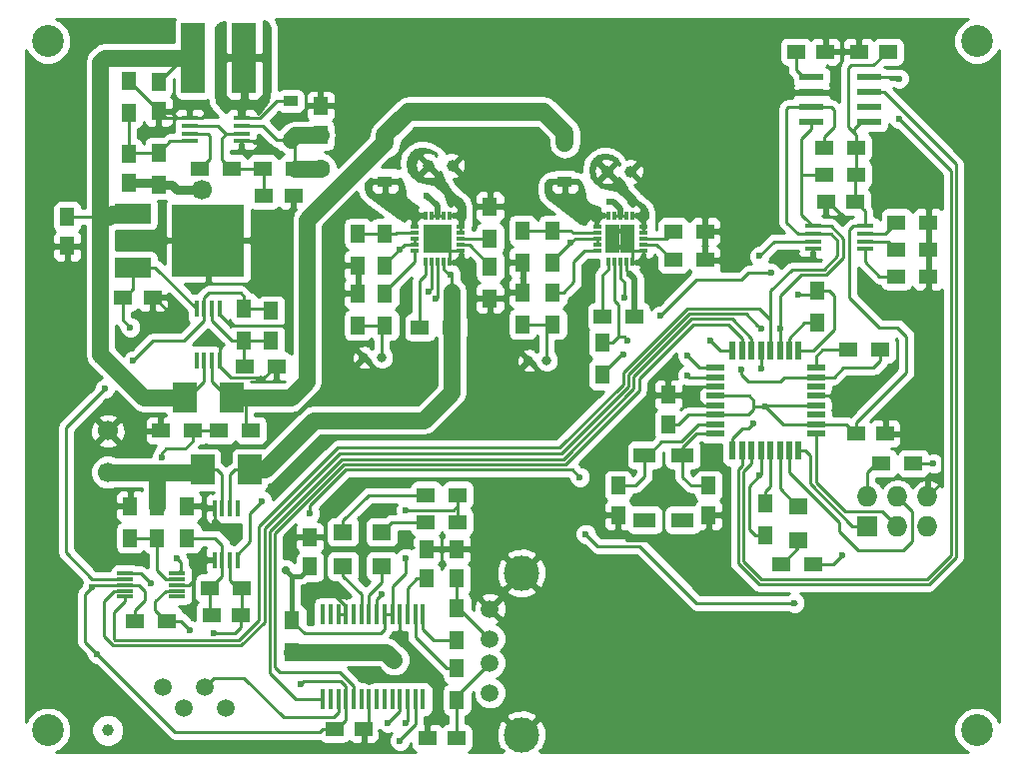
<source format=gtl>
G04 #@! TF.FileFunction,Copper,L1,Top,Signal*
%FSLAX46Y46*%
G04 Gerber Fmt 4.6, Leading zero omitted, Abs format (unit mm)*
G04 Created by KiCad (PCBNEW (2015-08-13 BZR 6091, Git 3774262)-product) date Mon 31 Aug 2015 09:37:37 AM EDT*
%MOMM*%
G01*
G04 APERTURE LIST*
%ADD10C,0.100000*%
%ADD11R,1.600000X1.400000*%
%ADD12C,1.500000*%
%ADD13R,1.300000X1.500000*%
%ADD14R,1.250000X1.500000*%
%ADD15R,1.500000X1.250000*%
%ADD16R,1.220000X0.910000*%
%ADD17R,1.727200X1.727200*%
%ADD18O,1.727200X1.727200*%
%ADD19R,2.000000X2.500000*%
%ADD20R,1.500000X1.300000*%
%ADD21R,1.600000X0.550000*%
%ADD22R,0.550000X1.600000*%
%ADD23R,0.450000X1.450000*%
%ADD24R,1.400000X0.300000*%
%ADD25R,3.048000X1.651000*%
%ADD26R,6.096000X6.096000*%
%ADD27R,1.450000X0.450000*%
%ADD28R,2.000000X6.000000*%
%ADD29R,1.900000X1.300000*%
%ADD30C,1.000000*%
%ADD31C,2.700000*%
%ADD32R,2.030000X0.610000*%
%ADD33C,1.700000*%
%ADD34C,1.501140*%
%ADD35C,2.999740*%
%ADD36R,0.450000X1.750000*%
%ADD37R,0.730000X0.300000*%
%ADD38R,0.300000X0.730000*%
%ADD39R,1.250000X1.250000*%
%ADD40C,0.800000*%
%ADD41C,0.600000*%
%ADD42C,0.700000*%
%ADD43C,1.600000*%
%ADD44C,0.250000*%
%ADD45C,0.750000*%
%ADD46C,0.400000*%
%ADD47C,1.400000*%
%ADD48C,1.500000*%
%ADD49C,0.500000*%
%ADD50C,0.254000*%
G04 APERTURE END LIST*
D10*
D11*
X167132000Y-95959000D03*
X167132000Y-98859000D03*
D12*
X115062000Y-113030000D03*
X118618000Y-113030000D03*
X116840000Y-111252000D03*
X113284000Y-111252000D03*
D13*
X140970000Y-75612000D03*
X140970000Y-78312000D03*
D11*
X131826000Y-101018000D03*
X131826000Y-98118000D03*
D13*
X138176000Y-104568000D03*
X138176000Y-107268000D03*
D14*
X156083000Y-89007000D03*
X156083000Y-86507000D03*
X151828500Y-94190500D03*
X151828500Y-96690500D03*
D15*
X171978000Y-89789000D03*
X174478000Y-89789000D03*
D14*
X159512000Y-94190500D03*
X159512000Y-96690500D03*
D15*
X117368000Y-105156000D03*
X119868000Y-105156000D03*
D14*
X122428000Y-81895000D03*
X122428000Y-79395000D03*
X125730000Y-101072000D03*
X125730000Y-98572000D03*
D15*
X127782000Y-114808000D03*
X130282000Y-114808000D03*
D14*
X135636000Y-102088000D03*
X135636000Y-99588000D03*
X112903000Y-59964000D03*
X112903000Y-62464000D03*
X105156000Y-71394000D03*
X105156000Y-73894000D03*
D15*
X109875000Y-78232000D03*
X112375000Y-78232000D03*
X121813000Y-69596000D03*
X124313000Y-69596000D03*
D14*
X110363000Y-68560000D03*
X110363000Y-66060000D03*
X126619000Y-64496000D03*
X126619000Y-61996000D03*
X138176000Y-102088000D03*
X138176000Y-99588000D03*
D15*
X138156000Y-115570000D03*
X135656000Y-115570000D03*
X171938000Y-70104000D03*
X169438000Y-70104000D03*
X174732000Y-57404000D03*
X172232000Y-57404000D03*
X166898000Y-57404000D03*
X169398000Y-57404000D03*
D16*
X132080000Y-65167000D03*
X132080000Y-68437000D03*
X147320000Y-65167000D03*
X147320000Y-68437000D03*
X124079000Y-64881000D03*
X124079000Y-61611000D03*
D17*
X172974000Y-97663000D03*
D18*
X172974000Y-95123000D03*
X175514000Y-97663000D03*
X175514000Y-95123000D03*
X178054000Y-97663000D03*
X178054000Y-95123000D03*
D19*
X116618000Y-92837000D03*
X120618000Y-92837000D03*
D20*
X172038000Y-65532000D03*
X169338000Y-65532000D03*
X172038000Y-67818000D03*
X169338000Y-67818000D03*
D13*
X132080000Y-75518000D03*
X132080000Y-72818000D03*
D20*
X174164000Y-92329000D03*
X176864000Y-92329000D03*
X171370000Y-82677000D03*
X174070000Y-82677000D03*
D13*
X168719500Y-80407500D03*
X168719500Y-77707500D03*
D20*
X168355000Y-100838000D03*
X165655000Y-100838000D03*
D13*
X112776000Y-95932000D03*
X112776000Y-98632000D03*
X110490000Y-98632000D03*
X110490000Y-95932000D03*
D20*
X120730000Y-89535000D03*
X118030000Y-89535000D03*
X115777000Y-89535000D03*
X113077000Y-89535000D03*
D13*
X115316000Y-98632000D03*
X115316000Y-95932000D03*
D20*
X120189000Y-84074000D03*
X122889000Y-84074000D03*
X117268000Y-102870000D03*
X119968000Y-102870000D03*
D13*
X120142000Y-81868000D03*
X120142000Y-79168000D03*
D20*
X110918000Y-105664000D03*
X113618000Y-105664000D03*
D13*
X129794000Y-72818000D03*
X129794000Y-75518000D03*
X146304000Y-75264000D03*
X146304000Y-72564000D03*
D20*
X153242000Y-79883000D03*
X150542000Y-79883000D03*
X156511000Y-75057000D03*
X159211000Y-75057000D03*
D13*
X140970000Y-73232000D03*
X140970000Y-70532000D03*
D20*
X156511000Y-72644000D03*
X159211000Y-72644000D03*
D13*
X132080000Y-77898000D03*
X132080000Y-80598000D03*
D20*
X119079000Y-67310000D03*
X116379000Y-67310000D03*
X124413000Y-67310000D03*
X121713000Y-67310000D03*
D13*
X112903000Y-68660000D03*
X112903000Y-65960000D03*
X110363000Y-62564000D03*
X110363000Y-59864000D03*
X138176000Y-112348000D03*
X138176000Y-109648000D03*
D20*
X138256000Y-94996000D03*
X135556000Y-94996000D03*
X138256000Y-97282000D03*
X135556000Y-97282000D03*
X178134000Y-71882000D03*
X175434000Y-71882000D03*
X175434000Y-74168000D03*
X178134000Y-74168000D03*
X175434000Y-76454000D03*
X178134000Y-76454000D03*
D21*
X160088000Y-84195000D03*
X160088000Y-84995000D03*
X160088000Y-85795000D03*
X160088000Y-86595000D03*
X160088000Y-87395000D03*
X160088000Y-88195000D03*
X160088000Y-88995000D03*
X160088000Y-89795000D03*
D22*
X161538000Y-91245000D03*
X162338000Y-91245000D03*
X163138000Y-91245000D03*
X163938000Y-91245000D03*
X164738000Y-91245000D03*
X165538000Y-91245000D03*
X166338000Y-91245000D03*
X167138000Y-91245000D03*
D21*
X168588000Y-89795000D03*
X168588000Y-88995000D03*
X168588000Y-88195000D03*
X168588000Y-87395000D03*
X168588000Y-86595000D03*
X168588000Y-85795000D03*
X168588000Y-84995000D03*
X168588000Y-84195000D03*
D22*
X167138000Y-82745000D03*
X166338000Y-82745000D03*
X165538000Y-82745000D03*
X164738000Y-82745000D03*
X163938000Y-82745000D03*
X163138000Y-82745000D03*
X162338000Y-82745000D03*
X161538000Y-82745000D03*
D23*
X119593000Y-96098000D03*
X118943000Y-96098000D03*
X118293000Y-96098000D03*
X117643000Y-96098000D03*
X117643000Y-100498000D03*
X118293000Y-100498000D03*
X118943000Y-100498000D03*
X119593000Y-100498000D03*
X116119000Y-83607000D03*
X116769000Y-83607000D03*
X117419000Y-83607000D03*
X118069000Y-83607000D03*
X118069000Y-79207000D03*
X117419000Y-79207000D03*
X116769000Y-79207000D03*
X116119000Y-79207000D03*
D24*
X114468000Y-103616000D03*
X114468000Y-103116000D03*
X114468000Y-102616000D03*
X114468000Y-102116000D03*
X114468000Y-101616000D03*
X110068000Y-101616000D03*
X110068000Y-102116000D03*
X110068000Y-102616000D03*
X110068000Y-103116000D03*
X110068000Y-103616000D03*
D25*
X110744000Y-71120000D03*
D26*
X117094000Y-73406000D03*
D25*
X110744000Y-75692000D03*
D27*
X115529000Y-63033000D03*
X115529000Y-63683000D03*
X115529000Y-64333000D03*
X115529000Y-64983000D03*
X119929000Y-64983000D03*
X119929000Y-64333000D03*
X119929000Y-63683000D03*
X119929000Y-63033000D03*
X168337571Y-72196000D03*
X168337571Y-72846000D03*
X168337571Y-73496000D03*
X168337571Y-74146000D03*
X172737571Y-74146000D03*
X172737571Y-73496000D03*
X172737571Y-72846000D03*
X172737571Y-72196000D03*
D28*
X115833000Y-57912000D03*
X120133000Y-57912000D03*
D29*
X157302000Y-91611000D03*
X157302000Y-97111000D03*
X154102000Y-91611000D03*
X154102000Y-97111000D03*
D30*
X108585000Y-114935000D03*
D31*
X103505000Y-114935000D03*
X103505000Y-56515000D03*
X182245000Y-56515000D03*
X182245000Y-114935000D03*
D32*
X168238000Y-59563000D03*
X168238000Y-60833000D03*
X168238000Y-62103000D03*
X168238000Y-63373000D03*
X173138000Y-59563000D03*
X173138000Y-60833000D03*
X173138000Y-62103000D03*
X173138000Y-63373000D03*
D33*
X108585000Y-93063000D03*
X108585000Y-89563000D03*
D30*
X135779000Y-67056000D03*
X137779000Y-67056000D03*
X150908000Y-67564000D03*
X152908000Y-67564000D03*
D11*
X128524000Y-101018000D03*
X128524000Y-98118000D03*
D13*
X124206000Y-105584000D03*
X124206000Y-108284000D03*
D34*
X140970000Y-104648000D03*
X140970000Y-107188000D03*
X140970000Y-109220000D03*
X140970000Y-111760000D03*
D35*
X143637000Y-101600000D03*
X143637000Y-115316000D03*
D19*
X115094000Y-86741000D03*
X119094000Y-86741000D03*
D13*
X143764000Y-72564000D03*
X143764000Y-75264000D03*
D20*
X137748000Y-80772000D03*
X135048000Y-80772000D03*
D13*
X129794000Y-80598000D03*
X129794000Y-77898000D03*
X146304000Y-77818000D03*
X146304000Y-80518000D03*
X143764000Y-80518000D03*
X143764000Y-77818000D03*
D36*
X126839000Y-112312000D03*
X127489000Y-112312000D03*
X128139000Y-112312000D03*
X128789000Y-112312000D03*
X129439000Y-112312000D03*
X130089000Y-112312000D03*
X130739000Y-112312000D03*
X131389000Y-112312000D03*
X132039000Y-112312000D03*
X132689000Y-112312000D03*
X133339000Y-112312000D03*
X133989000Y-112312000D03*
X134639000Y-112312000D03*
X135289000Y-112312000D03*
X135289000Y-105112000D03*
X134639000Y-105112000D03*
X133989000Y-105112000D03*
X133339000Y-105112000D03*
X132689000Y-105112000D03*
X132039000Y-105112000D03*
X131389000Y-105112000D03*
X130739000Y-105112000D03*
X130089000Y-105112000D03*
X129439000Y-105112000D03*
X128789000Y-105112000D03*
X128139000Y-105112000D03*
X127489000Y-105112000D03*
X126839000Y-105112000D03*
D37*
X134570000Y-72269000D03*
X134570000Y-72769000D03*
X134570000Y-73269000D03*
X134570000Y-73769000D03*
X134570000Y-74269000D03*
D38*
X135535000Y-75234000D03*
X136035000Y-75234000D03*
X136535000Y-75234000D03*
X137035000Y-75234000D03*
X137535000Y-75234000D03*
D37*
X138500000Y-74269000D03*
X138500000Y-73769000D03*
X138500000Y-73269000D03*
X138500000Y-72769000D03*
X138500000Y-72269000D03*
D38*
X137535000Y-71304000D03*
X137035000Y-71304000D03*
X136535000Y-71304000D03*
X136035000Y-71304000D03*
X135535000Y-71304000D03*
D39*
X137160000Y-73894000D03*
X137160000Y-72644000D03*
X135910000Y-73894000D03*
X135910000Y-72644000D03*
D37*
X150044000Y-72269000D03*
X150044000Y-72769000D03*
X150044000Y-73269000D03*
X150044000Y-73769000D03*
X150044000Y-74269000D03*
D38*
X151009000Y-75234000D03*
X151509000Y-75234000D03*
X152009000Y-75234000D03*
X152509000Y-75234000D03*
X153009000Y-75234000D03*
D37*
X153974000Y-74269000D03*
X153974000Y-73769000D03*
X153974000Y-73269000D03*
X153974000Y-72769000D03*
X153974000Y-72269000D03*
D38*
X153009000Y-71304000D03*
X152509000Y-71304000D03*
X152009000Y-71304000D03*
X151509000Y-71304000D03*
X151009000Y-71304000D03*
D39*
X152634000Y-73894000D03*
X152634000Y-72644000D03*
X151384000Y-73894000D03*
X151384000Y-72644000D03*
D40*
X131814000Y-83312000D03*
X130314000Y-83312000D03*
X145784000Y-83566000D03*
X144284000Y-83566000D03*
D13*
X150495000Y-84789000D03*
X150495000Y-82089000D03*
X164338000Y-95678000D03*
X164338000Y-98378000D03*
D41*
X140716000Y-80772000D03*
X136398000Y-113792000D03*
X127000000Y-103124000D03*
X131826000Y-103378000D03*
X133350000Y-106934000D03*
X122428000Y-76454000D03*
X159512000Y-99314000D03*
X149860000Y-96266000D03*
X174752000Y-79375000D03*
X166624000Y-74866500D03*
X171069000Y-71564500D03*
X116840000Y-61976000D03*
X113157000Y-80454500D03*
X119253000Y-98107500D03*
X157861000Y-86550500D03*
X117919500Y-82042000D03*
X108077000Y-95948500D03*
X115951000Y-101155500D03*
X121539000Y-65278000D03*
X171958000Y-86106000D03*
X166797083Y-104140000D03*
X170859303Y-100074961D03*
X124968000Y-110998000D03*
X107696000Y-108458000D03*
X149098000Y-98298000D03*
X164338000Y-87503000D03*
X121666000Y-95504000D03*
X110490000Y-80772000D03*
X107205476Y-102852524D03*
X178562000Y-92329000D03*
X163957000Y-84264500D03*
X133858000Y-96266000D03*
X133858000Y-100330000D03*
D42*
X123698000Y-101346000D03*
D43*
X126619000Y-67310000D03*
D33*
X116586000Y-69088000D03*
D41*
X125730000Y-96520000D03*
X148590000Y-93472000D03*
X115570000Y-106426000D03*
X157734000Y-84836000D03*
X163830000Y-74739500D03*
X163258500Y-88963500D03*
X175641000Y-63119000D03*
X175641000Y-59690000D03*
X165538000Y-80895107D03*
X163957000Y-80899000D03*
X114427000Y-100330000D03*
X113157000Y-91821000D03*
X112268000Y-102489000D03*
X117602000Y-106680000D03*
X108331000Y-85979000D03*
X110744000Y-83566000D03*
D12*
X132842000Y-108966000D03*
D41*
X133350000Y-115824000D03*
X132334000Y-114300000D03*
X133858000Y-114300000D03*
X152781000Y-76200000D03*
X137668000Y-76327000D03*
X133350000Y-74168000D03*
X135636000Y-69596000D03*
X151130000Y-70104000D03*
X147839185Y-73628815D03*
X162306000Y-84328000D03*
X136398000Y-78359000D03*
X155448000Y-79756000D03*
X135763000Y-77724000D03*
X167068500Y-78041500D03*
X164782500Y-76136500D03*
X157734000Y-83185000D03*
X152273000Y-83058000D03*
X152654000Y-81915000D03*
X159639000Y-81915000D03*
X163830000Y-93345000D03*
X152400000Y-78232000D03*
D44*
X138500000Y-72769000D02*
X138500000Y-72269000D01*
X138360000Y-71304000D02*
X138500000Y-71444000D01*
X138500000Y-71444000D02*
X138500000Y-72269000D01*
X137535000Y-71304000D02*
X138360000Y-71304000D01*
X140970000Y-78312000D02*
X140970000Y-80518000D01*
X140970000Y-80518000D02*
X140716000Y-80772000D01*
X133350000Y-106934000D02*
X133350000Y-105123000D01*
X133350000Y-105123000D02*
X133339000Y-105112000D01*
X130739000Y-112312000D02*
X130739000Y-114351000D01*
X130739000Y-114351000D02*
X130282000Y-114808000D01*
X115529000Y-63033000D02*
X116545000Y-63033000D01*
X116545000Y-63033000D02*
X116840000Y-62738000D01*
X116840000Y-62738000D02*
X116840000Y-61849000D01*
X135656000Y-115570000D02*
X135656000Y-114534000D01*
X135656000Y-114534000D02*
X136398000Y-113792000D01*
X122174000Y-72644000D02*
X122428000Y-72898000D01*
X122428000Y-72898000D02*
X122428000Y-76454000D01*
X124313000Y-70505000D02*
X122174000Y-72644000D01*
X124313000Y-69596000D02*
X124313000Y-70505000D01*
X128789000Y-105112000D02*
X128789000Y-104462000D01*
X128789000Y-104462000D02*
X127451000Y-103124000D01*
X127451000Y-103124000D02*
X127000000Y-103124000D01*
X128789000Y-105112000D02*
X128139000Y-105112000D01*
X131389000Y-105112000D02*
X131389000Y-103815000D01*
X131389000Y-103815000D02*
X131826000Y-103378000D01*
X133339000Y-105112000D02*
X133339000Y-106437000D01*
X133339000Y-106437000D02*
X133096000Y-106680000D01*
X138500000Y-74269000D02*
X137535000Y-74269000D01*
X137535000Y-74269000D02*
X137160000Y-73894000D01*
X137535000Y-75234000D02*
X137535000Y-74269000D01*
X137535000Y-75234000D02*
X137935000Y-75234000D01*
X137935000Y-75234000D02*
X138500000Y-74669000D01*
X138500000Y-74669000D02*
X138500000Y-74269000D01*
X153009000Y-75234000D02*
X153409000Y-75234000D01*
X153409000Y-75234000D02*
X153974000Y-74669000D01*
X153974000Y-74669000D02*
X153974000Y-74269000D01*
X151384000Y-72644000D02*
X152634000Y-72644000D01*
X151384000Y-73894000D02*
X151384000Y-72644000D01*
X152634000Y-73894000D02*
X151384000Y-73894000D01*
X152634000Y-73894000D02*
X152634000Y-72644000D01*
X153009000Y-75234000D02*
X153009000Y-74269000D01*
X153009000Y-74269000D02*
X152634000Y-73894000D01*
X153974000Y-74269000D02*
X153009000Y-74269000D01*
X123825000Y-77561440D02*
X123825000Y-75057000D01*
X123825000Y-80264000D02*
X123825000Y-77561440D01*
X123535440Y-77561440D02*
X122428000Y-76454000D01*
X123825000Y-77561440D02*
X123535440Y-77561440D01*
X156083000Y-86507000D02*
X157817500Y-86507000D01*
X157817500Y-86507000D02*
X157861000Y-86550500D01*
X159512000Y-96690500D02*
X159512000Y-99314000D01*
X151828500Y-96690500D02*
X150284500Y-96690500D01*
X150284500Y-96690500D02*
X149860000Y-96266000D01*
X152654000Y-98806000D02*
X151828500Y-97980500D01*
X151828500Y-97980500D02*
X151828500Y-96690500D01*
X158396500Y-98806000D02*
X152654000Y-98806000D01*
X159512000Y-96690500D02*
X159512000Y-97690500D01*
X159512000Y-97690500D02*
X158396500Y-98806000D01*
X123825000Y-75057000D02*
X122174000Y-73406000D01*
X122174000Y-73406000D02*
X117094000Y-73406000D01*
X123444000Y-80645000D02*
X123825000Y-80264000D01*
X119007000Y-80645000D02*
X123444000Y-80645000D01*
X118069000Y-79207000D02*
X118069000Y-79707000D01*
X118069000Y-79707000D02*
X119007000Y-80645000D01*
X176113000Y-79375000D02*
X174752000Y-79375000D01*
X178134000Y-76454000D02*
X178134000Y-77354000D01*
X178134000Y-77354000D02*
X176113000Y-79375000D01*
X168092071Y-74866500D02*
X166624000Y-74866500D01*
X168337571Y-74146000D02*
X168337571Y-74621000D01*
X168337571Y-74621000D02*
X168092071Y-74866500D01*
X169438000Y-70104000D02*
X169608500Y-70104000D01*
X169608500Y-70104000D02*
X171069000Y-71564500D01*
X113665000Y-79946500D02*
X113157000Y-80454500D01*
X113665000Y-79397000D02*
X113665000Y-79946500D01*
X112375000Y-78232000D02*
X112500000Y-78232000D01*
X112500000Y-78232000D02*
X113665000Y-79397000D01*
X118677500Y-98107500D02*
X119253000Y-98107500D01*
X117643000Y-96098000D02*
X117643000Y-97073000D01*
X117643000Y-97073000D02*
X118677500Y-98107500D01*
X179260500Y-90614500D02*
X178435000Y-89789000D01*
X178435000Y-89789000D02*
X174478000Y-89789000D01*
X179260500Y-93916500D02*
X179260500Y-90614500D01*
X178054000Y-95123000D02*
X179260500Y-93916500D01*
X160088000Y-85795000D02*
X158616500Y-85795000D01*
X158616500Y-85795000D02*
X157861000Y-86550500D01*
X158369000Y-86726000D02*
X158369000Y-86360000D01*
X158369000Y-86360000D02*
X158934000Y-85795000D01*
X158934000Y-85795000D02*
X159038000Y-85795000D01*
X159038000Y-85795000D02*
X160088000Y-85795000D01*
X160088000Y-87395000D02*
X159038000Y-87395000D01*
X159038000Y-87395000D02*
X158369000Y-86726000D01*
X118069000Y-83607000D02*
X118069000Y-82191500D01*
X118069000Y-82191500D02*
X117919500Y-82042000D01*
X118069000Y-83607000D02*
X118069000Y-84107000D01*
X118069000Y-84107000D02*
X119011001Y-85049001D01*
X119011001Y-85049001D02*
X121813999Y-85049001D01*
X121813999Y-85049001D02*
X122789000Y-84074000D01*
X122789000Y-84074000D02*
X122889000Y-84074000D01*
X109573500Y-95948500D02*
X108077000Y-95948500D01*
X110490000Y-95932000D02*
X109590000Y-95932000D01*
X109590000Y-95932000D02*
X109573500Y-95948500D01*
X116268612Y-100837888D02*
X116608500Y-100498000D01*
X115951000Y-101155500D02*
X116268612Y-100837888D01*
X116268612Y-100837888D02*
X116268388Y-100837888D01*
X116268388Y-100837888D02*
X115887500Y-100457000D01*
X116608500Y-100498000D02*
X117643000Y-100498000D01*
X115951000Y-102083000D02*
X115951000Y-101155500D01*
X114468000Y-102616000D02*
X115418000Y-102616000D01*
X115418000Y-102616000D02*
X115951000Y-102083000D01*
X119929000Y-64983000D02*
X121244000Y-64983000D01*
X121244000Y-64983000D02*
X121539000Y-65278000D01*
X115529000Y-63033000D02*
X113472000Y-63033000D01*
X113472000Y-63033000D02*
X110363000Y-59924000D01*
X110363000Y-59924000D02*
X110363000Y-59864000D01*
X168588000Y-86595000D02*
X170199000Y-86595000D01*
X171469000Y-86595000D02*
X171958000Y-86106000D01*
X170199000Y-86595000D02*
X171469000Y-86595000D01*
X156083000Y-86632000D02*
X156083000Y-86507000D01*
X153009000Y-71304000D02*
X153409000Y-71304000D01*
X153409000Y-71304000D02*
X153974000Y-71869000D01*
X153974000Y-71869000D02*
X153974000Y-72269000D01*
X153974000Y-72769000D02*
X153974000Y-72269000D01*
X165655000Y-100838000D02*
X165755000Y-100838000D01*
X165755000Y-100838000D02*
X167132000Y-99461000D01*
X167132000Y-99461000D02*
X167132000Y-98859000D01*
X167132000Y-95959000D02*
X167032000Y-95959000D01*
X167032000Y-95959000D02*
X165538000Y-94465000D01*
X165538000Y-94465000D02*
X165538000Y-92295000D01*
X165538000Y-92295000D02*
X165538000Y-91245000D01*
X130089000Y-105112000D02*
X130089000Y-103419000D01*
X130089000Y-103419000D02*
X128524000Y-101854000D01*
X128524000Y-101854000D02*
X128524000Y-101018000D01*
X128524000Y-98118000D02*
X128524000Y-97168000D01*
X128524000Y-97168000D02*
X130696000Y-94996000D01*
X130696000Y-94996000D02*
X134556000Y-94996000D01*
X134556000Y-94996000D02*
X135556000Y-94996000D01*
X130739000Y-103449000D02*
X131826000Y-102362000D01*
X131826000Y-102362000D02*
X131826000Y-101018000D01*
X130739000Y-105112000D02*
X130739000Y-103449000D01*
X135556000Y-97282000D02*
X132662000Y-97282000D01*
X132662000Y-97282000D02*
X131826000Y-98118000D01*
X167663000Y-91245000D02*
X168090010Y-91672010D01*
X171860400Y-97663000D02*
X172974000Y-97663000D01*
X171704000Y-97663000D02*
X171860400Y-97663000D01*
X167138000Y-91245000D02*
X167663000Y-91245000D01*
X168090010Y-91672010D02*
X168090010Y-94049010D01*
X168090010Y-94049010D02*
X171704000Y-97663000D01*
X158496000Y-104140000D02*
X166797083Y-104140000D01*
X166797083Y-104140000D02*
X166961736Y-104140000D01*
X168355000Y-100838000D02*
X170096264Y-100838000D01*
X170096264Y-100838000D02*
X170859303Y-100074961D01*
X127782000Y-114808000D02*
X126782000Y-114808000D01*
X126782000Y-114808000D02*
X126528000Y-115062000D01*
X126528000Y-115062000D02*
X114300000Y-115062000D01*
X128016000Y-114808000D02*
X128789000Y-114035000D01*
X128789000Y-114035000D02*
X128789000Y-113690000D01*
X127782000Y-114808000D02*
X128016000Y-114808000D01*
X125730000Y-110744000D02*
X125222000Y-110744000D01*
X125222000Y-110744000D02*
X124968000Y-110998000D01*
X127762000Y-110744000D02*
X125730000Y-110744000D01*
X128346000Y-110744000D02*
X127762000Y-110744000D01*
X128789000Y-112312000D02*
X128789000Y-111187000D01*
X128789000Y-111187000D02*
X128346000Y-110744000D01*
X128789000Y-112312000D02*
X128789000Y-113690000D01*
X149098000Y-98298000D02*
X150114000Y-99314000D01*
X150114000Y-99314000D02*
X153670000Y-99314000D01*
X153670000Y-99314000D02*
X158496000Y-104140000D01*
X107696000Y-108458000D02*
X106680000Y-107442000D01*
X114300000Y-115062000D02*
X106680000Y-107442000D01*
X106680000Y-107442000D02*
X106680000Y-103378000D01*
X106680000Y-103378000D02*
X107205476Y-102852524D01*
X156083000Y-89007000D02*
X156958000Y-89007000D01*
X156958000Y-89007000D02*
X157770000Y-88195000D01*
X157770000Y-88195000D02*
X159038000Y-88195000D01*
X159038000Y-88195000D02*
X160088000Y-88195000D01*
X110744000Y-75692000D02*
X112604000Y-75692000D01*
X112604000Y-75692000D02*
X116119000Y-79207000D01*
X110744000Y-75692000D02*
X110744000Y-77490000D01*
X110744000Y-77490000D02*
X110002000Y-78232000D01*
X111760000Y-103922000D02*
X110918000Y-104764000D01*
X110918000Y-104764000D02*
X110918000Y-105664000D01*
X111760000Y-103124000D02*
X111760000Y-103922000D01*
X111252000Y-102616000D02*
X111760000Y-103124000D01*
X110068000Y-102616000D02*
X111252000Y-102616000D01*
X172038000Y-65532000D02*
X172038000Y-67818000D01*
X172038000Y-67818000D02*
X171938000Y-67918000D01*
X171938000Y-67918000D02*
X171938000Y-70104000D01*
X171938000Y-70104000D02*
X172737571Y-70903571D01*
X172737571Y-70903571D02*
X172737571Y-72196000D01*
X171978000Y-89789000D02*
X171184000Y-88995000D01*
X171184000Y-88995000D02*
X168588000Y-88995000D01*
X168588000Y-88995000D02*
X165830000Y-88995000D01*
X165830000Y-88995000D02*
X164338000Y-87503000D01*
X168588000Y-87395000D02*
X164446000Y-87395000D01*
X164446000Y-87395000D02*
X164338000Y-87503000D01*
X174164000Y-92329000D02*
X173736000Y-92329000D01*
X173736000Y-92329000D02*
X172974000Y-93091000D01*
X172974000Y-93091000D02*
X172974000Y-95123000D01*
X164338000Y-87503000D02*
X163322000Y-87503000D01*
X160088000Y-88195000D02*
X162884000Y-88195000D01*
X162922000Y-86595000D02*
X160088000Y-86595000D01*
X163322000Y-86995000D02*
X162922000Y-86595000D01*
X163322000Y-87757000D02*
X163322000Y-87503000D01*
X163322000Y-87503000D02*
X163322000Y-86995000D01*
X162884000Y-88195000D02*
X163322000Y-87757000D01*
X119593000Y-99998000D02*
X120650000Y-98941000D01*
X119593000Y-100498000D02*
X119593000Y-99998000D01*
X120650000Y-98941000D02*
X120650000Y-96520000D01*
X120650000Y-96520000D02*
X121666000Y-95504000D01*
X110068000Y-102616000D02*
X107442000Y-102616000D01*
X176276000Y-84582000D02*
X171978000Y-88880000D01*
X171978000Y-88880000D02*
X171978000Y-89789000D01*
X176276000Y-81534000D02*
X176276000Y-84582000D01*
X175514000Y-80772000D02*
X176276000Y-81534000D01*
X173990000Y-80772000D02*
X175514000Y-80772000D01*
X171762571Y-72196000D02*
X171450000Y-72508571D01*
X171450000Y-78232000D02*
X173990000Y-80772000D01*
X171450000Y-72508571D02*
X171450000Y-78232000D01*
X172737571Y-72196000D02*
X171762571Y-72196000D01*
X109875000Y-80157000D02*
X110490000Y-80772000D01*
X109875000Y-78232000D02*
X109875000Y-80157000D01*
X107442000Y-102616000D02*
X107205476Y-102852524D01*
X172428000Y-63373000D02*
X173138000Y-63373000D01*
X171873000Y-63928000D02*
X172428000Y-63373000D01*
X171873000Y-64308000D02*
X171873000Y-63928000D01*
X172038000Y-64473000D02*
X171873000Y-64308000D01*
X172038000Y-65532000D02*
X172038000Y-64473000D01*
X174607000Y-57404000D02*
X173464000Y-58547000D01*
X174732000Y-57404000D02*
X174607000Y-57404000D01*
X173464000Y-58547000D02*
X171577000Y-58547000D01*
X171577000Y-58547000D02*
X171323000Y-58801000D01*
X171323000Y-63758000D02*
X171873000Y-64308000D01*
X171323000Y-58801000D02*
X171323000Y-63758000D01*
X168588000Y-90320000D02*
X168588000Y-89795000D01*
X168588000Y-93910590D02*
X168588000Y-90320000D01*
X171070410Y-96393000D02*
X168588000Y-93910590D01*
X174244000Y-96393000D02*
X171070410Y-96393000D01*
X175514000Y-97663000D02*
X174244000Y-96393000D01*
X166338000Y-91245000D02*
X166370000Y-91213000D01*
X166370000Y-91213000D02*
X166370000Y-93091000D01*
X176022000Y-99695000D02*
X176784000Y-98933000D01*
X166370000Y-93091000D02*
X170561000Y-97282000D01*
X170561000Y-97282000D02*
X170561000Y-98044000D01*
X176784000Y-96393000D02*
X175514000Y-95123000D01*
X170561000Y-98044000D02*
X172212000Y-99695000D01*
X172212000Y-99695000D02*
X176022000Y-99695000D01*
X176784000Y-98933000D02*
X176784000Y-96393000D01*
X176864000Y-92329000D02*
X178562000Y-92329000D01*
X163938000Y-83991500D02*
X163957000Y-84010500D01*
X163957000Y-84010500D02*
X163957000Y-84264500D01*
X163938000Y-82745000D02*
X163938000Y-83991500D01*
D45*
X113999000Y-68660000D02*
X114427000Y-69088000D01*
X114427000Y-69088000D02*
X116586000Y-69088000D01*
D44*
X131734561Y-106716439D02*
X132039000Y-106412000D01*
X132039000Y-106412000D02*
X132039000Y-105112000D01*
X125238439Y-106716439D02*
X124206000Y-105684000D01*
X124206000Y-105684000D02*
X124206000Y-105584000D01*
X125238439Y-106716439D02*
X131734561Y-106716439D01*
D46*
X124206000Y-105584000D02*
X124206000Y-101854000D01*
D47*
X124413000Y-67310000D02*
X126619000Y-67310000D01*
D46*
X125730000Y-101092000D02*
X124968000Y-101854000D01*
X124968000Y-101854000D02*
X124206000Y-101854000D01*
D44*
X125730000Y-101072000D02*
X125730000Y-101092000D01*
X133858000Y-96266000D02*
X137886000Y-96266000D01*
X137886000Y-96266000D02*
X138256000Y-95896000D01*
X138256000Y-95896000D02*
X138256000Y-94996000D01*
X133858000Y-101600000D02*
X133858000Y-100330000D01*
X132689000Y-102769000D02*
X133858000Y-101600000D01*
X132689000Y-105112000D02*
X132689000Y-102769000D01*
D46*
X124206000Y-101854000D02*
X123698000Y-101346000D01*
D44*
X124206000Y-105076000D02*
X124206000Y-105176000D01*
X132689000Y-105112000D02*
X132039000Y-105112000D01*
X138256000Y-97282000D02*
X138256000Y-94996000D01*
D45*
X112903000Y-68660000D02*
X113999000Y-68660000D01*
D44*
X124413000Y-67310000D02*
X124413000Y-65215000D01*
X124413000Y-65215000D02*
X124079000Y-64881000D01*
D47*
X126619000Y-64496000D02*
X124464000Y-64496000D01*
X124464000Y-64496000D02*
X124079000Y-64881000D01*
D44*
X119929000Y-63683000D02*
X121722000Y-63683000D01*
X122920000Y-64881000D02*
X124079000Y-64881000D01*
X121722000Y-63683000D02*
X122920000Y-64881000D01*
D45*
X110363000Y-68560000D02*
X112803000Y-68560000D01*
D44*
X112803000Y-68560000D02*
X112903000Y-68660000D01*
D47*
X112789185Y-93091000D02*
X116364000Y-93091000D01*
X112776000Y-95932000D02*
X112776000Y-94932000D01*
D44*
X112776000Y-94932000D02*
X112789185Y-94918815D01*
D47*
X112789185Y-94918815D02*
X112789185Y-93091000D01*
D44*
X116364000Y-93091000D02*
X116618000Y-92837000D01*
X118293000Y-96098000D02*
X118293000Y-93262000D01*
X118293000Y-93262000D02*
X117868000Y-92837000D01*
X117868000Y-92837000D02*
X116618000Y-92837000D01*
D47*
X109815081Y-93091000D02*
X112789185Y-93091000D01*
D44*
X109787081Y-93063000D02*
X109815081Y-93091000D01*
D47*
X108585000Y-93063000D02*
X109787081Y-93063000D01*
D44*
X125730000Y-96520000D02*
X125730000Y-95890640D01*
X125730000Y-95890640D02*
X128772620Y-92848020D01*
X128772620Y-92848020D02*
X147966020Y-92848020D01*
X147966020Y-92848020D02*
X148590000Y-93472000D01*
X113618000Y-105664000D02*
X114808000Y-105664000D01*
X114808000Y-105664000D02*
X115570000Y-106426000D01*
X114468000Y-103116000D02*
X113518000Y-103116000D01*
X113518000Y-103116000D02*
X112618000Y-104016000D01*
X112618000Y-104016000D02*
X112618000Y-104764000D01*
X112618000Y-104764000D02*
X113518000Y-105664000D01*
X113518000Y-105664000D02*
X113618000Y-105664000D01*
X157893000Y-84995000D02*
X157734000Y-84836000D01*
X160088000Y-84995000D02*
X157893000Y-84995000D01*
X163830000Y-74739500D02*
X165073500Y-73496000D01*
X165073500Y-73496000D02*
X168337571Y-73496000D01*
X162388500Y-89344500D02*
X162877500Y-89344500D01*
X162877500Y-89344500D02*
X163258500Y-88963500D01*
X161538000Y-91245000D02*
X161538000Y-90195000D01*
X161538000Y-90195000D02*
X162388500Y-89344500D01*
X174403000Y-60833000D02*
X173138000Y-60833000D01*
X178176901Y-102558009D02*
X180478020Y-100256890D01*
X162338000Y-91245000D02*
X162338000Y-92458590D01*
X163770600Y-102558010D02*
X178176901Y-102558009D01*
X180478020Y-100256890D02*
X180478020Y-66908020D01*
X161982991Y-100770401D02*
X163770600Y-102558010D01*
X161982990Y-92813600D02*
X161982991Y-100770401D01*
X162338000Y-92458590D02*
X161982990Y-92813600D01*
X180478020Y-66908020D02*
X174403000Y-60833000D01*
X177990500Y-102108000D02*
X180028010Y-100070490D01*
X163138000Y-91245000D02*
X163138000Y-92295000D01*
X163138000Y-92295000D02*
X162433000Y-93000000D01*
X180028010Y-100070490D02*
X180028010Y-67506010D01*
X162433000Y-93000000D02*
X162433000Y-100584000D01*
X162433000Y-100584000D02*
X163957000Y-102108000D01*
X175895000Y-63373000D02*
X175641000Y-63119000D01*
X163957000Y-102108000D02*
X177990500Y-102108000D01*
X180028010Y-67506010D02*
X175895000Y-63373000D01*
X175641000Y-59690000D02*
X174879000Y-59690000D01*
X175514000Y-59563000D02*
X175641000Y-59690000D01*
X173138000Y-59563000D02*
X175514000Y-59563000D01*
X152723009Y-85780171D02*
X152723010Y-84764170D01*
X163657001Y-80599001D02*
X163957000Y-80899000D01*
X162675981Y-79617981D02*
X163657001Y-80599001D01*
X147057670Y-91445510D02*
X152723009Y-85780171D01*
X157869200Y-79617980D02*
X162675981Y-79617981D01*
X152723010Y-84764170D02*
X157869200Y-79617980D01*
X119855403Y-107765009D02*
X121862010Y-105758402D01*
X109033600Y-107765010D02*
X119855403Y-107765009D01*
X108261991Y-106993401D02*
X109033600Y-107765010D01*
X121862010Y-105758402D02*
X121862010Y-97849400D01*
X128265900Y-91445510D02*
X147057670Y-91445510D01*
X121862010Y-97849400D02*
X128265900Y-91445510D01*
X109118000Y-103116000D02*
X108261991Y-103972009D01*
X108261991Y-103972009D02*
X108261991Y-106993401D01*
X110068000Y-103116000D02*
X109118000Y-103116000D01*
X165538000Y-82745000D02*
X165538000Y-80895107D01*
X165538000Y-80895107D02*
X165538000Y-78111500D01*
X169338000Y-67818000D02*
X167386000Y-67818000D01*
X167386000Y-67818000D02*
X167386000Y-71244429D01*
X167640000Y-71498429D02*
X168337571Y-72196000D01*
X167386000Y-71244429D02*
X167640000Y-71498429D01*
X169758021Y-72196000D02*
X168337571Y-72196000D01*
X169860410Y-72196000D02*
X169758021Y-72196000D01*
X170897292Y-73232882D02*
X169860410Y-72196000D01*
X170897292Y-74912618D02*
X170897292Y-73232882D01*
X169477400Y-76332510D02*
X170897292Y-74912618D01*
X167316990Y-76332510D02*
X169477400Y-76332510D01*
X165538000Y-78111500D02*
X167316990Y-76332510D01*
X167386000Y-64780000D02*
X167386000Y-67818000D01*
X168238000Y-63928000D02*
X167386000Y-64780000D01*
X168238000Y-63373000D02*
X168238000Y-63928000D01*
X152273000Y-85593770D02*
X152273001Y-84577769D01*
X121412001Y-97662999D02*
X128079500Y-90995500D01*
X146871270Y-90995500D02*
X152273000Y-85593770D01*
X109220000Y-107315000D02*
X119669002Y-107315000D01*
X157682801Y-79167971D02*
X163779945Y-79167972D01*
X109118000Y-107213000D02*
X109220000Y-107315000D01*
X109118000Y-104966000D02*
X109118000Y-107213000D01*
X128079500Y-90995500D02*
X146871270Y-90995500D01*
X110068000Y-103616000D02*
X110068000Y-104016000D01*
X163779945Y-79167972D02*
X164738000Y-80126027D01*
X119669002Y-107315000D02*
X121412000Y-105572002D01*
X110068000Y-104016000D02*
X109118000Y-104966000D01*
X152273001Y-84577769D02*
X157682801Y-79167971D01*
X121412000Y-105572002D02*
X121412001Y-97662999D01*
X164738000Y-77705000D02*
X164738000Y-80126027D01*
X164738000Y-80126027D02*
X164738000Y-82745000D01*
X166560500Y-75882500D02*
X164738000Y-77705000D01*
X169291000Y-75882500D02*
X166560500Y-75882500D01*
X170434000Y-74739500D02*
X169291000Y-75882500D01*
X170434000Y-73406000D02*
X170434000Y-74739500D01*
X169874000Y-72846000D02*
X170434000Y-73406000D01*
X168337571Y-72846000D02*
X169874000Y-72846000D01*
X166243000Y-62103000D02*
X168238000Y-62103000D01*
X166116000Y-62230000D02*
X166243000Y-62103000D01*
X166116000Y-71882000D02*
X166116000Y-62230000D01*
X167080000Y-72846000D02*
X166116000Y-71882000D01*
X168337571Y-72846000D02*
X167080000Y-72846000D01*
X169338000Y-64632000D02*
X170180000Y-63790000D01*
X169338000Y-65532000D02*
X169338000Y-64632000D01*
X170180000Y-63790000D02*
X170180000Y-62357000D01*
X169926000Y-62103000D02*
X168238000Y-62103000D01*
X170180000Y-62357000D02*
X169926000Y-62103000D01*
X126839000Y-112312000D02*
X124504000Y-112312000D01*
X122312021Y-98035799D02*
X128399820Y-91948000D01*
X153173018Y-85966572D02*
X153173019Y-84950571D01*
X153173019Y-84950571D02*
X158055600Y-80067990D01*
X147191590Y-91948000D02*
X153173018Y-85966572D01*
X122312020Y-110120020D02*
X122312021Y-98035799D01*
X158055600Y-80067990D02*
X161510990Y-80067990D01*
X128399820Y-91948000D02*
X147191590Y-91948000D01*
X124504000Y-112312000D02*
X122312020Y-110120020D01*
X161510990Y-80067990D02*
X163138000Y-81695000D01*
X163138000Y-81695000D02*
X163138000Y-82745000D01*
X162338000Y-81695000D02*
X162338000Y-82745000D01*
X123190000Y-109982000D02*
X122762030Y-109554030D01*
X129439000Y-112312000D02*
X129439000Y-111187000D01*
X129439000Y-111187000D02*
X128234000Y-109982000D01*
X158242000Y-80518000D02*
X161161000Y-80518000D01*
X128234000Y-109982000D02*
X123190000Y-109982000D01*
X122762030Y-109554030D02*
X122762030Y-98222200D01*
X122762030Y-98222200D02*
X128586220Y-92398010D01*
X128586220Y-92398010D02*
X147377990Y-92398010D01*
X147377990Y-92398010D02*
X153623028Y-86152972D01*
X153623028Y-86152972D02*
X153623028Y-85136972D01*
X153623028Y-85136972D02*
X158242000Y-80518000D01*
X161161000Y-80518000D02*
X162338000Y-81695000D01*
X106426000Y-71394000D02*
X105156000Y-71394000D01*
D47*
X110744000Y-71120000D02*
X108970000Y-71120000D01*
X108970000Y-71120000D02*
X108696000Y-71394000D01*
D44*
X108696000Y-71394000D02*
X107941983Y-71394000D01*
D47*
X107950000Y-83058000D02*
X107950000Y-71385983D01*
X107950000Y-71385983D02*
X107950000Y-58293000D01*
D44*
X106426000Y-71394000D02*
X107941983Y-71394000D01*
X107941983Y-71394000D02*
X107950000Y-71385983D01*
D47*
X113944000Y-86741000D02*
X111633000Y-86741000D01*
X111633000Y-86741000D02*
X107950000Y-83058000D01*
X107950000Y-58293000D02*
X108331000Y-57912000D01*
X108331000Y-57912000D02*
X115833000Y-57912000D01*
D44*
X116769000Y-83607000D02*
X116769000Y-85366000D01*
X116769000Y-85366000D02*
X115394000Y-86741000D01*
D47*
X115394000Y-86741000D02*
X113944000Y-86741000D01*
D44*
X112903000Y-59964000D02*
X114955000Y-57912000D01*
X114955000Y-57912000D02*
X115833000Y-57912000D01*
X112903000Y-65960000D02*
X110463000Y-65960000D01*
X110463000Y-65960000D02*
X110363000Y-65860000D01*
X110363000Y-65860000D02*
X110363000Y-62564000D01*
X115529000Y-64983000D02*
X113880000Y-64983000D01*
X113880000Y-64983000D02*
X112903000Y-65960000D01*
X168588000Y-84195000D02*
X168588000Y-83253000D01*
X169164000Y-82677000D02*
X171370000Y-82677000D01*
X168588000Y-83253000D02*
X169164000Y-82677000D01*
X166338000Y-82745000D02*
X166338000Y-81695000D01*
X166338000Y-81695000D02*
X167625500Y-80407500D01*
X167625500Y-80407500D02*
X167819500Y-80407500D01*
X167819500Y-80407500D02*
X168719500Y-80407500D01*
X112776000Y-98632000D02*
X112776000Y-101374000D01*
X112776000Y-101374000D02*
X113518000Y-102116000D01*
X113518000Y-102116000D02*
X114468000Y-102116000D01*
X112776000Y-98632000D02*
X110490000Y-98632000D01*
X114808000Y-101346000D02*
X114538000Y-101616000D01*
X114538000Y-101616000D02*
X114468000Y-101616000D01*
X114808000Y-100711000D02*
X114808000Y-101346000D01*
X114427000Y-100330000D02*
X114808000Y-100711000D01*
X113157000Y-91440000D02*
X113157000Y-91821000D01*
X113538000Y-91059000D02*
X113157000Y-91440000D01*
X115153000Y-91059000D02*
X113538000Y-91059000D01*
X115777000Y-89535000D02*
X115777000Y-90435000D01*
X115777000Y-90435000D02*
X115153000Y-91059000D01*
X118030000Y-89535000D02*
X115777000Y-89535000D01*
X143764000Y-72564000D02*
X146304000Y-72564000D01*
X147827009Y-72564000D02*
X148032009Y-72769000D01*
X148032009Y-72769000D02*
X150044000Y-72769000D01*
X146304000Y-72564000D02*
X147827009Y-72564000D01*
X156511000Y-75057000D02*
X156411000Y-75057000D01*
X156411000Y-75057000D02*
X155123000Y-73769000D01*
X155123000Y-73769000D02*
X154589000Y-73769000D01*
X154589000Y-73769000D02*
X153974000Y-73769000D01*
X138500000Y-73269000D02*
X140933000Y-73269000D01*
X140933000Y-73269000D02*
X140970000Y-73232000D01*
X131814000Y-83312000D02*
X131814000Y-80864000D01*
X131814000Y-80864000D02*
X132080000Y-80598000D01*
X132080000Y-80598000D02*
X129794000Y-80598000D01*
X115529000Y-64333000D02*
X117038000Y-64333000D01*
X117221000Y-66468000D02*
X116379000Y-67310000D01*
X117221000Y-64516000D02*
X117221000Y-66468000D01*
X117038000Y-64333000D02*
X117221000Y-64516000D01*
X138176000Y-109648000D02*
X137276000Y-109648000D01*
X137276000Y-109648000D02*
X134639000Y-107011000D01*
X134639000Y-107011000D02*
X134639000Y-106237000D01*
X134639000Y-106237000D02*
X134639000Y-105112000D01*
X136224000Y-107268000D02*
X135289000Y-106333000D01*
X135289000Y-106333000D02*
X135289000Y-105112000D01*
X138176000Y-107268000D02*
X136224000Y-107268000D01*
X154102000Y-91611000D02*
X154102000Y-93421000D01*
X154102000Y-93421000D02*
X153332500Y-94190500D01*
X153332500Y-94190500D02*
X151828500Y-94190500D01*
X157161090Y-90487500D02*
X155525500Y-90487500D01*
X155525500Y-90487500D02*
X154402000Y-91611000D01*
X154402000Y-91611000D02*
X154102000Y-91611000D01*
X160088000Y-88995000D02*
X158653590Y-88995000D01*
X158653590Y-88995000D02*
X157161090Y-90487500D01*
X157302000Y-91611000D02*
X157302000Y-93484500D01*
X157302000Y-93484500D02*
X158008000Y-94190500D01*
X158008000Y-94190500D02*
X159512000Y-94190500D01*
X157302000Y-91611000D02*
X157302000Y-90983000D01*
X157302000Y-90983000D02*
X158490000Y-89795000D01*
X158490000Y-89795000D02*
X160088000Y-89795000D01*
X118293000Y-100498000D02*
X118293000Y-101845000D01*
X118293000Y-101845000D02*
X117268000Y-102870000D01*
X117268000Y-102870000D02*
X117268000Y-105056000D01*
X117268000Y-105056000D02*
X117368000Y-105156000D01*
X115316000Y-98632000D02*
X117682000Y-98632000D01*
X118293000Y-99243000D02*
X118293000Y-100498000D01*
X117682000Y-98632000D02*
X118293000Y-99243000D01*
X119868000Y-106192000D02*
X119868000Y-105156000D01*
X110068000Y-101616000D02*
X111395000Y-101616000D01*
X111395000Y-101616000D02*
X112268000Y-102489000D01*
X119968000Y-102870000D02*
X119634000Y-102870000D01*
X119634000Y-102870000D02*
X118943000Y-102179000D01*
X118943000Y-102179000D02*
X118943000Y-100498000D01*
X119968000Y-102870000D02*
X119968000Y-105056000D01*
X119968000Y-105056000D02*
X119868000Y-105156000D01*
X119380000Y-106680000D02*
X119542143Y-106517857D01*
X117602000Y-106680000D02*
X119380000Y-106680000D01*
X119542143Y-106517857D02*
X119868000Y-106192000D01*
X117419000Y-79207000D02*
X117419000Y-80182000D01*
X117419000Y-80182000D02*
X119105000Y-81868000D01*
X119242000Y-81868000D02*
X120142000Y-81868000D01*
X119105000Y-81868000D02*
X119242000Y-81868000D01*
X120142000Y-81868000D02*
X120142000Y-84027000D01*
X120142000Y-84027000D02*
X120189000Y-84074000D01*
X120142000Y-81868000D02*
X122401000Y-81868000D01*
X122401000Y-81868000D02*
X122428000Y-81895000D01*
X112395000Y-81915000D02*
X110744000Y-83566000D01*
X115036000Y-81915000D02*
X112395000Y-81915000D01*
X116769000Y-79207000D02*
X116769000Y-80182000D01*
X116769000Y-80182000D02*
X115036000Y-81915000D01*
X119825000Y-77851000D02*
X117150000Y-77851000D01*
X117150000Y-77851000D02*
X116769000Y-78232000D01*
X116769000Y-78232000D02*
X116769000Y-79207000D01*
X120142000Y-79168000D02*
X120142000Y-78168000D01*
X120142000Y-78168000D02*
X119825000Y-77851000D01*
X120142000Y-79168000D02*
X122201000Y-79168000D01*
X122201000Y-79168000D02*
X122428000Y-79395000D01*
X107283654Y-102116000D02*
X110068000Y-102116000D01*
X105029000Y-99861346D02*
X107283654Y-102116000D01*
X105029000Y-89281000D02*
X105029000Y-99861346D01*
X108331000Y-85979000D02*
X105029000Y-89281000D01*
X115529000Y-63683000D02*
X117912000Y-63683000D01*
X117912000Y-63683000D02*
X118618000Y-64389000D01*
X121813000Y-69596000D02*
X121813000Y-67410000D01*
X121813000Y-67410000D02*
X121713000Y-67310000D01*
X119079000Y-67310000D02*
X121713000Y-67310000D01*
X119079000Y-67310000D02*
X118999000Y-67310000D01*
X118999000Y-67310000D02*
X118237000Y-66548000D01*
X118237000Y-66548000D02*
X118237000Y-64770000D01*
X118237000Y-64770000D02*
X118618000Y-64389000D01*
X118618000Y-64389000D02*
X118674000Y-64333000D01*
X118674000Y-64333000D02*
X119929000Y-64333000D01*
X138176000Y-102088000D02*
X138176000Y-104568000D01*
X138156000Y-104548000D02*
X138176000Y-104568000D01*
X140970000Y-107188000D02*
X138350000Y-104568000D01*
X138350000Y-104568000D02*
X138176000Y-104568000D01*
X138156000Y-115570000D02*
X138156000Y-112368000D01*
X138156000Y-112368000D02*
X138176000Y-112348000D01*
X140970000Y-109220000D02*
X138176000Y-112014000D01*
X138176000Y-112014000D02*
X138176000Y-112348000D01*
X166898000Y-57404000D02*
X166898000Y-58948000D01*
X167528000Y-59563000D02*
X168238000Y-59563000D01*
X166913000Y-58948000D02*
X167528000Y-59563000D01*
X166898000Y-58948000D02*
X166913000Y-58948000D01*
X119929000Y-63033000D02*
X119929000Y-58116000D01*
X119929000Y-58116000D02*
X120133000Y-57912000D01*
X124079000Y-61611000D02*
X122920000Y-61611000D01*
X121498000Y-63033000D02*
X119929000Y-63033000D01*
X122920000Y-61611000D02*
X121498000Y-63033000D01*
X172737571Y-72846000D02*
X174470000Y-72846000D01*
X174470000Y-72846000D02*
X175434000Y-71882000D01*
X172737571Y-73496000D02*
X174762000Y-73496000D01*
X174762000Y-73496000D02*
X175434000Y-74168000D01*
X172737571Y-74146000D02*
X172737571Y-75201571D01*
X173990000Y-76454000D02*
X175434000Y-76454000D01*
X172737571Y-75201571D02*
X173990000Y-76454000D01*
X133989000Y-105112000D02*
X133989000Y-102860000D01*
X133989000Y-102860000D02*
X134761000Y-102088000D01*
X134761000Y-102088000D02*
X135636000Y-102088000D01*
D47*
X125476000Y-85344000D02*
X125476000Y-71616000D01*
X125476000Y-71616000D02*
X131925000Y-65167000D01*
D44*
X131925000Y-65167000D02*
X132080000Y-65167000D01*
D47*
X124079000Y-86741000D02*
X125476000Y-85344000D01*
X123126500Y-86741000D02*
X124079000Y-86741000D01*
D48*
X145542000Y-62484000D02*
X147320000Y-64262000D01*
X147320000Y-64262000D02*
X147320000Y-65167000D01*
X134058000Y-62484000D02*
X145542000Y-62484000D01*
X132080000Y-65167000D02*
X132080000Y-64462000D01*
X132080000Y-64462000D02*
X134058000Y-62484000D01*
D47*
X120244000Y-86741000D02*
X123126500Y-86741000D01*
D44*
X117419000Y-83607000D02*
X117419000Y-85366000D01*
X117419000Y-85366000D02*
X118794000Y-86741000D01*
X118794000Y-86741000D02*
X120244000Y-86741000D01*
X120244000Y-86741000D02*
X120244000Y-89049000D01*
X120244000Y-89049000D02*
X120730000Y-89535000D01*
X134570000Y-72269000D02*
X134570000Y-71869000D01*
X135135000Y-71304000D02*
X135535000Y-71304000D01*
X134570000Y-71869000D02*
X135135000Y-71304000D01*
X134355000Y-72269000D02*
X134570000Y-72269000D01*
X147320000Y-68580000D02*
X147320000Y-68893899D01*
X147320000Y-68893899D02*
X147320000Y-69285000D01*
X147320000Y-68437000D02*
X147320000Y-68893899D01*
X147320000Y-69285000D02*
X149707600Y-71672600D01*
X149707600Y-71672600D02*
X150044000Y-71672600D01*
X150044000Y-71672600D02*
X150412600Y-71304000D01*
X150412600Y-71304000D02*
X151009000Y-71304000D01*
X150044000Y-72269000D02*
X150044000Y-71672600D01*
D47*
X124206000Y-108284000D02*
X132160000Y-108284000D01*
X132160000Y-108284000D02*
X132842000Y-108966000D01*
D44*
X120154001Y-110502001D02*
X123509999Y-113857999D01*
X123509999Y-113857999D02*
X127718001Y-113857999D01*
X127718001Y-113857999D02*
X128139000Y-113437000D01*
X128139000Y-113437000D02*
X128139000Y-112312000D01*
X116840000Y-111252000D02*
X117589999Y-110502001D01*
X117589999Y-110502001D02*
X120154001Y-110502001D01*
X134639000Y-112312000D02*
X134639000Y-114444002D01*
X134639000Y-114444002D02*
X133350000Y-115733002D01*
X133350000Y-115733002D02*
X133350000Y-115824000D01*
X132334000Y-114300000D02*
X133339000Y-113295000D01*
X133339000Y-113295000D02*
X133339000Y-112312000D01*
X133350000Y-112323000D02*
X133339000Y-112312000D01*
X133858000Y-114300000D02*
X133989000Y-114169000D01*
X133989000Y-114169000D02*
X133989000Y-112312000D01*
D49*
X153242000Y-79883000D02*
X153242000Y-78693000D01*
X153242000Y-78693000D02*
X153242000Y-76661000D01*
X153242000Y-76661000D02*
X152781000Y-76200000D01*
D44*
X152509000Y-75234000D02*
X152509000Y-75928000D01*
X152509000Y-75928000D02*
X152781000Y-76200000D01*
X137748000Y-80772000D02*
X137748000Y-78624000D01*
X137035000Y-75234000D02*
X137035000Y-75849000D01*
X137035000Y-75849000D02*
X137513000Y-76327000D01*
X137513000Y-76327000D02*
X137668000Y-76327000D01*
X137748000Y-76788000D02*
X137748000Y-76407000D01*
X137748000Y-76407000D02*
X137668000Y-76327000D01*
X137748000Y-76788000D02*
X137748000Y-77724000D01*
D47*
X120618000Y-92837000D02*
X121868000Y-92837000D01*
X137748000Y-78624000D02*
X137748000Y-77724000D01*
X121868000Y-92837000D02*
X126059000Y-88646000D01*
X126059000Y-88646000D02*
X135382000Y-88646000D01*
X135382000Y-88646000D02*
X137748000Y-86280000D01*
X137748000Y-86280000D02*
X137748000Y-78624000D01*
D49*
X136535000Y-71304000D02*
X136535000Y-70495000D01*
X136535000Y-70495000D02*
X135636000Y-69596000D01*
D44*
X132080000Y-75518000D02*
X132080000Y-75418000D01*
X132080000Y-75418000D02*
X133729000Y-73769000D01*
X133729000Y-73769000D02*
X133955000Y-73769000D01*
X133955000Y-73769000D02*
X134570000Y-73769000D01*
X134570000Y-73456000D02*
X134570000Y-73269000D01*
X134570000Y-73769000D02*
X134570000Y-73456000D01*
X136035000Y-71304000D02*
X136535000Y-71304000D01*
X137035000Y-71304000D02*
X136535000Y-71304000D01*
D49*
X151424000Y-70104000D02*
X151130000Y-70104000D01*
D44*
X146304000Y-75164000D02*
X147839185Y-73628815D01*
X147839185Y-73628815D02*
X148199000Y-73269000D01*
D49*
X152009000Y-71304000D02*
X152009000Y-70689000D01*
X152009000Y-70689000D02*
X151424000Y-70104000D01*
D44*
X151509000Y-71304000D02*
X152009000Y-71304000D01*
X152509000Y-71304000D02*
X152009000Y-71304000D01*
X146304000Y-75264000D02*
X146304000Y-75164000D01*
X148199000Y-73269000D02*
X149429000Y-73269000D01*
X149429000Y-73269000D02*
X150044000Y-73269000D01*
X150044000Y-73269000D02*
X150044000Y-73769000D01*
X118943000Y-96098000D02*
X118943000Y-93262000D01*
X118943000Y-93262000D02*
X119368000Y-92837000D01*
X119368000Y-92837000D02*
X120618000Y-92837000D01*
X129794000Y-72818000D02*
X132080000Y-72818000D01*
X132080000Y-72818000D02*
X132980000Y-72818000D01*
X132980000Y-72818000D02*
X133029000Y-72769000D01*
X133029000Y-72769000D02*
X133955000Y-72769000D01*
X133955000Y-72769000D02*
X134570000Y-72769000D01*
X135535000Y-75234000D02*
X135535000Y-76301000D01*
X135535000Y-76301000D02*
X135048000Y-76788000D01*
X135048000Y-76788000D02*
X135048000Y-80772000D01*
X150542000Y-79883000D02*
X150542000Y-78983000D01*
X150542000Y-78983000D02*
X150542000Y-78660000D01*
X151009000Y-75234000D02*
X151009000Y-75849000D01*
X151009000Y-75849000D02*
X150542000Y-76316000D01*
X150542000Y-76316000D02*
X150542000Y-78660000D01*
X138500000Y-73769000D02*
X139227000Y-73769000D01*
X139227000Y-73769000D02*
X140970000Y-75512000D01*
X140970000Y-75512000D02*
X140970000Y-75612000D01*
X153974000Y-73269000D02*
X155886000Y-73269000D01*
X155886000Y-73269000D02*
X156511000Y-72644000D01*
X132080000Y-77724000D02*
X134570000Y-75234000D01*
X134570000Y-75234000D02*
X134570000Y-74269000D01*
X132080000Y-77898000D02*
X132080000Y-77724000D01*
X148082000Y-75184000D02*
X148997000Y-74269000D01*
X148997000Y-74269000D02*
X150044000Y-74269000D01*
X148082000Y-76940000D02*
X148082000Y-75184000D01*
X146304000Y-77818000D02*
X147204000Y-77818000D01*
X147204000Y-77818000D02*
X148082000Y-76940000D01*
X145784000Y-83566000D02*
X145784000Y-81038000D01*
X145784000Y-81038000D02*
X146304000Y-80518000D01*
X143764000Y-80518000D02*
X144664000Y-80518000D01*
X144664000Y-80518000D02*
X146304000Y-80518000D01*
X165608000Y-85344000D02*
X165957000Y-84995000D01*
X165957000Y-84995000D02*
X168588000Y-84995000D01*
X162897736Y-85344000D02*
X165608000Y-85344000D01*
X162306000Y-84328000D02*
X162306000Y-84752264D01*
X162306000Y-84752264D02*
X162897736Y-85344000D01*
X136535000Y-75234000D02*
X136535000Y-78222000D01*
X136535000Y-78222000D02*
X136398000Y-78359000D01*
X168588000Y-84995000D02*
X170148000Y-84995000D01*
X174070000Y-83613000D02*
X174070000Y-82677000D01*
X173482000Y-84201000D02*
X174070000Y-83613000D01*
X170942000Y-84201000D02*
X173482000Y-84201000D01*
X170148000Y-84995000D02*
X170942000Y-84201000D01*
X155448000Y-79756000D02*
X158496000Y-76708000D01*
X162877500Y-76136500D02*
X164782500Y-76136500D01*
X158496000Y-76708000D02*
X162306000Y-76708000D01*
X162306000Y-76708000D02*
X162877500Y-76136500D01*
X136035000Y-75234000D02*
X136035000Y-77452000D01*
X136035000Y-77452000D02*
X135763000Y-77724000D01*
X167068500Y-78041500D02*
X168385500Y-78041500D01*
X168385500Y-78041500D02*
X168719500Y-77707500D01*
X170116500Y-78105000D02*
X169719000Y-77707500D01*
X169719000Y-77707500D02*
X168719500Y-77707500D01*
X170116500Y-80995502D02*
X170116500Y-78105000D01*
X167138000Y-82745000D02*
X168367002Y-82745000D01*
X168367002Y-82745000D02*
X170116500Y-80995502D01*
X157734000Y-83185000D02*
X158744000Y-84195000D01*
X158744000Y-84195000D02*
X160088000Y-84195000D01*
X150495000Y-84789000D02*
X150495000Y-84689000D01*
X150495000Y-84689000D02*
X152126000Y-83058000D01*
X152126000Y-83058000D02*
X152273000Y-83058000D01*
X151892000Y-81592000D02*
X152331000Y-81592000D01*
X152331000Y-81592000D02*
X152654000Y-81915000D01*
X150495000Y-82089000D02*
X151395000Y-82089000D01*
X151395000Y-82089000D02*
X151892000Y-81592000D01*
X151892000Y-81592000D02*
X151892000Y-81026000D01*
X151892000Y-78867000D02*
X151892000Y-81026000D01*
X151509000Y-78484000D02*
X151892000Y-78867000D01*
X151509000Y-78103000D02*
X151509000Y-78484000D01*
X151509000Y-77599000D02*
X151509000Y-78103000D01*
X161538000Y-82745000D02*
X160469000Y-82745000D01*
X160469000Y-82745000D02*
X159639000Y-81915000D01*
X151509000Y-75234000D02*
X151509000Y-77599000D01*
X164338000Y-95678000D02*
X164338000Y-94678000D01*
X164338000Y-94678000D02*
X164738000Y-94278000D01*
X164738000Y-94278000D02*
X164738000Y-92295000D01*
X164738000Y-92295000D02*
X164738000Y-91245000D01*
X162941000Y-97881000D02*
X162941000Y-94234000D01*
X162941000Y-94234000D02*
X163830000Y-93345000D01*
X164338000Y-98378000D02*
X163438000Y-98378000D01*
X163438000Y-98378000D02*
X162941000Y-97881000D01*
X163938000Y-91245000D02*
X163938000Y-93237000D01*
X163938000Y-93237000D02*
X163830000Y-93345000D01*
X152009000Y-76571000D02*
X152400000Y-76962000D01*
X152400000Y-76962000D02*
X152400000Y-78232000D01*
X152009000Y-75234000D02*
X152009000Y-76571000D01*
D50*
G36*
X181122057Y-54831218D02*
X180563181Y-55389120D01*
X180260346Y-56118427D01*
X180259657Y-56908109D01*
X180561218Y-57637943D01*
X181119120Y-58196819D01*
X181848427Y-58499654D01*
X182638109Y-58500343D01*
X183367943Y-58198782D01*
X183926819Y-57640880D01*
X184100000Y-57223814D01*
X184100000Y-114226437D01*
X183928782Y-113812057D01*
X183370880Y-113253181D01*
X182641573Y-112950346D01*
X181851891Y-112949657D01*
X181122057Y-113251218D01*
X180563181Y-113809120D01*
X180260346Y-114538427D01*
X180259657Y-115328109D01*
X180561218Y-116057943D01*
X181119120Y-116616819D01*
X181536186Y-116790000D01*
X145237792Y-116790000D01*
X145264200Y-116763592D01*
X145150879Y-116650271D01*
X145469632Y-116490505D01*
X145779595Y-115699783D01*
X145763367Y-114850634D01*
X145469632Y-114141495D01*
X145150877Y-113981728D01*
X143816605Y-115316000D01*
X143830748Y-115330143D01*
X143651143Y-115509748D01*
X143637000Y-115495605D01*
X143622858Y-115509748D01*
X143443253Y-115330143D01*
X143457395Y-115316000D01*
X142123123Y-113981728D01*
X141804368Y-114141495D01*
X141494405Y-114932217D01*
X141510633Y-115781366D01*
X141804368Y-116490505D01*
X142123121Y-116650271D01*
X142009800Y-116763592D01*
X142036208Y-116790000D01*
X139154001Y-116790000D01*
X139357441Y-116659090D01*
X139502431Y-116446890D01*
X139553440Y-116195000D01*
X139553440Y-114945000D01*
X139509162Y-114709683D01*
X139370090Y-114493559D01*
X139157890Y-114348569D01*
X138916000Y-114299585D01*
X138916000Y-113802123D01*
X142302728Y-113802123D01*
X143637000Y-115136395D01*
X144971272Y-113802123D01*
X144811505Y-113483368D01*
X144020783Y-113173405D01*
X143171634Y-113189633D01*
X142462495Y-113483368D01*
X142302728Y-113802123D01*
X138916000Y-113802123D01*
X138916000Y-113728505D01*
X139061317Y-113701162D01*
X139277441Y-113562090D01*
X139422431Y-113349890D01*
X139473440Y-113098000D01*
X139473440Y-111791362D01*
X139584499Y-111680303D01*
X139584190Y-112034398D01*
X139794686Y-112543837D01*
X140184113Y-112933944D01*
X140693184Y-113145329D01*
X141244398Y-113145810D01*
X141753837Y-112935314D01*
X142143944Y-112545887D01*
X142355329Y-112036816D01*
X142355810Y-111485602D01*
X142145314Y-110976163D01*
X141755887Y-110586056D01*
X141524619Y-110490025D01*
X141753837Y-110395314D01*
X142143944Y-110005887D01*
X142355329Y-109496816D01*
X142355810Y-108945602D01*
X142145314Y-108436163D01*
X141913493Y-108203937D01*
X142143944Y-107973887D01*
X142355329Y-107464816D01*
X142355810Y-106913602D01*
X142145314Y-106404163D01*
X141755887Y-106014056D01*
X141540504Y-105924621D01*
X141694265Y-105860931D01*
X141762325Y-105619930D01*
X140970000Y-104827605D01*
X140955858Y-104841748D01*
X140776253Y-104662143D01*
X140790395Y-104648000D01*
X141149605Y-104648000D01*
X141941930Y-105440325D01*
X142182931Y-105372265D01*
X142367767Y-104852966D01*
X142339805Y-104302462D01*
X142182931Y-103923735D01*
X141941930Y-103855675D01*
X141149605Y-104648000D01*
X140790395Y-104648000D01*
X139998070Y-103855675D01*
X139757069Y-103923735D01*
X139572233Y-104443034D01*
X139586809Y-104730007D01*
X139473440Y-104616638D01*
X139473440Y-103818000D01*
X139446734Y-103676070D01*
X140177675Y-103676070D01*
X140970000Y-104468395D01*
X141762325Y-103676070D01*
X141694265Y-103435069D01*
X141174966Y-103250233D01*
X140624462Y-103278195D01*
X140245735Y-103435069D01*
X140177675Y-103676070D01*
X139446734Y-103676070D01*
X139429162Y-103582683D01*
X139290090Y-103366559D01*
X139223238Y-103320881D01*
X139252441Y-103302090D01*
X139381041Y-103113877D01*
X142302728Y-103113877D01*
X142462495Y-103432632D01*
X143253217Y-103742595D01*
X144102366Y-103726367D01*
X144811505Y-103432632D01*
X144971272Y-103113877D01*
X143637000Y-101779605D01*
X142302728Y-103113877D01*
X139381041Y-103113877D01*
X139397431Y-103089890D01*
X139448440Y-102838000D01*
X139448440Y-101338000D01*
X139425525Y-101216217D01*
X141494405Y-101216217D01*
X141510633Y-102065366D01*
X141804368Y-102774505D01*
X142123123Y-102934272D01*
X143457395Y-101600000D01*
X143816605Y-101600000D01*
X145150877Y-102934272D01*
X145469632Y-102774505D01*
X145779595Y-101983783D01*
X145763367Y-101134634D01*
X145469632Y-100425495D01*
X145150877Y-100265728D01*
X143816605Y-101600000D01*
X143457395Y-101600000D01*
X142123123Y-100265728D01*
X141804368Y-100425495D01*
X141494405Y-101216217D01*
X139425525Y-101216217D01*
X139404162Y-101102683D01*
X139265090Y-100886559D01*
X139196994Y-100840031D01*
X139339327Y-100697698D01*
X139436000Y-100464309D01*
X139436000Y-100086123D01*
X142302728Y-100086123D01*
X143637000Y-101420395D01*
X144971272Y-100086123D01*
X144811505Y-99767368D01*
X144020783Y-99457405D01*
X143171634Y-99473633D01*
X142462495Y-99767368D01*
X142302728Y-100086123D01*
X139436000Y-100086123D01*
X139436000Y-99873750D01*
X139277250Y-99715000D01*
X138303000Y-99715000D01*
X138303000Y-99735000D01*
X138049000Y-99735000D01*
X138049000Y-99715000D01*
X137074750Y-99715000D01*
X136916000Y-99873750D01*
X136916000Y-100464309D01*
X137012673Y-100697698D01*
X137153910Y-100838936D01*
X137099559Y-100873910D01*
X136954569Y-101086110D01*
X136906090Y-101325509D01*
X136864162Y-101102683D01*
X136725090Y-100886559D01*
X136656994Y-100840031D01*
X136799327Y-100697698D01*
X136896000Y-100464309D01*
X136896000Y-99873750D01*
X136737250Y-99715000D01*
X135763000Y-99715000D01*
X135763000Y-99735000D01*
X135509000Y-99735000D01*
X135509000Y-99715000D01*
X135489000Y-99715000D01*
X135489000Y-99461000D01*
X135509000Y-99461000D01*
X135509000Y-99441000D01*
X135763000Y-99441000D01*
X135763000Y-99461000D01*
X136737250Y-99461000D01*
X136896000Y-99302250D01*
X136896000Y-98711691D01*
X136799327Y-98478302D01*
X136732904Y-98411879D01*
X136757441Y-98396090D01*
X136902431Y-98183890D01*
X136905081Y-98170803D01*
X137041910Y-98383441D01*
X137080896Y-98410079D01*
X137012673Y-98478302D01*
X136916000Y-98711691D01*
X136916000Y-99302250D01*
X137074750Y-99461000D01*
X138049000Y-99461000D01*
X138049000Y-99441000D01*
X138303000Y-99441000D01*
X138303000Y-99461000D01*
X139277250Y-99461000D01*
X139436000Y-99302250D01*
X139436000Y-98711691D01*
X139339327Y-98478302D01*
X139335550Y-98474525D01*
X139457441Y-98396090D01*
X139602431Y-98183890D01*
X139653440Y-97932000D01*
X139653440Y-96976250D01*
X150568500Y-96976250D01*
X150568500Y-97566809D01*
X150665173Y-97800198D01*
X150843801Y-97978827D01*
X151077190Y-98075500D01*
X151542750Y-98075500D01*
X151701500Y-97916750D01*
X151701500Y-96817500D01*
X150727250Y-96817500D01*
X150568500Y-96976250D01*
X139653440Y-96976250D01*
X139653440Y-96632000D01*
X139609162Y-96396683D01*
X139470090Y-96180559D01*
X139410841Y-96140076D01*
X139457441Y-96110090D01*
X139602431Y-95897890D01*
X139653440Y-95646000D01*
X139653440Y-94346000D01*
X139609162Y-94110683D01*
X139470090Y-93894559D01*
X139257890Y-93749569D01*
X139006000Y-93698560D01*
X137506000Y-93698560D01*
X137270683Y-93742838D01*
X137054559Y-93881910D01*
X136909569Y-94094110D01*
X136906919Y-94107197D01*
X136770090Y-93894559D01*
X136557890Y-93749569D01*
X136306000Y-93698560D01*
X134806000Y-93698560D01*
X134570683Y-93742838D01*
X134354559Y-93881910D01*
X134209569Y-94094110D01*
X134180836Y-94236000D01*
X130696000Y-94236000D01*
X130405161Y-94293852D01*
X130158599Y-94458599D01*
X127986599Y-96630599D01*
X127893080Y-96770560D01*
X127724000Y-96770560D01*
X127488683Y-96814838D01*
X127272559Y-96953910D01*
X127127569Y-97166110D01*
X127076560Y-97418000D01*
X127076560Y-98818000D01*
X127120838Y-99053317D01*
X127259910Y-99269441D01*
X127472110Y-99414431D01*
X127724000Y-99465440D01*
X129324000Y-99465440D01*
X129559317Y-99421162D01*
X129775441Y-99282090D01*
X129920431Y-99069890D01*
X129971440Y-98818000D01*
X129971440Y-97418000D01*
X129927162Y-97182683D01*
X129792848Y-96973954D01*
X131010802Y-95756000D01*
X133057367Y-95756000D01*
X132923162Y-96079201D01*
X132922838Y-96451167D01*
X132952106Y-96522000D01*
X132662000Y-96522000D01*
X132371161Y-96579852D01*
X132124599Y-96744599D01*
X132098638Y-96770560D01*
X131026000Y-96770560D01*
X130790683Y-96814838D01*
X130574559Y-96953910D01*
X130429569Y-97166110D01*
X130378560Y-97418000D01*
X130378560Y-98818000D01*
X130422838Y-99053317D01*
X130561910Y-99269441D01*
X130774110Y-99414431D01*
X131026000Y-99465440D01*
X132626000Y-99465440D01*
X132861317Y-99421162D01*
X133077441Y-99282090D01*
X133222431Y-99069890D01*
X133273440Y-98818000D01*
X133273440Y-98042000D01*
X134179258Y-98042000D01*
X134202838Y-98167317D01*
X134341910Y-98383441D01*
X134475949Y-98475026D01*
X134472673Y-98478302D01*
X134376000Y-98711691D01*
X134376000Y-99302250D01*
X134534748Y-99460998D01*
X134376000Y-99460998D01*
X134376000Y-99532689D01*
X134044799Y-99395162D01*
X133672833Y-99394838D01*
X133329057Y-99536883D01*
X133065808Y-99799673D01*
X133049539Y-99838852D01*
X132877890Y-99721569D01*
X132626000Y-99670560D01*
X131026000Y-99670560D01*
X130790683Y-99714838D01*
X130574559Y-99853910D01*
X130429569Y-100066110D01*
X130378560Y-100318000D01*
X130378560Y-101718000D01*
X130422838Y-101953317D01*
X130561910Y-102169441D01*
X130774110Y-102314431D01*
X130794615Y-102318583D01*
X130429000Y-102684198D01*
X129836918Y-102092116D01*
X129920431Y-101969890D01*
X129971440Y-101718000D01*
X129971440Y-100318000D01*
X129927162Y-100082683D01*
X129788090Y-99866559D01*
X129575890Y-99721569D01*
X129324000Y-99670560D01*
X127724000Y-99670560D01*
X127488683Y-99714838D01*
X127272559Y-99853910D01*
X127127569Y-100066110D01*
X127076560Y-100318000D01*
X127076560Y-101718000D01*
X127120838Y-101953317D01*
X127259910Y-102169441D01*
X127472110Y-102314431D01*
X127724000Y-102365440D01*
X127969252Y-102365440D01*
X127986599Y-102391401D01*
X129189389Y-103594191D01*
X129142677Y-103602980D01*
X129140310Y-103602000D01*
X129060250Y-103602000D01*
X129039938Y-103622312D01*
X128978683Y-103633838D01*
X128784084Y-103759059D01*
X128723699Y-103698673D01*
X128537153Y-103621403D01*
X128517750Y-103602000D01*
X128410250Y-103602000D01*
X128390847Y-103621403D01*
X128204301Y-103698673D01*
X128142044Y-103760930D01*
X127965890Y-103640569D01*
X127891192Y-103625442D01*
X127867750Y-103602000D01*
X127787690Y-103602000D01*
X127783665Y-103603667D01*
X127714000Y-103589560D01*
X127264000Y-103589560D01*
X127160329Y-103609067D01*
X127064000Y-103589560D01*
X126614000Y-103589560D01*
X126378683Y-103633838D01*
X126162559Y-103772910D01*
X126017569Y-103985110D01*
X125966560Y-104237000D01*
X125966560Y-105956439D01*
X125553241Y-105956439D01*
X125503440Y-105906638D01*
X125503440Y-104834000D01*
X125459162Y-104598683D01*
X125320090Y-104382559D01*
X125107890Y-104237569D01*
X125041000Y-104224023D01*
X125041000Y-102674479D01*
X125287541Y-102625439D01*
X125521010Y-102469440D01*
X126355000Y-102469440D01*
X126590317Y-102425162D01*
X126806441Y-102286090D01*
X126951431Y-102073890D01*
X127002440Y-101822000D01*
X127002440Y-100322000D01*
X126958162Y-100086683D01*
X126819090Y-99870559D01*
X126750994Y-99824031D01*
X126893327Y-99681698D01*
X126990000Y-99448309D01*
X126990000Y-98857750D01*
X126831250Y-98699000D01*
X125857000Y-98699000D01*
X125857000Y-98719000D01*
X125603000Y-98719000D01*
X125603000Y-98699000D01*
X124628750Y-98699000D01*
X124470000Y-98857750D01*
X124470000Y-99448309D01*
X124566673Y-99681698D01*
X124707910Y-99822936D01*
X124653559Y-99857910D01*
X124508569Y-100070110D01*
X124457560Y-100322000D01*
X124457560Y-100712669D01*
X124256686Y-100511445D01*
X123894788Y-100361172D01*
X123522030Y-100360847D01*
X123522030Y-98537002D01*
X124545419Y-97513613D01*
X124470000Y-97695691D01*
X124470000Y-98286250D01*
X124628750Y-98445000D01*
X125603000Y-98445000D01*
X125603000Y-98425000D01*
X125857000Y-98425000D01*
X125857000Y-98445000D01*
X126831250Y-98445000D01*
X126990000Y-98286250D01*
X126990000Y-97695691D01*
X126893327Y-97462302D01*
X126714699Y-97283673D01*
X126481310Y-97187000D01*
X126385280Y-97187000D01*
X126522192Y-97050327D01*
X126664838Y-96706799D01*
X126665162Y-96334833D01*
X126576116Y-96119326D01*
X129087422Y-93608020D01*
X147651218Y-93608020D01*
X147654878Y-93611680D01*
X147654838Y-93657167D01*
X147796883Y-94000943D01*
X148059673Y-94264192D01*
X148403201Y-94406838D01*
X148775167Y-94407162D01*
X149118943Y-94265117D01*
X149382192Y-94002327D01*
X149524838Y-93658799D01*
X149525162Y-93286833D01*
X149383117Y-92943057D01*
X149120327Y-92679808D01*
X148776799Y-92537162D01*
X148729923Y-92537121D01*
X148521802Y-92329000D01*
X154160429Y-86690373D01*
X154325176Y-86443812D01*
X154349428Y-86321890D01*
X154383028Y-86152972D01*
X154383028Y-85630691D01*
X154823000Y-85630691D01*
X154823000Y-86221250D01*
X154981750Y-86380000D01*
X155956000Y-86380000D01*
X155956000Y-85280750D01*
X155797250Y-85122000D01*
X155331690Y-85122000D01*
X155098301Y-85218673D01*
X154919673Y-85397302D01*
X154823000Y-85630691D01*
X154383028Y-85630691D01*
X154383028Y-85451774D01*
X156799129Y-83035673D01*
X156798838Y-83370167D01*
X156940883Y-83713943D01*
X157203673Y-83977192D01*
X157283659Y-84010405D01*
X157205057Y-84042883D01*
X156941808Y-84305673D01*
X156799162Y-84649201D01*
X156798838Y-85021167D01*
X156841780Y-85125094D01*
X156834310Y-85122000D01*
X156368750Y-85122000D01*
X156210000Y-85280750D01*
X156210000Y-86380000D01*
X157184250Y-86380000D01*
X157343000Y-86221250D01*
X157343000Y-85686046D01*
X157547201Y-85770838D01*
X157919167Y-85771162D01*
X157958282Y-85755000D01*
X158873025Y-85755000D01*
X158931397Y-85794884D01*
X158836559Y-85855910D01*
X158747505Y-85986245D01*
X158653000Y-86080750D01*
X158653000Y-86196310D01*
X158661468Y-86216753D01*
X158640560Y-86320000D01*
X158640560Y-86870000D01*
X158660450Y-86975705D01*
X158653000Y-86993690D01*
X158653000Y-87109250D01*
X158749401Y-87205651D01*
X158823910Y-87321441D01*
X158931397Y-87394884D01*
X158869054Y-87435000D01*
X157770000Y-87435000D01*
X157527414Y-87483254D01*
X157479160Y-87492852D01*
X157232599Y-87657599D01*
X157120137Y-87770061D01*
X157103994Y-87759031D01*
X157246327Y-87616698D01*
X157343000Y-87383309D01*
X157343000Y-86792750D01*
X157184250Y-86634000D01*
X156210000Y-86634000D01*
X156210000Y-86654000D01*
X155956000Y-86654000D01*
X155956000Y-86634000D01*
X154981750Y-86634000D01*
X154823000Y-86792750D01*
X154823000Y-87383309D01*
X154919673Y-87616698D01*
X155060910Y-87757936D01*
X155006559Y-87792910D01*
X154861569Y-88005110D01*
X154810560Y-88257000D01*
X154810560Y-89757000D01*
X154854838Y-89992317D01*
X154890485Y-90047713D01*
X154624638Y-90313560D01*
X153152000Y-90313560D01*
X152916683Y-90357838D01*
X152700559Y-90496910D01*
X152555569Y-90709110D01*
X152504560Y-90961000D01*
X152504560Y-92261000D01*
X152548838Y-92496317D01*
X152687910Y-92712441D01*
X152900110Y-92857431D01*
X153152000Y-92908440D01*
X153342000Y-92908440D01*
X153342000Y-93106198D01*
X153086174Y-93362024D01*
X153056662Y-93205183D01*
X152917590Y-92989059D01*
X152705390Y-92844069D01*
X152453500Y-92793060D01*
X151203500Y-92793060D01*
X150968183Y-92837338D01*
X150752059Y-92976410D01*
X150607069Y-93188610D01*
X150556060Y-93440500D01*
X150556060Y-94940500D01*
X150600338Y-95175817D01*
X150739410Y-95391941D01*
X150807506Y-95438469D01*
X150665173Y-95580802D01*
X150568500Y-95814191D01*
X150568500Y-96404750D01*
X150727250Y-96563500D01*
X151701500Y-96563500D01*
X151701500Y-96543500D01*
X151955500Y-96543500D01*
X151955500Y-96563500D01*
X151975500Y-96563500D01*
X151975500Y-96817500D01*
X151955500Y-96817500D01*
X151955500Y-97916750D01*
X152114250Y-98075500D01*
X152579810Y-98075500D01*
X152595586Y-98068965D01*
X152687910Y-98212441D01*
X152900110Y-98357431D01*
X153152000Y-98408440D01*
X155052000Y-98408440D01*
X155287317Y-98364162D01*
X155503441Y-98225090D01*
X155648431Y-98012890D01*
X155699440Y-97761000D01*
X155699440Y-96461000D01*
X155655162Y-96225683D01*
X155516090Y-96009559D01*
X155303890Y-95864569D01*
X155052000Y-95813560D01*
X153152000Y-95813560D01*
X153088500Y-95825508D01*
X153088500Y-95814191D01*
X152991827Y-95580802D01*
X152850590Y-95439564D01*
X152904941Y-95404590D01*
X153049931Y-95192390D01*
X153098915Y-94950500D01*
X153332500Y-94950500D01*
X153623339Y-94892648D01*
X153869901Y-94727901D01*
X154639401Y-93958401D01*
X154804148Y-93711840D01*
X154862000Y-93421000D01*
X154862000Y-92908440D01*
X155052000Y-92908440D01*
X155287317Y-92864162D01*
X155503441Y-92725090D01*
X155648431Y-92512890D01*
X155699440Y-92261000D01*
X155699440Y-91388362D01*
X155704560Y-91383242D01*
X155704560Y-92261000D01*
X155748838Y-92496317D01*
X155887910Y-92712441D01*
X156100110Y-92857431D01*
X156352000Y-92908440D01*
X156542000Y-92908440D01*
X156542000Y-93484500D01*
X156599852Y-93775339D01*
X156764599Y-94021901D01*
X157470599Y-94727901D01*
X157717161Y-94892648D01*
X158008000Y-94950500D01*
X158241442Y-94950500D01*
X158283838Y-95175817D01*
X158422910Y-95391941D01*
X158491006Y-95438469D01*
X158348673Y-95580802D01*
X158252241Y-95813609D01*
X158252000Y-95813560D01*
X156352000Y-95813560D01*
X156116683Y-95857838D01*
X155900559Y-95996910D01*
X155755569Y-96209110D01*
X155704560Y-96461000D01*
X155704560Y-97761000D01*
X155748838Y-97996317D01*
X155887910Y-98212441D01*
X156100110Y-98357431D01*
X156352000Y-98408440D01*
X158252000Y-98408440D01*
X158487317Y-98364162D01*
X158703441Y-98225090D01*
X158805651Y-98075500D01*
X159226250Y-98075500D01*
X159385000Y-97916750D01*
X159385000Y-96817500D01*
X159639000Y-96817500D01*
X159639000Y-97916750D01*
X159797750Y-98075500D01*
X160263310Y-98075500D01*
X160496699Y-97978827D01*
X160675327Y-97800198D01*
X160772000Y-97566809D01*
X160772000Y-96976250D01*
X160613250Y-96817500D01*
X159639000Y-96817500D01*
X159385000Y-96817500D01*
X159365000Y-96817500D01*
X159365000Y-96563500D01*
X159385000Y-96563500D01*
X159385000Y-96543500D01*
X159639000Y-96543500D01*
X159639000Y-96563500D01*
X160613250Y-96563500D01*
X160772000Y-96404750D01*
X160772000Y-95814191D01*
X160675327Y-95580802D01*
X160534090Y-95439564D01*
X160588441Y-95404590D01*
X160733431Y-95192390D01*
X160784440Y-94940500D01*
X160784440Y-93440500D01*
X160740162Y-93205183D01*
X160601090Y-92989059D01*
X160388890Y-92844069D01*
X160137000Y-92793060D01*
X158887000Y-92793060D01*
X158651683Y-92837338D01*
X158435559Y-92976410D01*
X158290569Y-93188610D01*
X158255262Y-93362960D01*
X158062000Y-93169698D01*
X158062000Y-92908440D01*
X158252000Y-92908440D01*
X158487317Y-92864162D01*
X158703441Y-92725090D01*
X158848431Y-92512890D01*
X158899440Y-92261000D01*
X158899440Y-90961000D01*
X158855162Y-90725683D01*
X158768616Y-90591186D01*
X158804802Y-90555000D01*
X158873025Y-90555000D01*
X159036110Y-90666431D01*
X159288000Y-90717440D01*
X160615560Y-90717440D01*
X160615560Y-92045000D01*
X160659838Y-92280317D01*
X160798910Y-92496441D01*
X161011110Y-92641431D01*
X161247706Y-92689343D01*
X161222990Y-92813600D01*
X161222991Y-100770401D01*
X161280843Y-101061240D01*
X161445590Y-101307802D01*
X163233199Y-103095411D01*
X163479761Y-103260158D01*
X163770600Y-103318010D01*
X166338019Y-103318010D01*
X166268140Y-103346883D01*
X166234965Y-103380000D01*
X158810802Y-103380000D01*
X154207401Y-98776599D01*
X153960839Y-98611852D01*
X153670000Y-98554000D01*
X150428802Y-98554000D01*
X150033122Y-98158320D01*
X150033162Y-98112833D01*
X149891117Y-97769057D01*
X149628327Y-97505808D01*
X149284799Y-97363162D01*
X148912833Y-97362838D01*
X148569057Y-97504883D01*
X148305808Y-97767673D01*
X148163162Y-98111201D01*
X148162838Y-98483167D01*
X148304883Y-98826943D01*
X148567673Y-99090192D01*
X148911201Y-99232838D01*
X148958077Y-99232879D01*
X149576599Y-99851401D01*
X149823161Y-100016148D01*
X150114000Y-100074000D01*
X153355198Y-100074000D01*
X157958599Y-104677401D01*
X158205161Y-104842148D01*
X158496000Y-104900000D01*
X166234620Y-104900000D01*
X166266756Y-104932192D01*
X166610284Y-105074838D01*
X166982250Y-105075162D01*
X167326026Y-104933117D01*
X167589275Y-104670327D01*
X167731921Y-104326799D01*
X167732245Y-103954833D01*
X167590200Y-103611057D01*
X167327410Y-103347808D01*
X167255648Y-103318010D01*
X178176901Y-103318009D01*
X178467740Y-103260157D01*
X178714302Y-103095410D01*
X181015421Y-100794291D01*
X181180168Y-100547729D01*
X181238020Y-100256890D01*
X181238020Y-66908020D01*
X181180168Y-66617181D01*
X181015421Y-66370619D01*
X175138584Y-60493782D01*
X175454201Y-60624838D01*
X175826167Y-60625162D01*
X176169943Y-60483117D01*
X176433192Y-60220327D01*
X176575838Y-59876799D01*
X176576162Y-59504833D01*
X176434117Y-59161057D01*
X176171327Y-58897808D01*
X175827799Y-58755162D01*
X175455833Y-58754838D01*
X175339272Y-58803000D01*
X174611881Y-58803000D01*
X174426654Y-58676440D01*
X175482000Y-58676440D01*
X175717317Y-58632162D01*
X175933441Y-58493090D01*
X176078431Y-58280890D01*
X176129440Y-58029000D01*
X176129440Y-56779000D01*
X176085162Y-56543683D01*
X175946090Y-56327559D01*
X175733890Y-56182569D01*
X175482000Y-56131560D01*
X173982000Y-56131560D01*
X173746683Y-56175838D01*
X173530559Y-56314910D01*
X173484031Y-56383006D01*
X173341698Y-56240673D01*
X173108309Y-56144000D01*
X172517750Y-56144000D01*
X172359000Y-56302750D01*
X172359000Y-57277000D01*
X172379000Y-57277000D01*
X172379000Y-57531000D01*
X172359000Y-57531000D01*
X172359000Y-57551000D01*
X172105000Y-57551000D01*
X172105000Y-57531000D01*
X171005750Y-57531000D01*
X170847000Y-57689750D01*
X170847000Y-58155310D01*
X170860733Y-58188465D01*
X170785599Y-58263599D01*
X170620852Y-58510161D01*
X170563000Y-58801000D01*
X170563000Y-61665198D01*
X170463401Y-61565599D01*
X170216839Y-61400852D01*
X169926000Y-61343000D01*
X169855405Y-61343000D01*
X169888000Y-61264310D01*
X169888000Y-61118750D01*
X169729250Y-60960000D01*
X168365000Y-60960000D01*
X168365000Y-60980000D01*
X168111000Y-60980000D01*
X168111000Y-60960000D01*
X166746750Y-60960000D01*
X166588000Y-61118750D01*
X166588000Y-61264310D01*
X166620595Y-61343000D01*
X166243000Y-61343000D01*
X165952161Y-61400852D01*
X165705599Y-61565599D01*
X165578599Y-61692599D01*
X165413852Y-61939161D01*
X165356000Y-62230000D01*
X165356000Y-71882000D01*
X165413852Y-72172839D01*
X165578599Y-72419401D01*
X165895198Y-72736000D01*
X165073500Y-72736000D01*
X164782661Y-72793852D01*
X164536099Y-72958599D01*
X163690320Y-73804378D01*
X163644833Y-73804338D01*
X163301057Y-73946383D01*
X163037808Y-74209173D01*
X162895162Y-74552701D01*
X162894838Y-74924667D01*
X163036883Y-75268443D01*
X163144752Y-75376500D01*
X162877500Y-75376500D01*
X162586661Y-75434352D01*
X162340099Y-75599099D01*
X161991198Y-75948000D01*
X160548494Y-75948000D01*
X160596000Y-75833310D01*
X160596000Y-75342750D01*
X160437250Y-75184000D01*
X159338000Y-75184000D01*
X159338000Y-75204000D01*
X159084000Y-75204000D01*
X159084000Y-75184000D01*
X159064000Y-75184000D01*
X159064000Y-74930000D01*
X159084000Y-74930000D01*
X159084000Y-73930750D01*
X159003750Y-73850500D01*
X159084000Y-73770250D01*
X159084000Y-72771000D01*
X159338000Y-72771000D01*
X159338000Y-73770250D01*
X159418250Y-73850500D01*
X159338000Y-73930750D01*
X159338000Y-74930000D01*
X160437250Y-74930000D01*
X160596000Y-74771250D01*
X160596000Y-74280690D01*
X160499327Y-74047301D01*
X160320698Y-73868673D01*
X160276825Y-73850500D01*
X160320698Y-73832327D01*
X160499327Y-73653699D01*
X160596000Y-73420310D01*
X160596000Y-72929750D01*
X160437250Y-72771000D01*
X159338000Y-72771000D01*
X159084000Y-72771000D01*
X159064000Y-72771000D01*
X159064000Y-72517000D01*
X159084000Y-72517000D01*
X159084000Y-71517750D01*
X159338000Y-71517750D01*
X159338000Y-72517000D01*
X160437250Y-72517000D01*
X160596000Y-72358250D01*
X160596000Y-71867690D01*
X160499327Y-71634301D01*
X160320698Y-71455673D01*
X160087309Y-71359000D01*
X159496750Y-71359000D01*
X159338000Y-71517750D01*
X159084000Y-71517750D01*
X158925250Y-71359000D01*
X158334691Y-71359000D01*
X158101302Y-71455673D01*
X157922673Y-71634301D01*
X157866346Y-71770287D01*
X157864162Y-71758683D01*
X157725090Y-71542559D01*
X157512890Y-71397569D01*
X157261000Y-71346560D01*
X155761000Y-71346560D01*
X155525683Y-71390838D01*
X155309559Y-71529910D01*
X155164569Y-71742110D01*
X155113560Y-71994000D01*
X155113560Y-72509000D01*
X155067000Y-72509000D01*
X155067000Y-71069905D01*
X155058500Y-70966356D01*
X155012997Y-70691049D01*
X154946361Y-70494969D01*
X154814693Y-70248944D01*
X154688505Y-70084731D01*
X154484676Y-69894158D01*
X154403235Y-69829648D01*
X154347207Y-69792296D01*
X153842840Y-69378814D01*
X153819256Y-69355230D01*
X153473876Y-68969349D01*
X153235304Y-68671134D01*
X153481352Y-68569217D01*
X153518499Y-68354104D01*
X152908000Y-67743605D01*
X152893858Y-67757748D01*
X152808623Y-67672513D01*
X152790143Y-67564000D01*
X153087605Y-67564000D01*
X153698104Y-68174499D01*
X153913217Y-68137352D01*
X154056112Y-67709028D01*
X154024217Y-67258625D01*
X153913217Y-66990648D01*
X153698104Y-66953501D01*
X153087605Y-67564000D01*
X152790143Y-67564000D01*
X152781000Y-67510315D01*
X152781000Y-67483110D01*
X152893858Y-67370253D01*
X152908000Y-67384395D01*
X153518499Y-66773896D01*
X153481352Y-66558783D01*
X153053028Y-66415888D01*
X152602625Y-66447783D01*
X152558747Y-66465958D01*
X152292983Y-66068213D01*
X152117787Y-65893017D01*
X151695772Y-65611036D01*
X151466868Y-65516220D01*
X150969068Y-65417201D01*
X150845185Y-65405000D01*
X150652815Y-65405000D01*
X150528932Y-65417201D01*
X150031132Y-65516220D01*
X149802228Y-65611036D01*
X149380213Y-65893017D01*
X149205017Y-66068213D01*
X148923036Y-66490228D01*
X148828220Y-66719132D01*
X148729201Y-67216932D01*
X148717000Y-67340815D01*
X148717000Y-67437000D01*
X148729201Y-67560883D01*
X148742508Y-67627781D01*
X148687383Y-67593712D01*
X148470051Y-67509654D01*
X148323447Y-67482291D01*
X148181890Y-67385569D01*
X147930000Y-67334560D01*
X146710000Y-67334560D01*
X146474683Y-67378838D01*
X146384297Y-67437000D01*
X146304000Y-67437000D01*
X146180117Y-67449201D01*
X145888512Y-67507205D01*
X145659607Y-67602021D01*
X145412397Y-67767202D01*
X145237202Y-67942397D01*
X145072021Y-68189607D01*
X144977205Y-68418512D01*
X144919201Y-68710117D01*
X144907000Y-68834000D01*
X144907000Y-69236790D01*
X144919201Y-69360672D01*
X144985213Y-69692539D01*
X145080029Y-69921445D01*
X145268017Y-70202788D01*
X145346987Y-70299013D01*
X145349724Y-70301750D01*
X145382684Y-70332450D01*
X145918218Y-70796916D01*
X145953271Y-70825203D01*
X146408414Y-71166560D01*
X145654000Y-71166560D01*
X145418683Y-71210838D01*
X145202559Y-71349910D01*
X145057569Y-71562110D01*
X145035007Y-71673523D01*
X145017162Y-71578683D01*
X144878090Y-71362559D01*
X144665890Y-71217569D01*
X144414000Y-71166560D01*
X143114000Y-71166560D01*
X142878683Y-71210838D01*
X142662559Y-71349910D01*
X142517569Y-71562110D01*
X142466560Y-71814000D01*
X142466560Y-73314000D01*
X142510838Y-73549317D01*
X142649910Y-73765441D01*
X142862110Y-73910431D01*
X142895490Y-73917191D01*
X142754301Y-73975673D01*
X142575673Y-74154302D01*
X142479000Y-74387691D01*
X142479000Y-74978250D01*
X142637750Y-75137000D01*
X143637000Y-75137000D01*
X143637000Y-75117000D01*
X143891000Y-75117000D01*
X143891000Y-75137000D01*
X143911000Y-75137000D01*
X143911000Y-75391000D01*
X143891000Y-75391000D01*
X143891000Y-76490250D01*
X143941750Y-76541000D01*
X143891000Y-76591750D01*
X143891000Y-77691000D01*
X143911000Y-77691000D01*
X143911000Y-77945000D01*
X143891000Y-77945000D01*
X143891000Y-77965000D01*
X143637000Y-77965000D01*
X143637000Y-77945000D01*
X142637750Y-77945000D01*
X142479000Y-78103750D01*
X142479000Y-78694309D01*
X142575673Y-78927698D01*
X142754301Y-79106327D01*
X142890287Y-79162654D01*
X142878683Y-79164838D01*
X142662559Y-79303910D01*
X142517569Y-79516110D01*
X142466560Y-79768000D01*
X142466560Y-81268000D01*
X142510838Y-81503317D01*
X142649910Y-81719441D01*
X142862110Y-81864431D01*
X143114000Y-81915440D01*
X144414000Y-81915440D01*
X144649317Y-81871162D01*
X144865441Y-81732090D01*
X145010431Y-81519890D01*
X145024000Y-81452884D01*
X145024000Y-82817132D01*
X144938630Y-82731762D01*
X144821745Y-82848647D01*
X144797023Y-82643820D01*
X144405069Y-82517691D01*
X143994682Y-82551158D01*
X143770977Y-82643820D01*
X143746255Y-82848650D01*
X144284000Y-83386395D01*
X144298143Y-83372253D01*
X144477748Y-83551858D01*
X144463605Y-83566000D01*
X144805324Y-83907719D01*
X144906058Y-84151515D01*
X145196954Y-84442919D01*
X145577223Y-84600820D01*
X145988971Y-84601179D01*
X146369515Y-84443942D01*
X146660919Y-84153046D01*
X146818820Y-83772777D01*
X146819179Y-83361029D01*
X146661942Y-82980485D01*
X146544000Y-82862337D01*
X146544000Y-81915440D01*
X146954000Y-81915440D01*
X147189317Y-81871162D01*
X147405441Y-81732090D01*
X147550431Y-81519890D01*
X147601440Y-81268000D01*
X147601440Y-79768000D01*
X147557162Y-79532683D01*
X147418090Y-79316559D01*
X147205890Y-79171569D01*
X147192803Y-79168919D01*
X147405441Y-79032090D01*
X147550431Y-78819890D01*
X147601440Y-78568000D01*
X147601440Y-78448920D01*
X147741401Y-78355401D01*
X148619402Y-77477401D01*
X148784148Y-77230839D01*
X148842000Y-76940000D01*
X148842000Y-75498802D01*
X149311802Y-75029000D01*
X149494116Y-75029000D01*
X149679000Y-75066440D01*
X150211560Y-75066440D01*
X150211560Y-75571638D01*
X150004599Y-75778599D01*
X149839852Y-76025161D01*
X149782000Y-76316000D01*
X149782000Y-78587442D01*
X149556683Y-78629838D01*
X149340559Y-78768910D01*
X149195569Y-78981110D01*
X149144560Y-79233000D01*
X149144560Y-80533000D01*
X149188838Y-80768317D01*
X149323453Y-80977514D01*
X149248569Y-81087110D01*
X149197560Y-81339000D01*
X149197560Y-82839000D01*
X149241838Y-83074317D01*
X149380910Y-83290441D01*
X149593110Y-83435431D01*
X149606197Y-83438081D01*
X149393559Y-83574910D01*
X149248569Y-83787110D01*
X149197560Y-84039000D01*
X149197560Y-85539000D01*
X149241838Y-85774317D01*
X149380910Y-85990441D01*
X149593110Y-86135431D01*
X149845000Y-86186440D01*
X150605528Y-86186440D01*
X146556468Y-90235500D01*
X128079500Y-90235500D01*
X127788661Y-90293352D01*
X127542099Y-90458099D01*
X122601092Y-95399106D01*
X122601162Y-95318833D01*
X122459117Y-94975057D01*
X122196327Y-94711808D01*
X121967403Y-94616750D01*
X122069441Y-94551090D01*
X122214431Y-94338890D01*
X122264186Y-94093194D01*
X122378883Y-94070379D01*
X122811988Y-93780988D01*
X126611976Y-89981000D01*
X135381995Y-89981000D01*
X135382000Y-89981001D01*
X135892883Y-89879379D01*
X136325988Y-89589988D01*
X138691985Y-87223990D01*
X138691988Y-87223988D01*
X138899223Y-86913838D01*
X138981379Y-86790883D01*
X139083000Y-86280000D01*
X139083000Y-84283350D01*
X143746255Y-84283350D01*
X143770977Y-84488180D01*
X144162931Y-84614309D01*
X144573318Y-84580842D01*
X144797023Y-84488180D01*
X144821745Y-84283350D01*
X144284000Y-83745605D01*
X143746255Y-84283350D01*
X139083000Y-84283350D01*
X139083000Y-83444931D01*
X143235691Y-83444931D01*
X143269158Y-83855318D01*
X143361820Y-84079023D01*
X143566650Y-84103745D01*
X144104395Y-83566000D01*
X143566650Y-83028255D01*
X143361820Y-83052977D01*
X143235691Y-83444931D01*
X139083000Y-83444931D01*
X139083000Y-81690620D01*
X139094431Y-81673890D01*
X139145440Y-81422000D01*
X139145440Y-80122000D01*
X139101162Y-79886683D01*
X139083000Y-79858458D01*
X139083000Y-78597750D01*
X139685000Y-78597750D01*
X139685000Y-79188309D01*
X139781673Y-79421698D01*
X139960301Y-79600327D01*
X140193690Y-79697000D01*
X140684250Y-79697000D01*
X140843000Y-79538250D01*
X140843000Y-78439000D01*
X141097000Y-78439000D01*
X141097000Y-79538250D01*
X141255750Y-79697000D01*
X141746310Y-79697000D01*
X141979699Y-79600327D01*
X142158327Y-79421698D01*
X142255000Y-79188309D01*
X142255000Y-78597750D01*
X142096250Y-78439000D01*
X141097000Y-78439000D01*
X140843000Y-78439000D01*
X139843750Y-78439000D01*
X139685000Y-78597750D01*
X139083000Y-78597750D01*
X139083000Y-77724000D01*
X138981379Y-77213118D01*
X138691988Y-76780012D01*
X138535668Y-76675562D01*
X138602838Y-76513799D01*
X138603162Y-76141833D01*
X138461117Y-75798057D01*
X138320000Y-75656694D01*
X138320000Y-75519750D01*
X138161250Y-75361000D01*
X137832440Y-75361000D01*
X137832440Y-75154000D01*
X137911309Y-75154000D01*
X138024777Y-75107000D01*
X138161250Y-75107000D01*
X138373000Y-74895250D01*
X138373000Y-74758778D01*
X138420000Y-74645310D01*
X138420000Y-74566440D01*
X138627000Y-74566440D01*
X138627000Y-74895250D01*
X138785750Y-75054000D01*
X138991309Y-75054000D01*
X139224698Y-74957327D01*
X139282612Y-74899414D01*
X139672560Y-75289362D01*
X139672560Y-76362000D01*
X139716838Y-76597317D01*
X139855910Y-76813441D01*
X140068110Y-76958431D01*
X140101490Y-76965191D01*
X139960301Y-77023673D01*
X139781673Y-77202302D01*
X139685000Y-77435691D01*
X139685000Y-78026250D01*
X139843750Y-78185000D01*
X140843000Y-78185000D01*
X140843000Y-78165000D01*
X141097000Y-78165000D01*
X141097000Y-78185000D01*
X142096250Y-78185000D01*
X142255000Y-78026250D01*
X142255000Y-77435691D01*
X142158327Y-77202302D01*
X141979699Y-77023673D01*
X141843713Y-76967346D01*
X141855317Y-76965162D01*
X142071441Y-76826090D01*
X142216431Y-76613890D01*
X142267440Y-76362000D01*
X142267440Y-75549750D01*
X142479000Y-75549750D01*
X142479000Y-76140309D01*
X142575673Y-76373698D01*
X142742974Y-76541000D01*
X142575673Y-76708302D01*
X142479000Y-76941691D01*
X142479000Y-77532250D01*
X142637750Y-77691000D01*
X143637000Y-77691000D01*
X143637000Y-76591750D01*
X143586250Y-76541000D01*
X143637000Y-76490250D01*
X143637000Y-75391000D01*
X142637750Y-75391000D01*
X142479000Y-75549750D01*
X142267440Y-75549750D01*
X142267440Y-74862000D01*
X142223162Y-74626683D01*
X142089730Y-74419323D01*
X142216431Y-74233890D01*
X142267440Y-73982000D01*
X142267440Y-72482000D01*
X142223162Y-72246683D01*
X142084090Y-72030559D01*
X141871890Y-71885569D01*
X141838510Y-71878809D01*
X141979699Y-71820327D01*
X142158327Y-71641698D01*
X142255000Y-71408309D01*
X142255000Y-70817750D01*
X142096250Y-70659000D01*
X141097000Y-70659000D01*
X141097000Y-70679000D01*
X140843000Y-70679000D01*
X140843000Y-70659000D01*
X139843750Y-70659000D01*
X139685000Y-70817750D01*
X139685000Y-71408309D01*
X139781673Y-71641698D01*
X139960301Y-71820327D01*
X140096287Y-71876654D01*
X140084683Y-71878838D01*
X139868559Y-72017910D01*
X139723569Y-72230110D01*
X139672560Y-72482000D01*
X139672560Y-72509000D01*
X139494215Y-72509000D01*
X139512440Y-72419000D01*
X139512440Y-72325417D01*
X139531797Y-72278685D01*
X139560799Y-72132883D01*
X139573000Y-72009000D01*
X139573000Y-70561905D01*
X139564500Y-70458356D01*
X139518997Y-70183049D01*
X139452361Y-69986969D01*
X139320693Y-69740944D01*
X139255182Y-69655691D01*
X139685000Y-69655691D01*
X139685000Y-70246250D01*
X139843750Y-70405000D01*
X140843000Y-70405000D01*
X140843000Y-69305750D01*
X141097000Y-69305750D01*
X141097000Y-70405000D01*
X142096250Y-70405000D01*
X142255000Y-70246250D01*
X142255000Y-69655691D01*
X142158327Y-69422302D01*
X141979699Y-69243673D01*
X141746310Y-69147000D01*
X141255750Y-69147000D01*
X141097000Y-69305750D01*
X140843000Y-69305750D01*
X140684250Y-69147000D01*
X140193690Y-69147000D01*
X139960301Y-69243673D01*
X139781673Y-69422302D01*
X139685000Y-69655691D01*
X139255182Y-69655691D01*
X139194505Y-69576731D01*
X138990676Y-69386158D01*
X138909235Y-69321648D01*
X138853207Y-69284296D01*
X138379115Y-68895633D01*
X138007663Y-68419887D01*
X137868244Y-68187522D01*
X138084375Y-68172217D01*
X138352352Y-68061217D01*
X138389499Y-67846104D01*
X137779000Y-67235605D01*
X137764858Y-67249748D01*
X137585253Y-67070143D01*
X137599395Y-67056000D01*
X137958605Y-67056000D01*
X138569104Y-67666499D01*
X138784217Y-67629352D01*
X138927112Y-67201028D01*
X138895217Y-66750625D01*
X138784217Y-66482648D01*
X138569104Y-66445501D01*
X137958605Y-67056000D01*
X137599395Y-67056000D01*
X137585253Y-67041858D01*
X137764858Y-66862253D01*
X137779000Y-66876395D01*
X138389499Y-66265896D01*
X138352352Y-66050783D01*
X137924028Y-65907888D01*
X137473625Y-65939783D01*
X137291949Y-66015036D01*
X137238917Y-65908971D01*
X137125612Y-65749653D01*
X136852657Y-65469703D01*
X136692708Y-65350530D01*
X136152122Y-65067288D01*
X135959129Y-65002957D01*
X135356715Y-64905199D01*
X135255000Y-64897000D01*
X135158815Y-64897000D01*
X135034932Y-64909201D01*
X134537132Y-65008220D01*
X134308228Y-65103036D01*
X133886213Y-65385017D01*
X133711017Y-65560213D01*
X133429036Y-65982228D01*
X133334220Y-66211132D01*
X133235201Y-66708932D01*
X133223000Y-66832815D01*
X133223000Y-66929000D01*
X133235201Y-67052883D01*
X133279326Y-67274712D01*
X133230051Y-67255654D01*
X132898548Y-67193780D01*
X132782039Y-67183000D01*
X131796975Y-67183000D01*
X132514378Y-66465597D01*
X132610017Y-66446573D01*
X133059343Y-66146343D01*
X133068046Y-66133319D01*
X133141441Y-66086090D01*
X133286431Y-65873890D01*
X133306018Y-65777168D01*
X133359573Y-65697017D01*
X133465000Y-65167000D01*
X133465000Y-65035686D01*
X134631686Y-63869000D01*
X144968314Y-63869000D01*
X145935000Y-64835686D01*
X145935000Y-65167000D01*
X146040427Y-65697017D01*
X146090885Y-65772532D01*
X146106838Y-65857317D01*
X146245910Y-66073441D01*
X146330619Y-66131320D01*
X146340657Y-66146343D01*
X146789983Y-66446573D01*
X147320000Y-66552000D01*
X147850017Y-66446573D01*
X148299343Y-66146343D01*
X148308046Y-66133319D01*
X148381441Y-66086090D01*
X148526431Y-65873890D01*
X148546018Y-65777168D01*
X148599573Y-65697017D01*
X148705000Y-65167000D01*
X148705000Y-64262000D01*
X148697242Y-64223000D01*
X148599574Y-63731984D01*
X148299343Y-63282657D01*
X146521343Y-61504657D01*
X146469475Y-61470000D01*
X146072017Y-61204427D01*
X145542000Y-61099000D01*
X134058000Y-61099000D01*
X133527983Y-61204427D01*
X133130525Y-61470000D01*
X133078657Y-61504657D01*
X131100657Y-63482657D01*
X130800427Y-63931983D01*
X130695000Y-64462000D01*
X130695000Y-64509025D01*
X128054140Y-67149885D01*
X128054248Y-67025813D01*
X127836243Y-66498200D01*
X127432923Y-66094176D01*
X126949497Y-65893440D01*
X127244000Y-65893440D01*
X127479317Y-65849162D01*
X127695441Y-65710090D01*
X127840431Y-65497890D01*
X127891440Y-65246000D01*
X127891440Y-64810510D01*
X127954000Y-64496000D01*
X127891440Y-64181490D01*
X127891440Y-63746000D01*
X127847162Y-63510683D01*
X127708090Y-63294559D01*
X127639994Y-63248031D01*
X127782327Y-63105698D01*
X127879000Y-62872309D01*
X127879000Y-62281750D01*
X127720250Y-62123000D01*
X126746000Y-62123000D01*
X126746000Y-62143000D01*
X126492000Y-62143000D01*
X126492000Y-62123000D01*
X125517750Y-62123000D01*
X125359000Y-62281750D01*
X125359000Y-62872309D01*
X125455673Y-63105698D01*
X125510975Y-63161000D01*
X124464000Y-63161000D01*
X123953117Y-63262621D01*
X123861498Y-63323839D01*
X123520012Y-63552012D01*
X123520010Y-63552015D01*
X123252780Y-63819245D01*
X123233683Y-63822838D01*
X123052943Y-63939141D01*
X122359802Y-63246000D01*
X123054487Y-62551315D01*
X123217110Y-62662431D01*
X123469000Y-62713440D01*
X124689000Y-62713440D01*
X124924317Y-62669162D01*
X125140441Y-62530090D01*
X125285431Y-62317890D01*
X125336440Y-62066000D01*
X125336440Y-61156000D01*
X125329608Y-61119691D01*
X125359000Y-61119691D01*
X125359000Y-61710250D01*
X125517750Y-61869000D01*
X126492000Y-61869000D01*
X126492000Y-60769750D01*
X126746000Y-60769750D01*
X126746000Y-61869000D01*
X127720250Y-61869000D01*
X127879000Y-61710250D01*
X127879000Y-61119691D01*
X127782327Y-60886302D01*
X127603699Y-60707673D01*
X127370310Y-60611000D01*
X126904750Y-60611000D01*
X126746000Y-60769750D01*
X126492000Y-60769750D01*
X126333250Y-60611000D01*
X125867690Y-60611000D01*
X125634301Y-60707673D01*
X125455673Y-60886302D01*
X125359000Y-61119691D01*
X125329608Y-61119691D01*
X125292162Y-60920683D01*
X125153090Y-60704559D01*
X124940890Y-60559569D01*
X124689000Y-60508560D01*
X123469000Y-60508560D01*
X123233683Y-60552838D01*
X123061076Y-60663908D01*
X123063000Y-60644369D01*
X123063000Y-56779000D01*
X165500560Y-56779000D01*
X165500560Y-58029000D01*
X165544838Y-58264317D01*
X165683910Y-58480441D01*
X165896110Y-58625431D01*
X166138000Y-58674415D01*
X166138000Y-58948000D01*
X166195852Y-59238839D01*
X166360599Y-59485401D01*
X166405804Y-59515606D01*
X166575560Y-59685362D01*
X166575560Y-59868000D01*
X166619838Y-60103317D01*
X166675658Y-60190064D01*
X166588000Y-60401690D01*
X166588000Y-60547250D01*
X166746750Y-60706000D01*
X168111000Y-60706000D01*
X168111000Y-60686000D01*
X168365000Y-60686000D01*
X168365000Y-60706000D01*
X169729250Y-60706000D01*
X169888000Y-60547250D01*
X169888000Y-60401690D01*
X169800772Y-60191104D01*
X169849431Y-60119890D01*
X169900440Y-59868000D01*
X169900440Y-59258000D01*
X169856162Y-59022683D01*
X169717090Y-58806559D01*
X169508448Y-58664000D01*
X169525002Y-58664000D01*
X169525002Y-58505252D01*
X169683750Y-58664000D01*
X170274309Y-58664000D01*
X170507698Y-58567327D01*
X170686327Y-58388699D01*
X170783000Y-58155310D01*
X170783000Y-57689750D01*
X170624250Y-57531000D01*
X169525000Y-57531000D01*
X169525000Y-57551000D01*
X169271000Y-57551000D01*
X169271000Y-57531000D01*
X169251000Y-57531000D01*
X169251000Y-57277000D01*
X169271000Y-57277000D01*
X169271000Y-56302750D01*
X169525000Y-56302750D01*
X169525000Y-57277000D01*
X170624250Y-57277000D01*
X170783000Y-57118250D01*
X170783000Y-56652690D01*
X170847000Y-56652690D01*
X170847000Y-57118250D01*
X171005750Y-57277000D01*
X172105000Y-57277000D01*
X172105000Y-56302750D01*
X171946250Y-56144000D01*
X171355691Y-56144000D01*
X171122302Y-56240673D01*
X170943673Y-56419301D01*
X170847000Y-56652690D01*
X170783000Y-56652690D01*
X170686327Y-56419301D01*
X170507698Y-56240673D01*
X170274309Y-56144000D01*
X169683750Y-56144000D01*
X169525000Y-56302750D01*
X169271000Y-56302750D01*
X169112250Y-56144000D01*
X168521691Y-56144000D01*
X168288302Y-56240673D01*
X168147064Y-56381910D01*
X168112090Y-56327559D01*
X167899890Y-56182569D01*
X167648000Y-56131560D01*
X166148000Y-56131560D01*
X165912683Y-56175838D01*
X165696559Y-56314910D01*
X165551569Y-56527110D01*
X165500560Y-56779000D01*
X123063000Y-56779000D01*
X123063000Y-55387634D01*
X123054300Y-55282878D01*
X123017796Y-55064634D01*
X122949617Y-54866527D01*
X122844079Y-54672040D01*
X122834678Y-54660000D01*
X181536437Y-54660000D01*
X181122057Y-54831218D01*
X181122057Y-54831218D01*
G37*
X181122057Y-54831218D02*
X180563181Y-55389120D01*
X180260346Y-56118427D01*
X180259657Y-56908109D01*
X180561218Y-57637943D01*
X181119120Y-58196819D01*
X181848427Y-58499654D01*
X182638109Y-58500343D01*
X183367943Y-58198782D01*
X183926819Y-57640880D01*
X184100000Y-57223814D01*
X184100000Y-114226437D01*
X183928782Y-113812057D01*
X183370880Y-113253181D01*
X182641573Y-112950346D01*
X181851891Y-112949657D01*
X181122057Y-113251218D01*
X180563181Y-113809120D01*
X180260346Y-114538427D01*
X180259657Y-115328109D01*
X180561218Y-116057943D01*
X181119120Y-116616819D01*
X181536186Y-116790000D01*
X145237792Y-116790000D01*
X145264200Y-116763592D01*
X145150879Y-116650271D01*
X145469632Y-116490505D01*
X145779595Y-115699783D01*
X145763367Y-114850634D01*
X145469632Y-114141495D01*
X145150877Y-113981728D01*
X143816605Y-115316000D01*
X143830748Y-115330143D01*
X143651143Y-115509748D01*
X143637000Y-115495605D01*
X143622858Y-115509748D01*
X143443253Y-115330143D01*
X143457395Y-115316000D01*
X142123123Y-113981728D01*
X141804368Y-114141495D01*
X141494405Y-114932217D01*
X141510633Y-115781366D01*
X141804368Y-116490505D01*
X142123121Y-116650271D01*
X142009800Y-116763592D01*
X142036208Y-116790000D01*
X139154001Y-116790000D01*
X139357441Y-116659090D01*
X139502431Y-116446890D01*
X139553440Y-116195000D01*
X139553440Y-114945000D01*
X139509162Y-114709683D01*
X139370090Y-114493559D01*
X139157890Y-114348569D01*
X138916000Y-114299585D01*
X138916000Y-113802123D01*
X142302728Y-113802123D01*
X143637000Y-115136395D01*
X144971272Y-113802123D01*
X144811505Y-113483368D01*
X144020783Y-113173405D01*
X143171634Y-113189633D01*
X142462495Y-113483368D01*
X142302728Y-113802123D01*
X138916000Y-113802123D01*
X138916000Y-113728505D01*
X139061317Y-113701162D01*
X139277441Y-113562090D01*
X139422431Y-113349890D01*
X139473440Y-113098000D01*
X139473440Y-111791362D01*
X139584499Y-111680303D01*
X139584190Y-112034398D01*
X139794686Y-112543837D01*
X140184113Y-112933944D01*
X140693184Y-113145329D01*
X141244398Y-113145810D01*
X141753837Y-112935314D01*
X142143944Y-112545887D01*
X142355329Y-112036816D01*
X142355810Y-111485602D01*
X142145314Y-110976163D01*
X141755887Y-110586056D01*
X141524619Y-110490025D01*
X141753837Y-110395314D01*
X142143944Y-110005887D01*
X142355329Y-109496816D01*
X142355810Y-108945602D01*
X142145314Y-108436163D01*
X141913493Y-108203937D01*
X142143944Y-107973887D01*
X142355329Y-107464816D01*
X142355810Y-106913602D01*
X142145314Y-106404163D01*
X141755887Y-106014056D01*
X141540504Y-105924621D01*
X141694265Y-105860931D01*
X141762325Y-105619930D01*
X140970000Y-104827605D01*
X140955858Y-104841748D01*
X140776253Y-104662143D01*
X140790395Y-104648000D01*
X141149605Y-104648000D01*
X141941930Y-105440325D01*
X142182931Y-105372265D01*
X142367767Y-104852966D01*
X142339805Y-104302462D01*
X142182931Y-103923735D01*
X141941930Y-103855675D01*
X141149605Y-104648000D01*
X140790395Y-104648000D01*
X139998070Y-103855675D01*
X139757069Y-103923735D01*
X139572233Y-104443034D01*
X139586809Y-104730007D01*
X139473440Y-104616638D01*
X139473440Y-103818000D01*
X139446734Y-103676070D01*
X140177675Y-103676070D01*
X140970000Y-104468395D01*
X141762325Y-103676070D01*
X141694265Y-103435069D01*
X141174966Y-103250233D01*
X140624462Y-103278195D01*
X140245735Y-103435069D01*
X140177675Y-103676070D01*
X139446734Y-103676070D01*
X139429162Y-103582683D01*
X139290090Y-103366559D01*
X139223238Y-103320881D01*
X139252441Y-103302090D01*
X139381041Y-103113877D01*
X142302728Y-103113877D01*
X142462495Y-103432632D01*
X143253217Y-103742595D01*
X144102366Y-103726367D01*
X144811505Y-103432632D01*
X144971272Y-103113877D01*
X143637000Y-101779605D01*
X142302728Y-103113877D01*
X139381041Y-103113877D01*
X139397431Y-103089890D01*
X139448440Y-102838000D01*
X139448440Y-101338000D01*
X139425525Y-101216217D01*
X141494405Y-101216217D01*
X141510633Y-102065366D01*
X141804368Y-102774505D01*
X142123123Y-102934272D01*
X143457395Y-101600000D01*
X143816605Y-101600000D01*
X145150877Y-102934272D01*
X145469632Y-102774505D01*
X145779595Y-101983783D01*
X145763367Y-101134634D01*
X145469632Y-100425495D01*
X145150877Y-100265728D01*
X143816605Y-101600000D01*
X143457395Y-101600000D01*
X142123123Y-100265728D01*
X141804368Y-100425495D01*
X141494405Y-101216217D01*
X139425525Y-101216217D01*
X139404162Y-101102683D01*
X139265090Y-100886559D01*
X139196994Y-100840031D01*
X139339327Y-100697698D01*
X139436000Y-100464309D01*
X139436000Y-100086123D01*
X142302728Y-100086123D01*
X143637000Y-101420395D01*
X144971272Y-100086123D01*
X144811505Y-99767368D01*
X144020783Y-99457405D01*
X143171634Y-99473633D01*
X142462495Y-99767368D01*
X142302728Y-100086123D01*
X139436000Y-100086123D01*
X139436000Y-99873750D01*
X139277250Y-99715000D01*
X138303000Y-99715000D01*
X138303000Y-99735000D01*
X138049000Y-99735000D01*
X138049000Y-99715000D01*
X137074750Y-99715000D01*
X136916000Y-99873750D01*
X136916000Y-100464309D01*
X137012673Y-100697698D01*
X137153910Y-100838936D01*
X137099559Y-100873910D01*
X136954569Y-101086110D01*
X136906090Y-101325509D01*
X136864162Y-101102683D01*
X136725090Y-100886559D01*
X136656994Y-100840031D01*
X136799327Y-100697698D01*
X136896000Y-100464309D01*
X136896000Y-99873750D01*
X136737250Y-99715000D01*
X135763000Y-99715000D01*
X135763000Y-99735000D01*
X135509000Y-99735000D01*
X135509000Y-99715000D01*
X135489000Y-99715000D01*
X135489000Y-99461000D01*
X135509000Y-99461000D01*
X135509000Y-99441000D01*
X135763000Y-99441000D01*
X135763000Y-99461000D01*
X136737250Y-99461000D01*
X136896000Y-99302250D01*
X136896000Y-98711691D01*
X136799327Y-98478302D01*
X136732904Y-98411879D01*
X136757441Y-98396090D01*
X136902431Y-98183890D01*
X136905081Y-98170803D01*
X137041910Y-98383441D01*
X137080896Y-98410079D01*
X137012673Y-98478302D01*
X136916000Y-98711691D01*
X136916000Y-99302250D01*
X137074750Y-99461000D01*
X138049000Y-99461000D01*
X138049000Y-99441000D01*
X138303000Y-99441000D01*
X138303000Y-99461000D01*
X139277250Y-99461000D01*
X139436000Y-99302250D01*
X139436000Y-98711691D01*
X139339327Y-98478302D01*
X139335550Y-98474525D01*
X139457441Y-98396090D01*
X139602431Y-98183890D01*
X139653440Y-97932000D01*
X139653440Y-96976250D01*
X150568500Y-96976250D01*
X150568500Y-97566809D01*
X150665173Y-97800198D01*
X150843801Y-97978827D01*
X151077190Y-98075500D01*
X151542750Y-98075500D01*
X151701500Y-97916750D01*
X151701500Y-96817500D01*
X150727250Y-96817500D01*
X150568500Y-96976250D01*
X139653440Y-96976250D01*
X139653440Y-96632000D01*
X139609162Y-96396683D01*
X139470090Y-96180559D01*
X139410841Y-96140076D01*
X139457441Y-96110090D01*
X139602431Y-95897890D01*
X139653440Y-95646000D01*
X139653440Y-94346000D01*
X139609162Y-94110683D01*
X139470090Y-93894559D01*
X139257890Y-93749569D01*
X139006000Y-93698560D01*
X137506000Y-93698560D01*
X137270683Y-93742838D01*
X137054559Y-93881910D01*
X136909569Y-94094110D01*
X136906919Y-94107197D01*
X136770090Y-93894559D01*
X136557890Y-93749569D01*
X136306000Y-93698560D01*
X134806000Y-93698560D01*
X134570683Y-93742838D01*
X134354559Y-93881910D01*
X134209569Y-94094110D01*
X134180836Y-94236000D01*
X130696000Y-94236000D01*
X130405161Y-94293852D01*
X130158599Y-94458599D01*
X127986599Y-96630599D01*
X127893080Y-96770560D01*
X127724000Y-96770560D01*
X127488683Y-96814838D01*
X127272559Y-96953910D01*
X127127569Y-97166110D01*
X127076560Y-97418000D01*
X127076560Y-98818000D01*
X127120838Y-99053317D01*
X127259910Y-99269441D01*
X127472110Y-99414431D01*
X127724000Y-99465440D01*
X129324000Y-99465440D01*
X129559317Y-99421162D01*
X129775441Y-99282090D01*
X129920431Y-99069890D01*
X129971440Y-98818000D01*
X129971440Y-97418000D01*
X129927162Y-97182683D01*
X129792848Y-96973954D01*
X131010802Y-95756000D01*
X133057367Y-95756000D01*
X132923162Y-96079201D01*
X132922838Y-96451167D01*
X132952106Y-96522000D01*
X132662000Y-96522000D01*
X132371161Y-96579852D01*
X132124599Y-96744599D01*
X132098638Y-96770560D01*
X131026000Y-96770560D01*
X130790683Y-96814838D01*
X130574559Y-96953910D01*
X130429569Y-97166110D01*
X130378560Y-97418000D01*
X130378560Y-98818000D01*
X130422838Y-99053317D01*
X130561910Y-99269441D01*
X130774110Y-99414431D01*
X131026000Y-99465440D01*
X132626000Y-99465440D01*
X132861317Y-99421162D01*
X133077441Y-99282090D01*
X133222431Y-99069890D01*
X133273440Y-98818000D01*
X133273440Y-98042000D01*
X134179258Y-98042000D01*
X134202838Y-98167317D01*
X134341910Y-98383441D01*
X134475949Y-98475026D01*
X134472673Y-98478302D01*
X134376000Y-98711691D01*
X134376000Y-99302250D01*
X134534748Y-99460998D01*
X134376000Y-99460998D01*
X134376000Y-99532689D01*
X134044799Y-99395162D01*
X133672833Y-99394838D01*
X133329057Y-99536883D01*
X133065808Y-99799673D01*
X133049539Y-99838852D01*
X132877890Y-99721569D01*
X132626000Y-99670560D01*
X131026000Y-99670560D01*
X130790683Y-99714838D01*
X130574559Y-99853910D01*
X130429569Y-100066110D01*
X130378560Y-100318000D01*
X130378560Y-101718000D01*
X130422838Y-101953317D01*
X130561910Y-102169441D01*
X130774110Y-102314431D01*
X130794615Y-102318583D01*
X130429000Y-102684198D01*
X129836918Y-102092116D01*
X129920431Y-101969890D01*
X129971440Y-101718000D01*
X129971440Y-100318000D01*
X129927162Y-100082683D01*
X129788090Y-99866559D01*
X129575890Y-99721569D01*
X129324000Y-99670560D01*
X127724000Y-99670560D01*
X127488683Y-99714838D01*
X127272559Y-99853910D01*
X127127569Y-100066110D01*
X127076560Y-100318000D01*
X127076560Y-101718000D01*
X127120838Y-101953317D01*
X127259910Y-102169441D01*
X127472110Y-102314431D01*
X127724000Y-102365440D01*
X127969252Y-102365440D01*
X127986599Y-102391401D01*
X129189389Y-103594191D01*
X129142677Y-103602980D01*
X129140310Y-103602000D01*
X129060250Y-103602000D01*
X129039938Y-103622312D01*
X128978683Y-103633838D01*
X128784084Y-103759059D01*
X128723699Y-103698673D01*
X128537153Y-103621403D01*
X128517750Y-103602000D01*
X128410250Y-103602000D01*
X128390847Y-103621403D01*
X128204301Y-103698673D01*
X128142044Y-103760930D01*
X127965890Y-103640569D01*
X127891192Y-103625442D01*
X127867750Y-103602000D01*
X127787690Y-103602000D01*
X127783665Y-103603667D01*
X127714000Y-103589560D01*
X127264000Y-103589560D01*
X127160329Y-103609067D01*
X127064000Y-103589560D01*
X126614000Y-103589560D01*
X126378683Y-103633838D01*
X126162559Y-103772910D01*
X126017569Y-103985110D01*
X125966560Y-104237000D01*
X125966560Y-105956439D01*
X125553241Y-105956439D01*
X125503440Y-105906638D01*
X125503440Y-104834000D01*
X125459162Y-104598683D01*
X125320090Y-104382559D01*
X125107890Y-104237569D01*
X125041000Y-104224023D01*
X125041000Y-102674479D01*
X125287541Y-102625439D01*
X125521010Y-102469440D01*
X126355000Y-102469440D01*
X126590317Y-102425162D01*
X126806441Y-102286090D01*
X126951431Y-102073890D01*
X127002440Y-101822000D01*
X127002440Y-100322000D01*
X126958162Y-100086683D01*
X126819090Y-99870559D01*
X126750994Y-99824031D01*
X126893327Y-99681698D01*
X126990000Y-99448309D01*
X126990000Y-98857750D01*
X126831250Y-98699000D01*
X125857000Y-98699000D01*
X125857000Y-98719000D01*
X125603000Y-98719000D01*
X125603000Y-98699000D01*
X124628750Y-98699000D01*
X124470000Y-98857750D01*
X124470000Y-99448309D01*
X124566673Y-99681698D01*
X124707910Y-99822936D01*
X124653559Y-99857910D01*
X124508569Y-100070110D01*
X124457560Y-100322000D01*
X124457560Y-100712669D01*
X124256686Y-100511445D01*
X123894788Y-100361172D01*
X123522030Y-100360847D01*
X123522030Y-98537002D01*
X124545419Y-97513613D01*
X124470000Y-97695691D01*
X124470000Y-98286250D01*
X124628750Y-98445000D01*
X125603000Y-98445000D01*
X125603000Y-98425000D01*
X125857000Y-98425000D01*
X125857000Y-98445000D01*
X126831250Y-98445000D01*
X126990000Y-98286250D01*
X126990000Y-97695691D01*
X126893327Y-97462302D01*
X126714699Y-97283673D01*
X126481310Y-97187000D01*
X126385280Y-97187000D01*
X126522192Y-97050327D01*
X126664838Y-96706799D01*
X126665162Y-96334833D01*
X126576116Y-96119326D01*
X129087422Y-93608020D01*
X147651218Y-93608020D01*
X147654878Y-93611680D01*
X147654838Y-93657167D01*
X147796883Y-94000943D01*
X148059673Y-94264192D01*
X148403201Y-94406838D01*
X148775167Y-94407162D01*
X149118943Y-94265117D01*
X149382192Y-94002327D01*
X149524838Y-93658799D01*
X149525162Y-93286833D01*
X149383117Y-92943057D01*
X149120327Y-92679808D01*
X148776799Y-92537162D01*
X148729923Y-92537121D01*
X148521802Y-92329000D01*
X154160429Y-86690373D01*
X154325176Y-86443812D01*
X154349428Y-86321890D01*
X154383028Y-86152972D01*
X154383028Y-85630691D01*
X154823000Y-85630691D01*
X154823000Y-86221250D01*
X154981750Y-86380000D01*
X155956000Y-86380000D01*
X155956000Y-85280750D01*
X155797250Y-85122000D01*
X155331690Y-85122000D01*
X155098301Y-85218673D01*
X154919673Y-85397302D01*
X154823000Y-85630691D01*
X154383028Y-85630691D01*
X154383028Y-85451774D01*
X156799129Y-83035673D01*
X156798838Y-83370167D01*
X156940883Y-83713943D01*
X157203673Y-83977192D01*
X157283659Y-84010405D01*
X157205057Y-84042883D01*
X156941808Y-84305673D01*
X156799162Y-84649201D01*
X156798838Y-85021167D01*
X156841780Y-85125094D01*
X156834310Y-85122000D01*
X156368750Y-85122000D01*
X156210000Y-85280750D01*
X156210000Y-86380000D01*
X157184250Y-86380000D01*
X157343000Y-86221250D01*
X157343000Y-85686046D01*
X157547201Y-85770838D01*
X157919167Y-85771162D01*
X157958282Y-85755000D01*
X158873025Y-85755000D01*
X158931397Y-85794884D01*
X158836559Y-85855910D01*
X158747505Y-85986245D01*
X158653000Y-86080750D01*
X158653000Y-86196310D01*
X158661468Y-86216753D01*
X158640560Y-86320000D01*
X158640560Y-86870000D01*
X158660450Y-86975705D01*
X158653000Y-86993690D01*
X158653000Y-87109250D01*
X158749401Y-87205651D01*
X158823910Y-87321441D01*
X158931397Y-87394884D01*
X158869054Y-87435000D01*
X157770000Y-87435000D01*
X157527414Y-87483254D01*
X157479160Y-87492852D01*
X157232599Y-87657599D01*
X157120137Y-87770061D01*
X157103994Y-87759031D01*
X157246327Y-87616698D01*
X157343000Y-87383309D01*
X157343000Y-86792750D01*
X157184250Y-86634000D01*
X156210000Y-86634000D01*
X156210000Y-86654000D01*
X155956000Y-86654000D01*
X155956000Y-86634000D01*
X154981750Y-86634000D01*
X154823000Y-86792750D01*
X154823000Y-87383309D01*
X154919673Y-87616698D01*
X155060910Y-87757936D01*
X155006559Y-87792910D01*
X154861569Y-88005110D01*
X154810560Y-88257000D01*
X154810560Y-89757000D01*
X154854838Y-89992317D01*
X154890485Y-90047713D01*
X154624638Y-90313560D01*
X153152000Y-90313560D01*
X152916683Y-90357838D01*
X152700559Y-90496910D01*
X152555569Y-90709110D01*
X152504560Y-90961000D01*
X152504560Y-92261000D01*
X152548838Y-92496317D01*
X152687910Y-92712441D01*
X152900110Y-92857431D01*
X153152000Y-92908440D01*
X153342000Y-92908440D01*
X153342000Y-93106198D01*
X153086174Y-93362024D01*
X153056662Y-93205183D01*
X152917590Y-92989059D01*
X152705390Y-92844069D01*
X152453500Y-92793060D01*
X151203500Y-92793060D01*
X150968183Y-92837338D01*
X150752059Y-92976410D01*
X150607069Y-93188610D01*
X150556060Y-93440500D01*
X150556060Y-94940500D01*
X150600338Y-95175817D01*
X150739410Y-95391941D01*
X150807506Y-95438469D01*
X150665173Y-95580802D01*
X150568500Y-95814191D01*
X150568500Y-96404750D01*
X150727250Y-96563500D01*
X151701500Y-96563500D01*
X151701500Y-96543500D01*
X151955500Y-96543500D01*
X151955500Y-96563500D01*
X151975500Y-96563500D01*
X151975500Y-96817500D01*
X151955500Y-96817500D01*
X151955500Y-97916750D01*
X152114250Y-98075500D01*
X152579810Y-98075500D01*
X152595586Y-98068965D01*
X152687910Y-98212441D01*
X152900110Y-98357431D01*
X153152000Y-98408440D01*
X155052000Y-98408440D01*
X155287317Y-98364162D01*
X155503441Y-98225090D01*
X155648431Y-98012890D01*
X155699440Y-97761000D01*
X155699440Y-96461000D01*
X155655162Y-96225683D01*
X155516090Y-96009559D01*
X155303890Y-95864569D01*
X155052000Y-95813560D01*
X153152000Y-95813560D01*
X153088500Y-95825508D01*
X153088500Y-95814191D01*
X152991827Y-95580802D01*
X152850590Y-95439564D01*
X152904941Y-95404590D01*
X153049931Y-95192390D01*
X153098915Y-94950500D01*
X153332500Y-94950500D01*
X153623339Y-94892648D01*
X153869901Y-94727901D01*
X154639401Y-93958401D01*
X154804148Y-93711840D01*
X154862000Y-93421000D01*
X154862000Y-92908440D01*
X155052000Y-92908440D01*
X155287317Y-92864162D01*
X155503441Y-92725090D01*
X155648431Y-92512890D01*
X155699440Y-92261000D01*
X155699440Y-91388362D01*
X155704560Y-91383242D01*
X155704560Y-92261000D01*
X155748838Y-92496317D01*
X155887910Y-92712441D01*
X156100110Y-92857431D01*
X156352000Y-92908440D01*
X156542000Y-92908440D01*
X156542000Y-93484500D01*
X156599852Y-93775339D01*
X156764599Y-94021901D01*
X157470599Y-94727901D01*
X157717161Y-94892648D01*
X158008000Y-94950500D01*
X158241442Y-94950500D01*
X158283838Y-95175817D01*
X158422910Y-95391941D01*
X158491006Y-95438469D01*
X158348673Y-95580802D01*
X158252241Y-95813609D01*
X158252000Y-95813560D01*
X156352000Y-95813560D01*
X156116683Y-95857838D01*
X155900559Y-95996910D01*
X155755569Y-96209110D01*
X155704560Y-96461000D01*
X155704560Y-97761000D01*
X155748838Y-97996317D01*
X155887910Y-98212441D01*
X156100110Y-98357431D01*
X156352000Y-98408440D01*
X158252000Y-98408440D01*
X158487317Y-98364162D01*
X158703441Y-98225090D01*
X158805651Y-98075500D01*
X159226250Y-98075500D01*
X159385000Y-97916750D01*
X159385000Y-96817500D01*
X159639000Y-96817500D01*
X159639000Y-97916750D01*
X159797750Y-98075500D01*
X160263310Y-98075500D01*
X160496699Y-97978827D01*
X160675327Y-97800198D01*
X160772000Y-97566809D01*
X160772000Y-96976250D01*
X160613250Y-96817500D01*
X159639000Y-96817500D01*
X159385000Y-96817500D01*
X159365000Y-96817500D01*
X159365000Y-96563500D01*
X159385000Y-96563500D01*
X159385000Y-96543500D01*
X159639000Y-96543500D01*
X159639000Y-96563500D01*
X160613250Y-96563500D01*
X160772000Y-96404750D01*
X160772000Y-95814191D01*
X160675327Y-95580802D01*
X160534090Y-95439564D01*
X160588441Y-95404590D01*
X160733431Y-95192390D01*
X160784440Y-94940500D01*
X160784440Y-93440500D01*
X160740162Y-93205183D01*
X160601090Y-92989059D01*
X160388890Y-92844069D01*
X160137000Y-92793060D01*
X158887000Y-92793060D01*
X158651683Y-92837338D01*
X158435559Y-92976410D01*
X158290569Y-93188610D01*
X158255262Y-93362960D01*
X158062000Y-93169698D01*
X158062000Y-92908440D01*
X158252000Y-92908440D01*
X158487317Y-92864162D01*
X158703441Y-92725090D01*
X158848431Y-92512890D01*
X158899440Y-92261000D01*
X158899440Y-90961000D01*
X158855162Y-90725683D01*
X158768616Y-90591186D01*
X158804802Y-90555000D01*
X158873025Y-90555000D01*
X159036110Y-90666431D01*
X159288000Y-90717440D01*
X160615560Y-90717440D01*
X160615560Y-92045000D01*
X160659838Y-92280317D01*
X160798910Y-92496441D01*
X161011110Y-92641431D01*
X161247706Y-92689343D01*
X161222990Y-92813600D01*
X161222991Y-100770401D01*
X161280843Y-101061240D01*
X161445590Y-101307802D01*
X163233199Y-103095411D01*
X163479761Y-103260158D01*
X163770600Y-103318010D01*
X166338019Y-103318010D01*
X166268140Y-103346883D01*
X166234965Y-103380000D01*
X158810802Y-103380000D01*
X154207401Y-98776599D01*
X153960839Y-98611852D01*
X153670000Y-98554000D01*
X150428802Y-98554000D01*
X150033122Y-98158320D01*
X150033162Y-98112833D01*
X149891117Y-97769057D01*
X149628327Y-97505808D01*
X149284799Y-97363162D01*
X148912833Y-97362838D01*
X148569057Y-97504883D01*
X148305808Y-97767673D01*
X148163162Y-98111201D01*
X148162838Y-98483167D01*
X148304883Y-98826943D01*
X148567673Y-99090192D01*
X148911201Y-99232838D01*
X148958077Y-99232879D01*
X149576599Y-99851401D01*
X149823161Y-100016148D01*
X150114000Y-100074000D01*
X153355198Y-100074000D01*
X157958599Y-104677401D01*
X158205161Y-104842148D01*
X158496000Y-104900000D01*
X166234620Y-104900000D01*
X166266756Y-104932192D01*
X166610284Y-105074838D01*
X166982250Y-105075162D01*
X167326026Y-104933117D01*
X167589275Y-104670327D01*
X167731921Y-104326799D01*
X167732245Y-103954833D01*
X167590200Y-103611057D01*
X167327410Y-103347808D01*
X167255648Y-103318010D01*
X178176901Y-103318009D01*
X178467740Y-103260157D01*
X178714302Y-103095410D01*
X181015421Y-100794291D01*
X181180168Y-100547729D01*
X181238020Y-100256890D01*
X181238020Y-66908020D01*
X181180168Y-66617181D01*
X181015421Y-66370619D01*
X175138584Y-60493782D01*
X175454201Y-60624838D01*
X175826167Y-60625162D01*
X176169943Y-60483117D01*
X176433192Y-60220327D01*
X176575838Y-59876799D01*
X176576162Y-59504833D01*
X176434117Y-59161057D01*
X176171327Y-58897808D01*
X175827799Y-58755162D01*
X175455833Y-58754838D01*
X175339272Y-58803000D01*
X174611881Y-58803000D01*
X174426654Y-58676440D01*
X175482000Y-58676440D01*
X175717317Y-58632162D01*
X175933441Y-58493090D01*
X176078431Y-58280890D01*
X176129440Y-58029000D01*
X176129440Y-56779000D01*
X176085162Y-56543683D01*
X175946090Y-56327559D01*
X175733890Y-56182569D01*
X175482000Y-56131560D01*
X173982000Y-56131560D01*
X173746683Y-56175838D01*
X173530559Y-56314910D01*
X173484031Y-56383006D01*
X173341698Y-56240673D01*
X173108309Y-56144000D01*
X172517750Y-56144000D01*
X172359000Y-56302750D01*
X172359000Y-57277000D01*
X172379000Y-57277000D01*
X172379000Y-57531000D01*
X172359000Y-57531000D01*
X172359000Y-57551000D01*
X172105000Y-57551000D01*
X172105000Y-57531000D01*
X171005750Y-57531000D01*
X170847000Y-57689750D01*
X170847000Y-58155310D01*
X170860733Y-58188465D01*
X170785599Y-58263599D01*
X170620852Y-58510161D01*
X170563000Y-58801000D01*
X170563000Y-61665198D01*
X170463401Y-61565599D01*
X170216839Y-61400852D01*
X169926000Y-61343000D01*
X169855405Y-61343000D01*
X169888000Y-61264310D01*
X169888000Y-61118750D01*
X169729250Y-60960000D01*
X168365000Y-60960000D01*
X168365000Y-60980000D01*
X168111000Y-60980000D01*
X168111000Y-60960000D01*
X166746750Y-60960000D01*
X166588000Y-61118750D01*
X166588000Y-61264310D01*
X166620595Y-61343000D01*
X166243000Y-61343000D01*
X165952161Y-61400852D01*
X165705599Y-61565599D01*
X165578599Y-61692599D01*
X165413852Y-61939161D01*
X165356000Y-62230000D01*
X165356000Y-71882000D01*
X165413852Y-72172839D01*
X165578599Y-72419401D01*
X165895198Y-72736000D01*
X165073500Y-72736000D01*
X164782661Y-72793852D01*
X164536099Y-72958599D01*
X163690320Y-73804378D01*
X163644833Y-73804338D01*
X163301057Y-73946383D01*
X163037808Y-74209173D01*
X162895162Y-74552701D01*
X162894838Y-74924667D01*
X163036883Y-75268443D01*
X163144752Y-75376500D01*
X162877500Y-75376500D01*
X162586661Y-75434352D01*
X162340099Y-75599099D01*
X161991198Y-75948000D01*
X160548494Y-75948000D01*
X160596000Y-75833310D01*
X160596000Y-75342750D01*
X160437250Y-75184000D01*
X159338000Y-75184000D01*
X159338000Y-75204000D01*
X159084000Y-75204000D01*
X159084000Y-75184000D01*
X159064000Y-75184000D01*
X159064000Y-74930000D01*
X159084000Y-74930000D01*
X159084000Y-73930750D01*
X159003750Y-73850500D01*
X159084000Y-73770250D01*
X159084000Y-72771000D01*
X159338000Y-72771000D01*
X159338000Y-73770250D01*
X159418250Y-73850500D01*
X159338000Y-73930750D01*
X159338000Y-74930000D01*
X160437250Y-74930000D01*
X160596000Y-74771250D01*
X160596000Y-74280690D01*
X160499327Y-74047301D01*
X160320698Y-73868673D01*
X160276825Y-73850500D01*
X160320698Y-73832327D01*
X160499327Y-73653699D01*
X160596000Y-73420310D01*
X160596000Y-72929750D01*
X160437250Y-72771000D01*
X159338000Y-72771000D01*
X159084000Y-72771000D01*
X159064000Y-72771000D01*
X159064000Y-72517000D01*
X159084000Y-72517000D01*
X159084000Y-71517750D01*
X159338000Y-71517750D01*
X159338000Y-72517000D01*
X160437250Y-72517000D01*
X160596000Y-72358250D01*
X160596000Y-71867690D01*
X160499327Y-71634301D01*
X160320698Y-71455673D01*
X160087309Y-71359000D01*
X159496750Y-71359000D01*
X159338000Y-71517750D01*
X159084000Y-71517750D01*
X158925250Y-71359000D01*
X158334691Y-71359000D01*
X158101302Y-71455673D01*
X157922673Y-71634301D01*
X157866346Y-71770287D01*
X157864162Y-71758683D01*
X157725090Y-71542559D01*
X157512890Y-71397569D01*
X157261000Y-71346560D01*
X155761000Y-71346560D01*
X155525683Y-71390838D01*
X155309559Y-71529910D01*
X155164569Y-71742110D01*
X155113560Y-71994000D01*
X155113560Y-72509000D01*
X155067000Y-72509000D01*
X155067000Y-71069905D01*
X155058500Y-70966356D01*
X155012997Y-70691049D01*
X154946361Y-70494969D01*
X154814693Y-70248944D01*
X154688505Y-70084731D01*
X154484676Y-69894158D01*
X154403235Y-69829648D01*
X154347207Y-69792296D01*
X153842840Y-69378814D01*
X153819256Y-69355230D01*
X153473876Y-68969349D01*
X153235304Y-68671134D01*
X153481352Y-68569217D01*
X153518499Y-68354104D01*
X152908000Y-67743605D01*
X152893858Y-67757748D01*
X152808623Y-67672513D01*
X152790143Y-67564000D01*
X153087605Y-67564000D01*
X153698104Y-68174499D01*
X153913217Y-68137352D01*
X154056112Y-67709028D01*
X154024217Y-67258625D01*
X153913217Y-66990648D01*
X153698104Y-66953501D01*
X153087605Y-67564000D01*
X152790143Y-67564000D01*
X152781000Y-67510315D01*
X152781000Y-67483110D01*
X152893858Y-67370253D01*
X152908000Y-67384395D01*
X153518499Y-66773896D01*
X153481352Y-66558783D01*
X153053028Y-66415888D01*
X152602625Y-66447783D01*
X152558747Y-66465958D01*
X152292983Y-66068213D01*
X152117787Y-65893017D01*
X151695772Y-65611036D01*
X151466868Y-65516220D01*
X150969068Y-65417201D01*
X150845185Y-65405000D01*
X150652815Y-65405000D01*
X150528932Y-65417201D01*
X150031132Y-65516220D01*
X149802228Y-65611036D01*
X149380213Y-65893017D01*
X149205017Y-66068213D01*
X148923036Y-66490228D01*
X148828220Y-66719132D01*
X148729201Y-67216932D01*
X148717000Y-67340815D01*
X148717000Y-67437000D01*
X148729201Y-67560883D01*
X148742508Y-67627781D01*
X148687383Y-67593712D01*
X148470051Y-67509654D01*
X148323447Y-67482291D01*
X148181890Y-67385569D01*
X147930000Y-67334560D01*
X146710000Y-67334560D01*
X146474683Y-67378838D01*
X146384297Y-67437000D01*
X146304000Y-67437000D01*
X146180117Y-67449201D01*
X145888512Y-67507205D01*
X145659607Y-67602021D01*
X145412397Y-67767202D01*
X145237202Y-67942397D01*
X145072021Y-68189607D01*
X144977205Y-68418512D01*
X144919201Y-68710117D01*
X144907000Y-68834000D01*
X144907000Y-69236790D01*
X144919201Y-69360672D01*
X144985213Y-69692539D01*
X145080029Y-69921445D01*
X145268017Y-70202788D01*
X145346987Y-70299013D01*
X145349724Y-70301750D01*
X145382684Y-70332450D01*
X145918218Y-70796916D01*
X145953271Y-70825203D01*
X146408414Y-71166560D01*
X145654000Y-71166560D01*
X145418683Y-71210838D01*
X145202559Y-71349910D01*
X145057569Y-71562110D01*
X145035007Y-71673523D01*
X145017162Y-71578683D01*
X144878090Y-71362559D01*
X144665890Y-71217569D01*
X144414000Y-71166560D01*
X143114000Y-71166560D01*
X142878683Y-71210838D01*
X142662559Y-71349910D01*
X142517569Y-71562110D01*
X142466560Y-71814000D01*
X142466560Y-73314000D01*
X142510838Y-73549317D01*
X142649910Y-73765441D01*
X142862110Y-73910431D01*
X142895490Y-73917191D01*
X142754301Y-73975673D01*
X142575673Y-74154302D01*
X142479000Y-74387691D01*
X142479000Y-74978250D01*
X142637750Y-75137000D01*
X143637000Y-75137000D01*
X143637000Y-75117000D01*
X143891000Y-75117000D01*
X143891000Y-75137000D01*
X143911000Y-75137000D01*
X143911000Y-75391000D01*
X143891000Y-75391000D01*
X143891000Y-76490250D01*
X143941750Y-76541000D01*
X143891000Y-76591750D01*
X143891000Y-77691000D01*
X143911000Y-77691000D01*
X143911000Y-77945000D01*
X143891000Y-77945000D01*
X143891000Y-77965000D01*
X143637000Y-77965000D01*
X143637000Y-77945000D01*
X142637750Y-77945000D01*
X142479000Y-78103750D01*
X142479000Y-78694309D01*
X142575673Y-78927698D01*
X142754301Y-79106327D01*
X142890287Y-79162654D01*
X142878683Y-79164838D01*
X142662559Y-79303910D01*
X142517569Y-79516110D01*
X142466560Y-79768000D01*
X142466560Y-81268000D01*
X142510838Y-81503317D01*
X142649910Y-81719441D01*
X142862110Y-81864431D01*
X143114000Y-81915440D01*
X144414000Y-81915440D01*
X144649317Y-81871162D01*
X144865441Y-81732090D01*
X145010431Y-81519890D01*
X145024000Y-81452884D01*
X145024000Y-82817132D01*
X144938630Y-82731762D01*
X144821745Y-82848647D01*
X144797023Y-82643820D01*
X144405069Y-82517691D01*
X143994682Y-82551158D01*
X143770977Y-82643820D01*
X143746255Y-82848650D01*
X144284000Y-83386395D01*
X144298143Y-83372253D01*
X144477748Y-83551858D01*
X144463605Y-83566000D01*
X144805324Y-83907719D01*
X144906058Y-84151515D01*
X145196954Y-84442919D01*
X145577223Y-84600820D01*
X145988971Y-84601179D01*
X146369515Y-84443942D01*
X146660919Y-84153046D01*
X146818820Y-83772777D01*
X146819179Y-83361029D01*
X146661942Y-82980485D01*
X146544000Y-82862337D01*
X146544000Y-81915440D01*
X146954000Y-81915440D01*
X147189317Y-81871162D01*
X147405441Y-81732090D01*
X147550431Y-81519890D01*
X147601440Y-81268000D01*
X147601440Y-79768000D01*
X147557162Y-79532683D01*
X147418090Y-79316559D01*
X147205890Y-79171569D01*
X147192803Y-79168919D01*
X147405441Y-79032090D01*
X147550431Y-78819890D01*
X147601440Y-78568000D01*
X147601440Y-78448920D01*
X147741401Y-78355401D01*
X148619402Y-77477401D01*
X148784148Y-77230839D01*
X148842000Y-76940000D01*
X148842000Y-75498802D01*
X149311802Y-75029000D01*
X149494116Y-75029000D01*
X149679000Y-75066440D01*
X150211560Y-75066440D01*
X150211560Y-75571638D01*
X150004599Y-75778599D01*
X149839852Y-76025161D01*
X149782000Y-76316000D01*
X149782000Y-78587442D01*
X149556683Y-78629838D01*
X149340559Y-78768910D01*
X149195569Y-78981110D01*
X149144560Y-79233000D01*
X149144560Y-80533000D01*
X149188838Y-80768317D01*
X149323453Y-80977514D01*
X149248569Y-81087110D01*
X149197560Y-81339000D01*
X149197560Y-82839000D01*
X149241838Y-83074317D01*
X149380910Y-83290441D01*
X149593110Y-83435431D01*
X149606197Y-83438081D01*
X149393559Y-83574910D01*
X149248569Y-83787110D01*
X149197560Y-84039000D01*
X149197560Y-85539000D01*
X149241838Y-85774317D01*
X149380910Y-85990441D01*
X149593110Y-86135431D01*
X149845000Y-86186440D01*
X150605528Y-86186440D01*
X146556468Y-90235500D01*
X128079500Y-90235500D01*
X127788661Y-90293352D01*
X127542099Y-90458099D01*
X122601092Y-95399106D01*
X122601162Y-95318833D01*
X122459117Y-94975057D01*
X122196327Y-94711808D01*
X121967403Y-94616750D01*
X122069441Y-94551090D01*
X122214431Y-94338890D01*
X122264186Y-94093194D01*
X122378883Y-94070379D01*
X122811988Y-93780988D01*
X126611976Y-89981000D01*
X135381995Y-89981000D01*
X135382000Y-89981001D01*
X135892883Y-89879379D01*
X136325988Y-89589988D01*
X138691985Y-87223990D01*
X138691988Y-87223988D01*
X138899223Y-86913838D01*
X138981379Y-86790883D01*
X139083000Y-86280000D01*
X139083000Y-84283350D01*
X143746255Y-84283350D01*
X143770977Y-84488180D01*
X144162931Y-84614309D01*
X144573318Y-84580842D01*
X144797023Y-84488180D01*
X144821745Y-84283350D01*
X144284000Y-83745605D01*
X143746255Y-84283350D01*
X139083000Y-84283350D01*
X139083000Y-83444931D01*
X143235691Y-83444931D01*
X143269158Y-83855318D01*
X143361820Y-84079023D01*
X143566650Y-84103745D01*
X144104395Y-83566000D01*
X143566650Y-83028255D01*
X143361820Y-83052977D01*
X143235691Y-83444931D01*
X139083000Y-83444931D01*
X139083000Y-81690620D01*
X139094431Y-81673890D01*
X139145440Y-81422000D01*
X139145440Y-80122000D01*
X139101162Y-79886683D01*
X139083000Y-79858458D01*
X139083000Y-78597750D01*
X139685000Y-78597750D01*
X139685000Y-79188309D01*
X139781673Y-79421698D01*
X139960301Y-79600327D01*
X140193690Y-79697000D01*
X140684250Y-79697000D01*
X140843000Y-79538250D01*
X140843000Y-78439000D01*
X141097000Y-78439000D01*
X141097000Y-79538250D01*
X141255750Y-79697000D01*
X141746310Y-79697000D01*
X141979699Y-79600327D01*
X142158327Y-79421698D01*
X142255000Y-79188309D01*
X142255000Y-78597750D01*
X142096250Y-78439000D01*
X141097000Y-78439000D01*
X140843000Y-78439000D01*
X139843750Y-78439000D01*
X139685000Y-78597750D01*
X139083000Y-78597750D01*
X139083000Y-77724000D01*
X138981379Y-77213118D01*
X138691988Y-76780012D01*
X138535668Y-76675562D01*
X138602838Y-76513799D01*
X138603162Y-76141833D01*
X138461117Y-75798057D01*
X138320000Y-75656694D01*
X138320000Y-75519750D01*
X138161250Y-75361000D01*
X137832440Y-75361000D01*
X137832440Y-75154000D01*
X137911309Y-75154000D01*
X138024777Y-75107000D01*
X138161250Y-75107000D01*
X138373000Y-74895250D01*
X138373000Y-74758778D01*
X138420000Y-74645310D01*
X138420000Y-74566440D01*
X138627000Y-74566440D01*
X138627000Y-74895250D01*
X138785750Y-75054000D01*
X138991309Y-75054000D01*
X139224698Y-74957327D01*
X139282612Y-74899414D01*
X139672560Y-75289362D01*
X139672560Y-76362000D01*
X139716838Y-76597317D01*
X139855910Y-76813441D01*
X140068110Y-76958431D01*
X140101490Y-76965191D01*
X139960301Y-77023673D01*
X139781673Y-77202302D01*
X139685000Y-77435691D01*
X139685000Y-78026250D01*
X139843750Y-78185000D01*
X140843000Y-78185000D01*
X140843000Y-78165000D01*
X141097000Y-78165000D01*
X141097000Y-78185000D01*
X142096250Y-78185000D01*
X142255000Y-78026250D01*
X142255000Y-77435691D01*
X142158327Y-77202302D01*
X141979699Y-77023673D01*
X141843713Y-76967346D01*
X141855317Y-76965162D01*
X142071441Y-76826090D01*
X142216431Y-76613890D01*
X142267440Y-76362000D01*
X142267440Y-75549750D01*
X142479000Y-75549750D01*
X142479000Y-76140309D01*
X142575673Y-76373698D01*
X142742974Y-76541000D01*
X142575673Y-76708302D01*
X142479000Y-76941691D01*
X142479000Y-77532250D01*
X142637750Y-77691000D01*
X143637000Y-77691000D01*
X143637000Y-76591750D01*
X143586250Y-76541000D01*
X143637000Y-76490250D01*
X143637000Y-75391000D01*
X142637750Y-75391000D01*
X142479000Y-75549750D01*
X142267440Y-75549750D01*
X142267440Y-74862000D01*
X142223162Y-74626683D01*
X142089730Y-74419323D01*
X142216431Y-74233890D01*
X142267440Y-73982000D01*
X142267440Y-72482000D01*
X142223162Y-72246683D01*
X142084090Y-72030559D01*
X141871890Y-71885569D01*
X141838510Y-71878809D01*
X141979699Y-71820327D01*
X142158327Y-71641698D01*
X142255000Y-71408309D01*
X142255000Y-70817750D01*
X142096250Y-70659000D01*
X141097000Y-70659000D01*
X141097000Y-70679000D01*
X140843000Y-70679000D01*
X140843000Y-70659000D01*
X139843750Y-70659000D01*
X139685000Y-70817750D01*
X139685000Y-71408309D01*
X139781673Y-71641698D01*
X139960301Y-71820327D01*
X140096287Y-71876654D01*
X140084683Y-71878838D01*
X139868559Y-72017910D01*
X139723569Y-72230110D01*
X139672560Y-72482000D01*
X139672560Y-72509000D01*
X139494215Y-72509000D01*
X139512440Y-72419000D01*
X139512440Y-72325417D01*
X139531797Y-72278685D01*
X139560799Y-72132883D01*
X139573000Y-72009000D01*
X139573000Y-70561905D01*
X139564500Y-70458356D01*
X139518997Y-70183049D01*
X139452361Y-69986969D01*
X139320693Y-69740944D01*
X139255182Y-69655691D01*
X139685000Y-69655691D01*
X139685000Y-70246250D01*
X139843750Y-70405000D01*
X140843000Y-70405000D01*
X140843000Y-69305750D01*
X141097000Y-69305750D01*
X141097000Y-70405000D01*
X142096250Y-70405000D01*
X142255000Y-70246250D01*
X142255000Y-69655691D01*
X142158327Y-69422302D01*
X141979699Y-69243673D01*
X141746310Y-69147000D01*
X141255750Y-69147000D01*
X141097000Y-69305750D01*
X140843000Y-69305750D01*
X140684250Y-69147000D01*
X140193690Y-69147000D01*
X139960301Y-69243673D01*
X139781673Y-69422302D01*
X139685000Y-69655691D01*
X139255182Y-69655691D01*
X139194505Y-69576731D01*
X138990676Y-69386158D01*
X138909235Y-69321648D01*
X138853207Y-69284296D01*
X138379115Y-68895633D01*
X138007663Y-68419887D01*
X137868244Y-68187522D01*
X138084375Y-68172217D01*
X138352352Y-68061217D01*
X138389499Y-67846104D01*
X137779000Y-67235605D01*
X137764858Y-67249748D01*
X137585253Y-67070143D01*
X137599395Y-67056000D01*
X137958605Y-67056000D01*
X138569104Y-67666499D01*
X138784217Y-67629352D01*
X138927112Y-67201028D01*
X138895217Y-66750625D01*
X138784217Y-66482648D01*
X138569104Y-66445501D01*
X137958605Y-67056000D01*
X137599395Y-67056000D01*
X137585253Y-67041858D01*
X137764858Y-66862253D01*
X137779000Y-66876395D01*
X138389499Y-66265896D01*
X138352352Y-66050783D01*
X137924028Y-65907888D01*
X137473625Y-65939783D01*
X137291949Y-66015036D01*
X137238917Y-65908971D01*
X137125612Y-65749653D01*
X136852657Y-65469703D01*
X136692708Y-65350530D01*
X136152122Y-65067288D01*
X135959129Y-65002957D01*
X135356715Y-64905199D01*
X135255000Y-64897000D01*
X135158815Y-64897000D01*
X135034932Y-64909201D01*
X134537132Y-65008220D01*
X134308228Y-65103036D01*
X133886213Y-65385017D01*
X133711017Y-65560213D01*
X133429036Y-65982228D01*
X133334220Y-66211132D01*
X133235201Y-66708932D01*
X133223000Y-66832815D01*
X133223000Y-66929000D01*
X133235201Y-67052883D01*
X133279326Y-67274712D01*
X133230051Y-67255654D01*
X132898548Y-67193780D01*
X132782039Y-67183000D01*
X131796975Y-67183000D01*
X132514378Y-66465597D01*
X132610017Y-66446573D01*
X133059343Y-66146343D01*
X133068046Y-66133319D01*
X133141441Y-66086090D01*
X133286431Y-65873890D01*
X133306018Y-65777168D01*
X133359573Y-65697017D01*
X133465000Y-65167000D01*
X133465000Y-65035686D01*
X134631686Y-63869000D01*
X144968314Y-63869000D01*
X145935000Y-64835686D01*
X145935000Y-65167000D01*
X146040427Y-65697017D01*
X146090885Y-65772532D01*
X146106838Y-65857317D01*
X146245910Y-66073441D01*
X146330619Y-66131320D01*
X146340657Y-66146343D01*
X146789983Y-66446573D01*
X147320000Y-66552000D01*
X147850017Y-66446573D01*
X148299343Y-66146343D01*
X148308046Y-66133319D01*
X148381441Y-66086090D01*
X148526431Y-65873890D01*
X148546018Y-65777168D01*
X148599573Y-65697017D01*
X148705000Y-65167000D01*
X148705000Y-64262000D01*
X148697242Y-64223000D01*
X148599574Y-63731984D01*
X148299343Y-63282657D01*
X146521343Y-61504657D01*
X146469475Y-61470000D01*
X146072017Y-61204427D01*
X145542000Y-61099000D01*
X134058000Y-61099000D01*
X133527983Y-61204427D01*
X133130525Y-61470000D01*
X133078657Y-61504657D01*
X131100657Y-63482657D01*
X130800427Y-63931983D01*
X130695000Y-64462000D01*
X130695000Y-64509025D01*
X128054140Y-67149885D01*
X128054248Y-67025813D01*
X127836243Y-66498200D01*
X127432923Y-66094176D01*
X126949497Y-65893440D01*
X127244000Y-65893440D01*
X127479317Y-65849162D01*
X127695441Y-65710090D01*
X127840431Y-65497890D01*
X127891440Y-65246000D01*
X127891440Y-64810510D01*
X127954000Y-64496000D01*
X127891440Y-64181490D01*
X127891440Y-63746000D01*
X127847162Y-63510683D01*
X127708090Y-63294559D01*
X127639994Y-63248031D01*
X127782327Y-63105698D01*
X127879000Y-62872309D01*
X127879000Y-62281750D01*
X127720250Y-62123000D01*
X126746000Y-62123000D01*
X126746000Y-62143000D01*
X126492000Y-62143000D01*
X126492000Y-62123000D01*
X125517750Y-62123000D01*
X125359000Y-62281750D01*
X125359000Y-62872309D01*
X125455673Y-63105698D01*
X125510975Y-63161000D01*
X124464000Y-63161000D01*
X123953117Y-63262621D01*
X123861498Y-63323839D01*
X123520012Y-63552012D01*
X123520010Y-63552015D01*
X123252780Y-63819245D01*
X123233683Y-63822838D01*
X123052943Y-63939141D01*
X122359802Y-63246000D01*
X123054487Y-62551315D01*
X123217110Y-62662431D01*
X123469000Y-62713440D01*
X124689000Y-62713440D01*
X124924317Y-62669162D01*
X125140441Y-62530090D01*
X125285431Y-62317890D01*
X125336440Y-62066000D01*
X125336440Y-61156000D01*
X125329608Y-61119691D01*
X125359000Y-61119691D01*
X125359000Y-61710250D01*
X125517750Y-61869000D01*
X126492000Y-61869000D01*
X126492000Y-60769750D01*
X126746000Y-60769750D01*
X126746000Y-61869000D01*
X127720250Y-61869000D01*
X127879000Y-61710250D01*
X127879000Y-61119691D01*
X127782327Y-60886302D01*
X127603699Y-60707673D01*
X127370310Y-60611000D01*
X126904750Y-60611000D01*
X126746000Y-60769750D01*
X126492000Y-60769750D01*
X126333250Y-60611000D01*
X125867690Y-60611000D01*
X125634301Y-60707673D01*
X125455673Y-60886302D01*
X125359000Y-61119691D01*
X125329608Y-61119691D01*
X125292162Y-60920683D01*
X125153090Y-60704559D01*
X124940890Y-60559569D01*
X124689000Y-60508560D01*
X123469000Y-60508560D01*
X123233683Y-60552838D01*
X123061076Y-60663908D01*
X123063000Y-60644369D01*
X123063000Y-56779000D01*
X165500560Y-56779000D01*
X165500560Y-58029000D01*
X165544838Y-58264317D01*
X165683910Y-58480441D01*
X165896110Y-58625431D01*
X166138000Y-58674415D01*
X166138000Y-58948000D01*
X166195852Y-59238839D01*
X166360599Y-59485401D01*
X166405804Y-59515606D01*
X166575560Y-59685362D01*
X166575560Y-59868000D01*
X166619838Y-60103317D01*
X166675658Y-60190064D01*
X166588000Y-60401690D01*
X166588000Y-60547250D01*
X166746750Y-60706000D01*
X168111000Y-60706000D01*
X168111000Y-60686000D01*
X168365000Y-60686000D01*
X168365000Y-60706000D01*
X169729250Y-60706000D01*
X169888000Y-60547250D01*
X169888000Y-60401690D01*
X169800772Y-60191104D01*
X169849431Y-60119890D01*
X169900440Y-59868000D01*
X169900440Y-59258000D01*
X169856162Y-59022683D01*
X169717090Y-58806559D01*
X169508448Y-58664000D01*
X169525002Y-58664000D01*
X169525002Y-58505252D01*
X169683750Y-58664000D01*
X170274309Y-58664000D01*
X170507698Y-58567327D01*
X170686327Y-58388699D01*
X170783000Y-58155310D01*
X170783000Y-57689750D01*
X170624250Y-57531000D01*
X169525000Y-57531000D01*
X169525000Y-57551000D01*
X169271000Y-57551000D01*
X169271000Y-57531000D01*
X169251000Y-57531000D01*
X169251000Y-57277000D01*
X169271000Y-57277000D01*
X169271000Y-56302750D01*
X169525000Y-56302750D01*
X169525000Y-57277000D01*
X170624250Y-57277000D01*
X170783000Y-57118250D01*
X170783000Y-56652690D01*
X170847000Y-56652690D01*
X170847000Y-57118250D01*
X171005750Y-57277000D01*
X172105000Y-57277000D01*
X172105000Y-56302750D01*
X171946250Y-56144000D01*
X171355691Y-56144000D01*
X171122302Y-56240673D01*
X170943673Y-56419301D01*
X170847000Y-56652690D01*
X170783000Y-56652690D01*
X170686327Y-56419301D01*
X170507698Y-56240673D01*
X170274309Y-56144000D01*
X169683750Y-56144000D01*
X169525000Y-56302750D01*
X169271000Y-56302750D01*
X169112250Y-56144000D01*
X168521691Y-56144000D01*
X168288302Y-56240673D01*
X168147064Y-56381910D01*
X168112090Y-56327559D01*
X167899890Y-56182569D01*
X167648000Y-56131560D01*
X166148000Y-56131560D01*
X165912683Y-56175838D01*
X165696559Y-56314910D01*
X165551569Y-56527110D01*
X165500560Y-56779000D01*
X123063000Y-56779000D01*
X123063000Y-55387634D01*
X123054300Y-55282878D01*
X123017796Y-55064634D01*
X122949617Y-54866527D01*
X122844079Y-54672040D01*
X122834678Y-54660000D01*
X181536437Y-54660000D01*
X181122057Y-54831218D01*
G36*
X114236569Y-54660110D02*
X114185560Y-54912000D01*
X114185560Y-56577000D01*
X108331000Y-56577000D01*
X107820117Y-56678621D01*
X107646640Y-56794535D01*
X107387012Y-56968012D01*
X107387010Y-56968015D01*
X107006012Y-57349012D01*
X106716621Y-57782117D01*
X106614999Y-58293000D01*
X106615000Y-58293005D01*
X106615000Y-70634000D01*
X106426558Y-70634000D01*
X106384162Y-70408683D01*
X106245090Y-70192559D01*
X106032890Y-70047569D01*
X105781000Y-69996560D01*
X104531000Y-69996560D01*
X104295683Y-70040838D01*
X104079559Y-70179910D01*
X103934569Y-70392110D01*
X103883560Y-70644000D01*
X103883560Y-72144000D01*
X103927838Y-72379317D01*
X104066910Y-72595441D01*
X104135006Y-72641969D01*
X103992673Y-72784302D01*
X103896000Y-73017691D01*
X103896000Y-73608250D01*
X104054750Y-73767000D01*
X105029000Y-73767000D01*
X105029000Y-73747000D01*
X105283000Y-73747000D01*
X105283000Y-73767000D01*
X106257250Y-73767000D01*
X106416000Y-73608250D01*
X106416000Y-73017691D01*
X106319327Y-72784302D01*
X106178090Y-72643064D01*
X106232441Y-72608090D01*
X106377431Y-72395890D01*
X106426415Y-72154000D01*
X106615000Y-72154000D01*
X106615000Y-83057995D01*
X106614999Y-83058000D01*
X106716621Y-83568883D01*
X107006012Y-84001988D01*
X108076507Y-85072483D01*
X107802057Y-85185883D01*
X107538808Y-85448673D01*
X107396162Y-85792201D01*
X107396121Y-85839077D01*
X104491599Y-88743599D01*
X104326852Y-88990161D01*
X104269000Y-89281000D01*
X104269000Y-99861346D01*
X104326852Y-100152185D01*
X104491599Y-100398747D01*
X106414167Y-102321315D01*
X106413284Y-102322197D01*
X106270638Y-102665725D01*
X106270597Y-102712601D01*
X106142599Y-102840599D01*
X105977852Y-103087161D01*
X105920000Y-103378000D01*
X105920000Y-107442000D01*
X105977852Y-107732839D01*
X106142599Y-107979401D01*
X106760878Y-108597680D01*
X106760838Y-108643167D01*
X106902883Y-108986943D01*
X107165673Y-109250192D01*
X107509201Y-109392838D01*
X107556077Y-109392879D01*
X113762599Y-115599401D01*
X114009160Y-115764148D01*
X114300000Y-115822000D01*
X126527730Y-115822000D01*
X126567910Y-115884441D01*
X126780110Y-116029431D01*
X127032000Y-116080440D01*
X128532000Y-116080440D01*
X128767317Y-116036162D01*
X128983441Y-115897090D01*
X129029969Y-115828994D01*
X129172302Y-115971327D01*
X129405691Y-116068000D01*
X129996250Y-116068000D01*
X130155000Y-115909250D01*
X130155000Y-114935000D01*
X130135000Y-114935000D01*
X130135000Y-114681000D01*
X130155000Y-114681000D01*
X130155000Y-114661000D01*
X130409000Y-114661000D01*
X130409000Y-114681000D01*
X130429000Y-114681000D01*
X130429000Y-114935000D01*
X130409000Y-114935000D01*
X130409000Y-115909250D01*
X130567750Y-116068000D01*
X131158309Y-116068000D01*
X131391698Y-115971327D01*
X131570327Y-115792699D01*
X131667000Y-115559310D01*
X131667000Y-115093750D01*
X131508252Y-114935002D01*
X131646757Y-114935002D01*
X131803673Y-115092192D01*
X132147201Y-115234838D01*
X132519167Y-115235162D01*
X132685105Y-115166598D01*
X132557808Y-115293673D01*
X132415162Y-115637201D01*
X132414838Y-116009167D01*
X132556883Y-116352943D01*
X132819673Y-116616192D01*
X133163201Y-116758838D01*
X133535167Y-116759162D01*
X133878943Y-116617117D01*
X134142192Y-116354327D01*
X134271000Y-116044124D01*
X134271000Y-116321310D01*
X134367673Y-116554699D01*
X134546302Y-116733327D01*
X134683123Y-116790000D01*
X104213563Y-116790000D01*
X104627943Y-116618782D01*
X105186819Y-116060880D01*
X105489654Y-115331573D01*
X105489758Y-115211661D01*
X107187758Y-115211661D01*
X107399990Y-115725303D01*
X107792630Y-116118629D01*
X108305900Y-116331757D01*
X108861661Y-116332242D01*
X109375303Y-116120010D01*
X109768629Y-115727370D01*
X109981757Y-115214100D01*
X109982242Y-114658339D01*
X109770010Y-114144697D01*
X109377370Y-113751371D01*
X108864100Y-113538243D01*
X108308339Y-113537758D01*
X107794697Y-113749990D01*
X107401371Y-114142630D01*
X107188243Y-114655900D01*
X107187758Y-115211661D01*
X105489758Y-115211661D01*
X105490343Y-114541891D01*
X105188782Y-113812057D01*
X104630880Y-113253181D01*
X103901573Y-112950346D01*
X103111891Y-112949657D01*
X102382057Y-113251218D01*
X101823181Y-113809120D01*
X101650000Y-114226186D01*
X101650000Y-74179750D01*
X103896000Y-74179750D01*
X103896000Y-74770309D01*
X103992673Y-75003698D01*
X104171301Y-75182327D01*
X104404690Y-75279000D01*
X104870250Y-75279000D01*
X105029000Y-75120250D01*
X105029000Y-74021000D01*
X105283000Y-74021000D01*
X105283000Y-75120250D01*
X105441750Y-75279000D01*
X105907310Y-75279000D01*
X106140699Y-75182327D01*
X106319327Y-75003698D01*
X106416000Y-74770309D01*
X106416000Y-74179750D01*
X106257250Y-74021000D01*
X105283000Y-74021000D01*
X105029000Y-74021000D01*
X104054750Y-74021000D01*
X103896000Y-74179750D01*
X101650000Y-74179750D01*
X101650000Y-57223563D01*
X101821218Y-57637943D01*
X102379120Y-58196819D01*
X103108427Y-58499654D01*
X103898109Y-58500343D01*
X104627943Y-58198782D01*
X105186819Y-57640880D01*
X105489654Y-56911573D01*
X105490343Y-56121891D01*
X105188782Y-55392057D01*
X104630880Y-54833181D01*
X104213814Y-54660000D01*
X114236644Y-54660000D01*
X114236569Y-54660110D01*
X114236569Y-54660110D01*
G37*
X114236569Y-54660110D02*
X114185560Y-54912000D01*
X114185560Y-56577000D01*
X108331000Y-56577000D01*
X107820117Y-56678621D01*
X107646640Y-56794535D01*
X107387012Y-56968012D01*
X107387010Y-56968015D01*
X107006012Y-57349012D01*
X106716621Y-57782117D01*
X106614999Y-58293000D01*
X106615000Y-58293005D01*
X106615000Y-70634000D01*
X106426558Y-70634000D01*
X106384162Y-70408683D01*
X106245090Y-70192559D01*
X106032890Y-70047569D01*
X105781000Y-69996560D01*
X104531000Y-69996560D01*
X104295683Y-70040838D01*
X104079559Y-70179910D01*
X103934569Y-70392110D01*
X103883560Y-70644000D01*
X103883560Y-72144000D01*
X103927838Y-72379317D01*
X104066910Y-72595441D01*
X104135006Y-72641969D01*
X103992673Y-72784302D01*
X103896000Y-73017691D01*
X103896000Y-73608250D01*
X104054750Y-73767000D01*
X105029000Y-73767000D01*
X105029000Y-73747000D01*
X105283000Y-73747000D01*
X105283000Y-73767000D01*
X106257250Y-73767000D01*
X106416000Y-73608250D01*
X106416000Y-73017691D01*
X106319327Y-72784302D01*
X106178090Y-72643064D01*
X106232441Y-72608090D01*
X106377431Y-72395890D01*
X106426415Y-72154000D01*
X106615000Y-72154000D01*
X106615000Y-83057995D01*
X106614999Y-83058000D01*
X106716621Y-83568883D01*
X107006012Y-84001988D01*
X108076507Y-85072483D01*
X107802057Y-85185883D01*
X107538808Y-85448673D01*
X107396162Y-85792201D01*
X107396121Y-85839077D01*
X104491599Y-88743599D01*
X104326852Y-88990161D01*
X104269000Y-89281000D01*
X104269000Y-99861346D01*
X104326852Y-100152185D01*
X104491599Y-100398747D01*
X106414167Y-102321315D01*
X106413284Y-102322197D01*
X106270638Y-102665725D01*
X106270597Y-102712601D01*
X106142599Y-102840599D01*
X105977852Y-103087161D01*
X105920000Y-103378000D01*
X105920000Y-107442000D01*
X105977852Y-107732839D01*
X106142599Y-107979401D01*
X106760878Y-108597680D01*
X106760838Y-108643167D01*
X106902883Y-108986943D01*
X107165673Y-109250192D01*
X107509201Y-109392838D01*
X107556077Y-109392879D01*
X113762599Y-115599401D01*
X114009160Y-115764148D01*
X114300000Y-115822000D01*
X126527730Y-115822000D01*
X126567910Y-115884441D01*
X126780110Y-116029431D01*
X127032000Y-116080440D01*
X128532000Y-116080440D01*
X128767317Y-116036162D01*
X128983441Y-115897090D01*
X129029969Y-115828994D01*
X129172302Y-115971327D01*
X129405691Y-116068000D01*
X129996250Y-116068000D01*
X130155000Y-115909250D01*
X130155000Y-114935000D01*
X130135000Y-114935000D01*
X130135000Y-114681000D01*
X130155000Y-114681000D01*
X130155000Y-114661000D01*
X130409000Y-114661000D01*
X130409000Y-114681000D01*
X130429000Y-114681000D01*
X130429000Y-114935000D01*
X130409000Y-114935000D01*
X130409000Y-115909250D01*
X130567750Y-116068000D01*
X131158309Y-116068000D01*
X131391698Y-115971327D01*
X131570327Y-115792699D01*
X131667000Y-115559310D01*
X131667000Y-115093750D01*
X131508252Y-114935002D01*
X131646757Y-114935002D01*
X131803673Y-115092192D01*
X132147201Y-115234838D01*
X132519167Y-115235162D01*
X132685105Y-115166598D01*
X132557808Y-115293673D01*
X132415162Y-115637201D01*
X132414838Y-116009167D01*
X132556883Y-116352943D01*
X132819673Y-116616192D01*
X133163201Y-116758838D01*
X133535167Y-116759162D01*
X133878943Y-116617117D01*
X134142192Y-116354327D01*
X134271000Y-116044124D01*
X134271000Y-116321310D01*
X134367673Y-116554699D01*
X134546302Y-116733327D01*
X134683123Y-116790000D01*
X104213563Y-116790000D01*
X104627943Y-116618782D01*
X105186819Y-116060880D01*
X105489654Y-115331573D01*
X105489758Y-115211661D01*
X107187758Y-115211661D01*
X107399990Y-115725303D01*
X107792630Y-116118629D01*
X108305900Y-116331757D01*
X108861661Y-116332242D01*
X109375303Y-116120010D01*
X109768629Y-115727370D01*
X109981757Y-115214100D01*
X109982242Y-114658339D01*
X109770010Y-114144697D01*
X109377370Y-113751371D01*
X108864100Y-113538243D01*
X108308339Y-113537758D01*
X107794697Y-113749990D01*
X107401371Y-114142630D01*
X107188243Y-114655900D01*
X107187758Y-115211661D01*
X105489758Y-115211661D01*
X105490343Y-114541891D01*
X105188782Y-113812057D01*
X104630880Y-113253181D01*
X103901573Y-112950346D01*
X103111891Y-112949657D01*
X102382057Y-113251218D01*
X101823181Y-113809120D01*
X101650000Y-114226186D01*
X101650000Y-74179750D01*
X103896000Y-74179750D01*
X103896000Y-74770309D01*
X103992673Y-75003698D01*
X104171301Y-75182327D01*
X104404690Y-75279000D01*
X104870250Y-75279000D01*
X105029000Y-75120250D01*
X105029000Y-74021000D01*
X105283000Y-74021000D01*
X105283000Y-75120250D01*
X105441750Y-75279000D01*
X105907310Y-75279000D01*
X106140699Y-75182327D01*
X106319327Y-75003698D01*
X106416000Y-74770309D01*
X106416000Y-74179750D01*
X106257250Y-74021000D01*
X105283000Y-74021000D01*
X105029000Y-74021000D01*
X104054750Y-74021000D01*
X103896000Y-74179750D01*
X101650000Y-74179750D01*
X101650000Y-57223563D01*
X101821218Y-57637943D01*
X102379120Y-58196819D01*
X103108427Y-58499654D01*
X103898109Y-58500343D01*
X104627943Y-58198782D01*
X105186819Y-57640880D01*
X105489654Y-56911573D01*
X105490343Y-56121891D01*
X105188782Y-55392057D01*
X104630880Y-54833181D01*
X104213814Y-54660000D01*
X114236644Y-54660000D01*
X114236569Y-54660110D01*
G36*
X133512110Y-106583431D02*
X133586808Y-106598558D01*
X133610250Y-106622000D01*
X133690310Y-106622000D01*
X133694335Y-106620333D01*
X133764000Y-106634440D01*
X133879000Y-106634440D01*
X133879000Y-107011000D01*
X133936852Y-107301839D01*
X134101599Y-107548401D01*
X136738599Y-110185401D01*
X136878560Y-110278920D01*
X136878560Y-110398000D01*
X136922838Y-110633317D01*
X137061910Y-110849441D01*
X137274110Y-110994431D01*
X137287197Y-110997081D01*
X137074559Y-111133910D01*
X136929569Y-111346110D01*
X136878560Y-111598000D01*
X136878560Y-113098000D01*
X136922838Y-113333317D01*
X137061910Y-113549441D01*
X137274110Y-113694431D01*
X137396000Y-113719114D01*
X137396000Y-114299442D01*
X137170683Y-114341838D01*
X136954559Y-114480910D01*
X136908031Y-114549006D01*
X136765698Y-114406673D01*
X136532309Y-114310000D01*
X135941750Y-114310000D01*
X135783000Y-114468750D01*
X135783000Y-115443000D01*
X135803000Y-115443000D01*
X135803000Y-115697000D01*
X135783000Y-115697000D01*
X135783000Y-115717000D01*
X135529000Y-115717000D01*
X135529000Y-115697000D01*
X135509000Y-115697000D01*
X135509000Y-115443000D01*
X135529000Y-115443000D01*
X135529000Y-114468750D01*
X135399000Y-114338750D01*
X135399000Y-113834440D01*
X135514000Y-113834440D01*
X135749317Y-113790162D01*
X135965441Y-113651090D01*
X136110431Y-113438890D01*
X136161440Y-113187000D01*
X136161440Y-111437000D01*
X136117162Y-111201683D01*
X135978090Y-110985559D01*
X135765890Y-110840569D01*
X135514000Y-110789560D01*
X135064000Y-110789560D01*
X134960329Y-110809067D01*
X134864000Y-110789560D01*
X134414000Y-110789560D01*
X134310329Y-110809067D01*
X134214000Y-110789560D01*
X133764000Y-110789560D01*
X133660329Y-110809067D01*
X133564000Y-110789560D01*
X133114000Y-110789560D01*
X133010329Y-110809067D01*
X132914000Y-110789560D01*
X132464000Y-110789560D01*
X132360329Y-110809067D01*
X132264000Y-110789560D01*
X131814000Y-110789560D01*
X131710329Y-110809067D01*
X131614000Y-110789560D01*
X131164000Y-110789560D01*
X131092677Y-110802980D01*
X131090310Y-110802000D01*
X131010250Y-110802000D01*
X130989938Y-110822312D01*
X130928683Y-110833838D01*
X130736773Y-110957329D01*
X130565890Y-110840569D01*
X130491192Y-110825442D01*
X130467750Y-110802000D01*
X130387690Y-110802000D01*
X130383665Y-110803667D01*
X130314000Y-110789560D01*
X130069920Y-110789560D01*
X129976401Y-110649599D01*
X128945802Y-109619000D01*
X131607025Y-109619000D01*
X131617619Y-109629594D01*
X131667169Y-109749515D01*
X132056436Y-110139461D01*
X132565298Y-110350759D01*
X133116285Y-110351240D01*
X133625515Y-110140831D01*
X134015461Y-109751564D01*
X134226759Y-109242702D01*
X134227240Y-108691715D01*
X134016831Y-108182485D01*
X133627564Y-107792539D01*
X133506063Y-107742087D01*
X133103988Y-107340012D01*
X132670883Y-107050621D01*
X132507650Y-107018152D01*
X132576401Y-106949401D01*
X132741148Y-106702839D01*
X132754754Y-106634440D01*
X132914000Y-106634440D01*
X132985323Y-106621020D01*
X132987690Y-106622000D01*
X133067750Y-106622000D01*
X133088062Y-106601688D01*
X133149317Y-106590162D01*
X133341227Y-106466671D01*
X133512110Y-106583431D01*
X133512110Y-106583431D01*
G37*
X133512110Y-106583431D02*
X133586808Y-106598558D01*
X133610250Y-106622000D01*
X133690310Y-106622000D01*
X133694335Y-106620333D01*
X133764000Y-106634440D01*
X133879000Y-106634440D01*
X133879000Y-107011000D01*
X133936852Y-107301839D01*
X134101599Y-107548401D01*
X136738599Y-110185401D01*
X136878560Y-110278920D01*
X136878560Y-110398000D01*
X136922838Y-110633317D01*
X137061910Y-110849441D01*
X137274110Y-110994431D01*
X137287197Y-110997081D01*
X137074559Y-111133910D01*
X136929569Y-111346110D01*
X136878560Y-111598000D01*
X136878560Y-113098000D01*
X136922838Y-113333317D01*
X137061910Y-113549441D01*
X137274110Y-113694431D01*
X137396000Y-113719114D01*
X137396000Y-114299442D01*
X137170683Y-114341838D01*
X136954559Y-114480910D01*
X136908031Y-114549006D01*
X136765698Y-114406673D01*
X136532309Y-114310000D01*
X135941750Y-114310000D01*
X135783000Y-114468750D01*
X135783000Y-115443000D01*
X135803000Y-115443000D01*
X135803000Y-115697000D01*
X135783000Y-115697000D01*
X135783000Y-115717000D01*
X135529000Y-115717000D01*
X135529000Y-115697000D01*
X135509000Y-115697000D01*
X135509000Y-115443000D01*
X135529000Y-115443000D01*
X135529000Y-114468750D01*
X135399000Y-114338750D01*
X135399000Y-113834440D01*
X135514000Y-113834440D01*
X135749317Y-113790162D01*
X135965441Y-113651090D01*
X136110431Y-113438890D01*
X136161440Y-113187000D01*
X136161440Y-111437000D01*
X136117162Y-111201683D01*
X135978090Y-110985559D01*
X135765890Y-110840569D01*
X135514000Y-110789560D01*
X135064000Y-110789560D01*
X134960329Y-110809067D01*
X134864000Y-110789560D01*
X134414000Y-110789560D01*
X134310329Y-110809067D01*
X134214000Y-110789560D01*
X133764000Y-110789560D01*
X133660329Y-110809067D01*
X133564000Y-110789560D01*
X133114000Y-110789560D01*
X133010329Y-110809067D01*
X132914000Y-110789560D01*
X132464000Y-110789560D01*
X132360329Y-110809067D01*
X132264000Y-110789560D01*
X131814000Y-110789560D01*
X131710329Y-110809067D01*
X131614000Y-110789560D01*
X131164000Y-110789560D01*
X131092677Y-110802980D01*
X131090310Y-110802000D01*
X131010250Y-110802000D01*
X130989938Y-110822312D01*
X130928683Y-110833838D01*
X130736773Y-110957329D01*
X130565890Y-110840569D01*
X130491192Y-110825442D01*
X130467750Y-110802000D01*
X130387690Y-110802000D01*
X130383665Y-110803667D01*
X130314000Y-110789560D01*
X130069920Y-110789560D01*
X129976401Y-110649599D01*
X128945802Y-109619000D01*
X131607025Y-109619000D01*
X131617619Y-109629594D01*
X131667169Y-109749515D01*
X132056436Y-110139461D01*
X132565298Y-110350759D01*
X133116285Y-110351240D01*
X133625515Y-110140831D01*
X134015461Y-109751564D01*
X134226759Y-109242702D01*
X134227240Y-108691715D01*
X134016831Y-108182485D01*
X133627564Y-107792539D01*
X133506063Y-107742087D01*
X133103988Y-107340012D01*
X132670883Y-107050621D01*
X132507650Y-107018152D01*
X132576401Y-106949401D01*
X132741148Y-106702839D01*
X132754754Y-106634440D01*
X132914000Y-106634440D01*
X132985323Y-106621020D01*
X132987690Y-106622000D01*
X133067750Y-106622000D01*
X133088062Y-106601688D01*
X133149317Y-106590162D01*
X133341227Y-106466671D01*
X133512110Y-106583431D01*
G36*
X116879673Y-99413302D02*
X116783000Y-99646691D01*
X116783000Y-100212250D01*
X116941750Y-100371000D01*
X117420560Y-100371000D01*
X117420560Y-100625000D01*
X116941750Y-100625000D01*
X116783000Y-100783750D01*
X116783000Y-101349309D01*
X116875474Y-101572560D01*
X116518000Y-101572560D01*
X116282683Y-101616838D01*
X116066559Y-101755910D01*
X115921569Y-101968110D01*
X115870560Y-102220000D01*
X115870560Y-103520000D01*
X115914838Y-103755317D01*
X116053910Y-103971441D01*
X116180502Y-104057938D01*
X116166559Y-104066910D01*
X116021569Y-104279110D01*
X115970560Y-104531000D01*
X115970560Y-105579924D01*
X115756799Y-105491162D01*
X115709923Y-105491121D01*
X115345401Y-105126599D01*
X115098839Y-104961852D01*
X115002003Y-104942590D01*
X114971162Y-104778683D01*
X114832090Y-104562559D01*
X114619890Y-104417569D01*
X114599500Y-104413440D01*
X115168000Y-104413440D01*
X115403317Y-104369162D01*
X115619441Y-104230090D01*
X115764431Y-104017890D01*
X115815440Y-103766000D01*
X115815440Y-103466000D01*
X115795933Y-103362329D01*
X115815440Y-103266000D01*
X115815440Y-102966000D01*
X115802020Y-102894677D01*
X115803000Y-102892310D01*
X115803000Y-102849750D01*
X115791379Y-102838129D01*
X115771162Y-102730683D01*
X115697380Y-102616022D01*
X115764431Y-102517890D01*
X115789080Y-102396170D01*
X115803000Y-102382250D01*
X115803000Y-102339690D01*
X115801333Y-102335665D01*
X115815440Y-102266000D01*
X115815440Y-101966000D01*
X115795933Y-101862329D01*
X115815440Y-101766000D01*
X115815440Y-101466000D01*
X115771162Y-101230683D01*
X115632090Y-101014559D01*
X115568000Y-100970768D01*
X115568000Y-100711000D01*
X115510148Y-100420161D01*
X115510148Y-100420160D01*
X115362115Y-100198613D01*
X115362162Y-100144833D01*
X115314483Y-100029440D01*
X115966000Y-100029440D01*
X116201317Y-99985162D01*
X116417441Y-99846090D01*
X116562431Y-99633890D01*
X116611415Y-99392000D01*
X116900975Y-99392000D01*
X116879673Y-99413302D01*
X116879673Y-99413302D01*
G37*
X116879673Y-99413302D02*
X116783000Y-99646691D01*
X116783000Y-100212250D01*
X116941750Y-100371000D01*
X117420560Y-100371000D01*
X117420560Y-100625000D01*
X116941750Y-100625000D01*
X116783000Y-100783750D01*
X116783000Y-101349309D01*
X116875474Y-101572560D01*
X116518000Y-101572560D01*
X116282683Y-101616838D01*
X116066559Y-101755910D01*
X115921569Y-101968110D01*
X115870560Y-102220000D01*
X115870560Y-103520000D01*
X115914838Y-103755317D01*
X116053910Y-103971441D01*
X116180502Y-104057938D01*
X116166559Y-104066910D01*
X116021569Y-104279110D01*
X115970560Y-104531000D01*
X115970560Y-105579924D01*
X115756799Y-105491162D01*
X115709923Y-105491121D01*
X115345401Y-105126599D01*
X115098839Y-104961852D01*
X115002003Y-104942590D01*
X114971162Y-104778683D01*
X114832090Y-104562559D01*
X114619890Y-104417569D01*
X114599500Y-104413440D01*
X115168000Y-104413440D01*
X115403317Y-104369162D01*
X115619441Y-104230090D01*
X115764431Y-104017890D01*
X115815440Y-103766000D01*
X115815440Y-103466000D01*
X115795933Y-103362329D01*
X115815440Y-103266000D01*
X115815440Y-102966000D01*
X115802020Y-102894677D01*
X115803000Y-102892310D01*
X115803000Y-102849750D01*
X115791379Y-102838129D01*
X115771162Y-102730683D01*
X115697380Y-102616022D01*
X115764431Y-102517890D01*
X115789080Y-102396170D01*
X115803000Y-102382250D01*
X115803000Y-102339690D01*
X115801333Y-102335665D01*
X115815440Y-102266000D01*
X115815440Y-101966000D01*
X115795933Y-101862329D01*
X115815440Y-101766000D01*
X115815440Y-101466000D01*
X115771162Y-101230683D01*
X115632090Y-101014559D01*
X115568000Y-100970768D01*
X115568000Y-100711000D01*
X115510148Y-100420161D01*
X115510148Y-100420160D01*
X115362115Y-100198613D01*
X115362162Y-100144833D01*
X115314483Y-100029440D01*
X115966000Y-100029440D01*
X116201317Y-99985162D01*
X116417441Y-99846090D01*
X116562431Y-99633890D01*
X116611415Y-99392000D01*
X116900975Y-99392000D01*
X116879673Y-99413302D01*
G36*
X110689010Y-87684985D02*
X110689012Y-87684988D01*
X111059293Y-87932401D01*
X111122118Y-87974379D01*
X111633000Y-88076001D01*
X111633005Y-88076000D01*
X113462554Y-88076000D01*
X113490838Y-88226317D01*
X113506078Y-88250000D01*
X113362750Y-88250000D01*
X113204000Y-88408750D01*
X113204000Y-89408000D01*
X113224000Y-89408000D01*
X113224000Y-89662000D01*
X113204000Y-89662000D01*
X113204000Y-89682000D01*
X112950000Y-89682000D01*
X112950000Y-89662000D01*
X111850750Y-89662000D01*
X111692000Y-89820750D01*
X111692000Y-90311310D01*
X111788673Y-90544699D01*
X111967302Y-90723327D01*
X112200691Y-90820000D01*
X112702198Y-90820000D01*
X112619599Y-90902599D01*
X112454852Y-91149161D01*
X112442039Y-91213577D01*
X112364808Y-91290673D01*
X112222162Y-91634201D01*
X112222056Y-91756000D01*
X109927846Y-91756000D01*
X109787081Y-91728000D01*
X109242299Y-91728000D01*
X108881681Y-91578258D01*
X108290911Y-91577743D01*
X107744914Y-91803344D01*
X107326812Y-92220717D01*
X107100258Y-92766319D01*
X107099743Y-93357089D01*
X107325344Y-93903086D01*
X107742717Y-94321188D01*
X108288319Y-94547742D01*
X108879089Y-94548257D01*
X109242739Y-94398000D01*
X109674316Y-94398000D01*
X109815081Y-94426000D01*
X111454185Y-94426000D01*
X111454185Y-94624820D01*
X111266310Y-94547000D01*
X110775750Y-94547000D01*
X110617000Y-94705750D01*
X110617000Y-95805000D01*
X110637000Y-95805000D01*
X110637000Y-96059000D01*
X110617000Y-96059000D01*
X110617000Y-96079000D01*
X110363000Y-96079000D01*
X110363000Y-96059000D01*
X109363750Y-96059000D01*
X109205000Y-96217750D01*
X109205000Y-96808309D01*
X109301673Y-97041698D01*
X109480301Y-97220327D01*
X109616287Y-97276654D01*
X109604683Y-97278838D01*
X109388559Y-97417910D01*
X109243569Y-97630110D01*
X109192560Y-97882000D01*
X109192560Y-99382000D01*
X109236838Y-99617317D01*
X109375910Y-99833441D01*
X109588110Y-99978431D01*
X109840000Y-100029440D01*
X111140000Y-100029440D01*
X111375317Y-99985162D01*
X111591441Y-99846090D01*
X111631924Y-99786841D01*
X111661910Y-99833441D01*
X111874110Y-99978431D01*
X112016000Y-100007164D01*
X112016000Y-101162198D01*
X111932401Y-101078599D01*
X111685839Y-100913852D01*
X111395000Y-100856000D01*
X110952884Y-100856000D01*
X110768000Y-100818560D01*
X109368000Y-100818560D01*
X109132683Y-100862838D01*
X108916559Y-101001910D01*
X108771569Y-101214110D01*
X108742836Y-101356000D01*
X107598456Y-101356000D01*
X105789000Y-99546544D01*
X105789000Y-95055691D01*
X109205000Y-95055691D01*
X109205000Y-95646250D01*
X109363750Y-95805000D01*
X110363000Y-95805000D01*
X110363000Y-94705750D01*
X110204250Y-94547000D01*
X109713690Y-94547000D01*
X109480301Y-94643673D01*
X109301673Y-94822302D01*
X109205000Y-95055691D01*
X105789000Y-95055691D01*
X105789000Y-90606958D01*
X107720647Y-90606958D01*
X107800920Y-90858259D01*
X108356279Y-91059718D01*
X108946458Y-91033315D01*
X109369080Y-90858259D01*
X109449353Y-90606958D01*
X108585000Y-89742605D01*
X107720647Y-90606958D01*
X105789000Y-90606958D01*
X105789000Y-89595802D01*
X106050523Y-89334279D01*
X107088282Y-89334279D01*
X107114685Y-89924458D01*
X107289741Y-90347080D01*
X107541042Y-90427353D01*
X108405395Y-89563000D01*
X108764605Y-89563000D01*
X109628958Y-90427353D01*
X109880259Y-90347080D01*
X110081718Y-89791721D01*
X110055315Y-89201542D01*
X109880259Y-88778920D01*
X109816928Y-88758690D01*
X111692000Y-88758690D01*
X111692000Y-89249250D01*
X111850750Y-89408000D01*
X112950000Y-89408000D01*
X112950000Y-88408750D01*
X112791250Y-88250000D01*
X112200691Y-88250000D01*
X111967302Y-88346673D01*
X111788673Y-88525301D01*
X111692000Y-88758690D01*
X109816928Y-88758690D01*
X109628958Y-88698647D01*
X108764605Y-89563000D01*
X108405395Y-89563000D01*
X107541042Y-88698647D01*
X107289741Y-88778920D01*
X107088282Y-89334279D01*
X106050523Y-89334279D01*
X106865760Y-88519042D01*
X107720647Y-88519042D01*
X108585000Y-89383395D01*
X109449353Y-88519042D01*
X109369080Y-88267741D01*
X108813721Y-88066282D01*
X108223542Y-88092685D01*
X107800920Y-88267741D01*
X107720647Y-88519042D01*
X106865760Y-88519042D01*
X108470680Y-86914122D01*
X108516167Y-86914162D01*
X108859943Y-86772117D01*
X109123192Y-86509327D01*
X109237667Y-86233642D01*
X110689010Y-87684985D01*
X110689010Y-87684985D01*
G37*
X110689010Y-87684985D02*
X110689012Y-87684988D01*
X111059293Y-87932401D01*
X111122118Y-87974379D01*
X111633000Y-88076001D01*
X111633005Y-88076000D01*
X113462554Y-88076000D01*
X113490838Y-88226317D01*
X113506078Y-88250000D01*
X113362750Y-88250000D01*
X113204000Y-88408750D01*
X113204000Y-89408000D01*
X113224000Y-89408000D01*
X113224000Y-89662000D01*
X113204000Y-89662000D01*
X113204000Y-89682000D01*
X112950000Y-89682000D01*
X112950000Y-89662000D01*
X111850750Y-89662000D01*
X111692000Y-89820750D01*
X111692000Y-90311310D01*
X111788673Y-90544699D01*
X111967302Y-90723327D01*
X112200691Y-90820000D01*
X112702198Y-90820000D01*
X112619599Y-90902599D01*
X112454852Y-91149161D01*
X112442039Y-91213577D01*
X112364808Y-91290673D01*
X112222162Y-91634201D01*
X112222056Y-91756000D01*
X109927846Y-91756000D01*
X109787081Y-91728000D01*
X109242299Y-91728000D01*
X108881681Y-91578258D01*
X108290911Y-91577743D01*
X107744914Y-91803344D01*
X107326812Y-92220717D01*
X107100258Y-92766319D01*
X107099743Y-93357089D01*
X107325344Y-93903086D01*
X107742717Y-94321188D01*
X108288319Y-94547742D01*
X108879089Y-94548257D01*
X109242739Y-94398000D01*
X109674316Y-94398000D01*
X109815081Y-94426000D01*
X111454185Y-94426000D01*
X111454185Y-94624820D01*
X111266310Y-94547000D01*
X110775750Y-94547000D01*
X110617000Y-94705750D01*
X110617000Y-95805000D01*
X110637000Y-95805000D01*
X110637000Y-96059000D01*
X110617000Y-96059000D01*
X110617000Y-96079000D01*
X110363000Y-96079000D01*
X110363000Y-96059000D01*
X109363750Y-96059000D01*
X109205000Y-96217750D01*
X109205000Y-96808309D01*
X109301673Y-97041698D01*
X109480301Y-97220327D01*
X109616287Y-97276654D01*
X109604683Y-97278838D01*
X109388559Y-97417910D01*
X109243569Y-97630110D01*
X109192560Y-97882000D01*
X109192560Y-99382000D01*
X109236838Y-99617317D01*
X109375910Y-99833441D01*
X109588110Y-99978431D01*
X109840000Y-100029440D01*
X111140000Y-100029440D01*
X111375317Y-99985162D01*
X111591441Y-99846090D01*
X111631924Y-99786841D01*
X111661910Y-99833441D01*
X111874110Y-99978431D01*
X112016000Y-100007164D01*
X112016000Y-101162198D01*
X111932401Y-101078599D01*
X111685839Y-100913852D01*
X111395000Y-100856000D01*
X110952884Y-100856000D01*
X110768000Y-100818560D01*
X109368000Y-100818560D01*
X109132683Y-100862838D01*
X108916559Y-101001910D01*
X108771569Y-101214110D01*
X108742836Y-101356000D01*
X107598456Y-101356000D01*
X105789000Y-99546544D01*
X105789000Y-95055691D01*
X109205000Y-95055691D01*
X109205000Y-95646250D01*
X109363750Y-95805000D01*
X110363000Y-95805000D01*
X110363000Y-94705750D01*
X110204250Y-94547000D01*
X109713690Y-94547000D01*
X109480301Y-94643673D01*
X109301673Y-94822302D01*
X109205000Y-95055691D01*
X105789000Y-95055691D01*
X105789000Y-90606958D01*
X107720647Y-90606958D01*
X107800920Y-90858259D01*
X108356279Y-91059718D01*
X108946458Y-91033315D01*
X109369080Y-90858259D01*
X109449353Y-90606958D01*
X108585000Y-89742605D01*
X107720647Y-90606958D01*
X105789000Y-90606958D01*
X105789000Y-89595802D01*
X106050523Y-89334279D01*
X107088282Y-89334279D01*
X107114685Y-89924458D01*
X107289741Y-90347080D01*
X107541042Y-90427353D01*
X108405395Y-89563000D01*
X108764605Y-89563000D01*
X109628958Y-90427353D01*
X109880259Y-90347080D01*
X110081718Y-89791721D01*
X110055315Y-89201542D01*
X109880259Y-88778920D01*
X109816928Y-88758690D01*
X111692000Y-88758690D01*
X111692000Y-89249250D01*
X111850750Y-89408000D01*
X112950000Y-89408000D01*
X112950000Y-88408750D01*
X112791250Y-88250000D01*
X112200691Y-88250000D01*
X111967302Y-88346673D01*
X111788673Y-88525301D01*
X111692000Y-88758690D01*
X109816928Y-88758690D01*
X109628958Y-88698647D01*
X108764605Y-89563000D01*
X108405395Y-89563000D01*
X107541042Y-88698647D01*
X107289741Y-88778920D01*
X107088282Y-89334279D01*
X106050523Y-89334279D01*
X106865760Y-88519042D01*
X107720647Y-88519042D01*
X108585000Y-89383395D01*
X109449353Y-88519042D01*
X109369080Y-88267741D01*
X108813721Y-88066282D01*
X108223542Y-88092685D01*
X107800920Y-88267741D01*
X107720647Y-88519042D01*
X106865760Y-88519042D01*
X108470680Y-86914122D01*
X108516167Y-86914162D01*
X108859943Y-86772117D01*
X109123192Y-86509327D01*
X109237667Y-86233642D01*
X110689010Y-87684985D01*
G36*
X117533000Y-94738000D02*
X117515998Y-94738000D01*
X117515998Y-94882248D01*
X117371750Y-94738000D01*
X117291690Y-94738000D01*
X117058301Y-94834673D01*
X116879673Y-95013302D01*
X116783000Y-95246691D01*
X116783000Y-95812250D01*
X116941750Y-95971000D01*
X117420560Y-95971000D01*
X117420560Y-96225000D01*
X116941750Y-96225000D01*
X116783000Y-96383750D01*
X116783000Y-96949309D01*
X116879673Y-97182698D01*
X117058301Y-97361327D01*
X117291690Y-97458000D01*
X117371750Y-97458000D01*
X117530500Y-97299250D01*
X117530500Y-97160359D01*
X117603910Y-97274441D01*
X117816110Y-97419431D01*
X117890808Y-97434558D01*
X117914250Y-97458000D01*
X117994310Y-97458000D01*
X117998335Y-97456333D01*
X118068000Y-97470440D01*
X118518000Y-97470440D01*
X118621671Y-97450933D01*
X118718000Y-97470440D01*
X119168000Y-97470440D01*
X119271671Y-97450933D01*
X119368000Y-97470440D01*
X119818000Y-97470440D01*
X119890000Y-97456892D01*
X119890000Y-98626198D01*
X119390638Y-99125560D01*
X119368000Y-99125560D01*
X119264329Y-99145067D01*
X119168000Y-99125560D01*
X119029640Y-99125560D01*
X118995148Y-98952161D01*
X118830401Y-98705599D01*
X118219401Y-98094599D01*
X117972839Y-97929852D01*
X117682000Y-97872000D01*
X116611558Y-97872000D01*
X116569162Y-97646683D01*
X116430090Y-97430559D01*
X116217890Y-97285569D01*
X116184510Y-97278809D01*
X116325699Y-97220327D01*
X116504327Y-97041698D01*
X116601000Y-96808309D01*
X116601000Y-96217750D01*
X116442250Y-96059000D01*
X115443000Y-96059000D01*
X115443000Y-96079000D01*
X115189000Y-96079000D01*
X115189000Y-96059000D01*
X115169000Y-96059000D01*
X115169000Y-95805000D01*
X115189000Y-95805000D01*
X115189000Y-95785000D01*
X115443000Y-95785000D01*
X115443000Y-95805000D01*
X116442250Y-95805000D01*
X116601000Y-95646250D01*
X116601000Y-95055691D01*
X116504327Y-94822302D01*
X116416465Y-94734440D01*
X117533000Y-94734440D01*
X117533000Y-94738000D01*
X117533000Y-94738000D01*
G37*
X117533000Y-94738000D02*
X117515998Y-94738000D01*
X117515998Y-94882248D01*
X117371750Y-94738000D01*
X117291690Y-94738000D01*
X117058301Y-94834673D01*
X116879673Y-95013302D01*
X116783000Y-95246691D01*
X116783000Y-95812250D01*
X116941750Y-95971000D01*
X117420560Y-95971000D01*
X117420560Y-96225000D01*
X116941750Y-96225000D01*
X116783000Y-96383750D01*
X116783000Y-96949309D01*
X116879673Y-97182698D01*
X117058301Y-97361327D01*
X117291690Y-97458000D01*
X117371750Y-97458000D01*
X117530500Y-97299250D01*
X117530500Y-97160359D01*
X117603910Y-97274441D01*
X117816110Y-97419431D01*
X117890808Y-97434558D01*
X117914250Y-97458000D01*
X117994310Y-97458000D01*
X117998335Y-97456333D01*
X118068000Y-97470440D01*
X118518000Y-97470440D01*
X118621671Y-97450933D01*
X118718000Y-97470440D01*
X119168000Y-97470440D01*
X119271671Y-97450933D01*
X119368000Y-97470440D01*
X119818000Y-97470440D01*
X119890000Y-97456892D01*
X119890000Y-98626198D01*
X119390638Y-99125560D01*
X119368000Y-99125560D01*
X119264329Y-99145067D01*
X119168000Y-99125560D01*
X119029640Y-99125560D01*
X118995148Y-98952161D01*
X118830401Y-98705599D01*
X118219401Y-98094599D01*
X117972839Y-97929852D01*
X117682000Y-97872000D01*
X116611558Y-97872000D01*
X116569162Y-97646683D01*
X116430090Y-97430559D01*
X116217890Y-97285569D01*
X116184510Y-97278809D01*
X116325699Y-97220327D01*
X116504327Y-97041698D01*
X116601000Y-96808309D01*
X116601000Y-96217750D01*
X116442250Y-96059000D01*
X115443000Y-96059000D01*
X115443000Y-96079000D01*
X115189000Y-96079000D01*
X115189000Y-96059000D01*
X115169000Y-96059000D01*
X115169000Y-95805000D01*
X115189000Y-95805000D01*
X115189000Y-95785000D01*
X115443000Y-95785000D01*
X115443000Y-95805000D01*
X116442250Y-95805000D01*
X116601000Y-95646250D01*
X116601000Y-95055691D01*
X116504327Y-94822302D01*
X116416465Y-94734440D01*
X117533000Y-94734440D01*
X117533000Y-94738000D01*
G36*
X179268010Y-94249849D02*
X179260821Y-94234510D01*
X178828947Y-93840312D01*
X178413026Y-93668042D01*
X178181000Y-93789183D01*
X178181000Y-94996000D01*
X178201000Y-94996000D01*
X178201000Y-95250000D01*
X178181000Y-95250000D01*
X178181000Y-95270000D01*
X177927000Y-95270000D01*
X177927000Y-95250000D01*
X177907000Y-95250000D01*
X177907000Y-94996000D01*
X177927000Y-94996000D01*
X177927000Y-93789183D01*
X177694974Y-93668042D01*
X177279053Y-93840312D01*
X176847179Y-94234510D01*
X176789664Y-94357228D01*
X176573670Y-94033971D01*
X176087489Y-93709115D01*
X175514000Y-93595041D01*
X174940511Y-93709115D01*
X174454330Y-94033971D01*
X174244000Y-94348752D01*
X174033670Y-94033971D01*
X173734000Y-93833738D01*
X173734000Y-93626440D01*
X174914000Y-93626440D01*
X175149317Y-93582162D01*
X175365441Y-93443090D01*
X175510431Y-93230890D01*
X175513081Y-93217803D01*
X175649910Y-93430441D01*
X175862110Y-93575431D01*
X176114000Y-93626440D01*
X177614000Y-93626440D01*
X177849317Y-93582162D01*
X178065441Y-93443090D01*
X178210431Y-93230890D01*
X178217057Y-93198170D01*
X178375201Y-93263838D01*
X178747167Y-93264162D01*
X179090943Y-93122117D01*
X179268010Y-92945359D01*
X179268010Y-94249849D01*
X179268010Y-94249849D01*
G37*
X179268010Y-94249849D02*
X179260821Y-94234510D01*
X178828947Y-93840312D01*
X178413026Y-93668042D01*
X178181000Y-93789183D01*
X178181000Y-94996000D01*
X178201000Y-94996000D01*
X178201000Y-95250000D01*
X178181000Y-95250000D01*
X178181000Y-95270000D01*
X177927000Y-95270000D01*
X177927000Y-95250000D01*
X177907000Y-95250000D01*
X177907000Y-94996000D01*
X177927000Y-94996000D01*
X177927000Y-93789183D01*
X177694974Y-93668042D01*
X177279053Y-93840312D01*
X176847179Y-94234510D01*
X176789664Y-94357228D01*
X176573670Y-94033971D01*
X176087489Y-93709115D01*
X175514000Y-93595041D01*
X174940511Y-93709115D01*
X174454330Y-94033971D01*
X174244000Y-94348752D01*
X174033670Y-94033971D01*
X173734000Y-93833738D01*
X173734000Y-93626440D01*
X174914000Y-93626440D01*
X175149317Y-93582162D01*
X175365441Y-93443090D01*
X175510431Y-93230890D01*
X175513081Y-93217803D01*
X175649910Y-93430441D01*
X175862110Y-93575431D01*
X176114000Y-93626440D01*
X177614000Y-93626440D01*
X177849317Y-93582162D01*
X178065441Y-93443090D01*
X178210431Y-93230890D01*
X178217057Y-93198170D01*
X178375201Y-93263838D01*
X178747167Y-93264162D01*
X179090943Y-93122117D01*
X179268010Y-92945359D01*
X179268010Y-94249849D01*
G36*
X129745213Y-69438539D02*
X129840029Y-69667445D01*
X130028017Y-69948788D01*
X130143485Y-70078759D01*
X130687991Y-70544036D01*
X130727017Y-70574824D01*
X131889904Y-71420560D01*
X131430000Y-71420560D01*
X131194683Y-71464838D01*
X130978559Y-71603910D01*
X130938076Y-71663159D01*
X130908090Y-71616559D01*
X130695890Y-71471569D01*
X130444000Y-71420560D01*
X129144000Y-71420560D01*
X128908683Y-71464838D01*
X128692559Y-71603910D01*
X128547569Y-71816110D01*
X128496560Y-72068000D01*
X128496560Y-73568000D01*
X128540838Y-73803317D01*
X128679910Y-74019441D01*
X128892110Y-74164431D01*
X128925490Y-74171191D01*
X128784301Y-74229673D01*
X128605673Y-74408302D01*
X128509000Y-74641691D01*
X128509000Y-75232250D01*
X128667750Y-75391000D01*
X129667000Y-75391000D01*
X129667000Y-75371000D01*
X129921000Y-75371000D01*
X129921000Y-75391000D01*
X129941000Y-75391000D01*
X129941000Y-75645000D01*
X129921000Y-75645000D01*
X129921000Y-77771000D01*
X129941000Y-77771000D01*
X129941000Y-78025000D01*
X129921000Y-78025000D01*
X129921000Y-78045000D01*
X129667000Y-78045000D01*
X129667000Y-78025000D01*
X128667750Y-78025000D01*
X128509000Y-78183750D01*
X128509000Y-78774309D01*
X128605673Y-79007698D01*
X128784301Y-79186327D01*
X128920287Y-79242654D01*
X128908683Y-79244838D01*
X128692559Y-79383910D01*
X128547569Y-79596110D01*
X128496560Y-79848000D01*
X128496560Y-81348000D01*
X128540838Y-81583317D01*
X128679910Y-81799441D01*
X128892110Y-81944431D01*
X129144000Y-81995440D01*
X130444000Y-81995440D01*
X130679317Y-81951162D01*
X130895441Y-81812090D01*
X130935924Y-81752841D01*
X130965910Y-81799441D01*
X131054000Y-81859630D01*
X131054000Y-82563132D01*
X130968630Y-82477762D01*
X130851745Y-82594647D01*
X130827023Y-82389820D01*
X130435069Y-82263691D01*
X130024682Y-82297158D01*
X129800977Y-82389820D01*
X129776255Y-82594650D01*
X130314000Y-83132395D01*
X130328143Y-83118253D01*
X130507748Y-83297858D01*
X130493605Y-83312000D01*
X130835324Y-83653719D01*
X130936058Y-83897515D01*
X131226954Y-84188919D01*
X131607223Y-84346820D01*
X132018971Y-84347179D01*
X132399515Y-84189942D01*
X132690919Y-83899046D01*
X132848820Y-83518777D01*
X132849179Y-83107029D01*
X132691942Y-82726485D01*
X132574000Y-82608337D01*
X132574000Y-81995440D01*
X132730000Y-81995440D01*
X132965317Y-81951162D01*
X133181441Y-81812090D01*
X133326431Y-81599890D01*
X133377440Y-81348000D01*
X133377440Y-79848000D01*
X133333162Y-79612683D01*
X133194090Y-79396559D01*
X132981890Y-79251569D01*
X132968803Y-79248919D01*
X133181441Y-79112090D01*
X133326431Y-78899890D01*
X133377440Y-78648000D01*
X133377440Y-77501362D01*
X134336965Y-76541837D01*
X134288000Y-76788000D01*
X134288000Y-79476442D01*
X134062683Y-79518838D01*
X133846559Y-79657910D01*
X133701569Y-79870110D01*
X133650560Y-80122000D01*
X133650560Y-81422000D01*
X133694838Y-81657317D01*
X133833910Y-81873441D01*
X134046110Y-82018431D01*
X134298000Y-82069440D01*
X135798000Y-82069440D01*
X136033317Y-82025162D01*
X136249441Y-81886090D01*
X136394431Y-81673890D01*
X136397081Y-81660803D01*
X136413000Y-81685542D01*
X136413000Y-85727025D01*
X134829024Y-87311000D01*
X126059005Y-87311000D01*
X126059000Y-87310999D01*
X125548117Y-87412621D01*
X125115012Y-87702012D01*
X121833770Y-90983254D01*
X121618000Y-90939560D01*
X119618000Y-90939560D01*
X119382683Y-90983838D01*
X119166559Y-91122910D01*
X119021569Y-91335110D01*
X118970560Y-91587000D01*
X118970560Y-92206080D01*
X118830599Y-92299599D01*
X118618000Y-92512198D01*
X118405401Y-92299599D01*
X118265440Y-92206080D01*
X118265440Y-91587000D01*
X118221162Y-91351683D01*
X118082090Y-91135559D01*
X117869890Y-90990569D01*
X117618000Y-90939560D01*
X116336345Y-90939560D01*
X116407920Y-90832440D01*
X116527000Y-90832440D01*
X116762317Y-90788162D01*
X116904272Y-90696816D01*
X117028110Y-90781431D01*
X117280000Y-90832440D01*
X118780000Y-90832440D01*
X119015317Y-90788162D01*
X119231441Y-90649090D01*
X119376431Y-90436890D01*
X119379081Y-90423803D01*
X119515910Y-90636441D01*
X119728110Y-90781431D01*
X119980000Y-90832440D01*
X121480000Y-90832440D01*
X121715317Y-90788162D01*
X121931441Y-90649090D01*
X122076431Y-90436890D01*
X122127440Y-90185000D01*
X122127440Y-88885000D01*
X122083162Y-88649683D01*
X121944090Y-88433559D01*
X121731890Y-88288569D01*
X121480000Y-88237560D01*
X121004000Y-88237560D01*
X121004000Y-88076000D01*
X124078995Y-88076000D01*
X124079000Y-88076001D01*
X124589883Y-87974379D01*
X125022988Y-87684988D01*
X126419985Y-86287990D01*
X126419988Y-86287988D01*
X126625110Y-85981000D01*
X126709379Y-85854883D01*
X126811000Y-85344000D01*
X126811000Y-84029350D01*
X129776255Y-84029350D01*
X129800977Y-84234180D01*
X130192931Y-84360309D01*
X130603318Y-84326842D01*
X130827023Y-84234180D01*
X130851745Y-84029350D01*
X130314000Y-83491605D01*
X129776255Y-84029350D01*
X126811000Y-84029350D01*
X126811000Y-83190931D01*
X129265691Y-83190931D01*
X129299158Y-83601318D01*
X129391820Y-83825023D01*
X129596650Y-83849745D01*
X130134395Y-83312000D01*
X129596650Y-82774255D01*
X129391820Y-82798977D01*
X129265691Y-83190931D01*
X126811000Y-83190931D01*
X126811000Y-75803750D01*
X128509000Y-75803750D01*
X128509000Y-76394309D01*
X128605673Y-76627698D01*
X128685975Y-76708000D01*
X128605673Y-76788302D01*
X128509000Y-77021691D01*
X128509000Y-77612250D01*
X128667750Y-77771000D01*
X129667000Y-77771000D01*
X129667000Y-75645000D01*
X128667750Y-75645000D01*
X128509000Y-75803750D01*
X126811000Y-75803750D01*
X126811000Y-72168976D01*
X129711404Y-69268571D01*
X129745213Y-69438539D01*
X129745213Y-69438539D01*
G37*
X129745213Y-69438539D02*
X129840029Y-69667445D01*
X130028017Y-69948788D01*
X130143485Y-70078759D01*
X130687991Y-70544036D01*
X130727017Y-70574824D01*
X131889904Y-71420560D01*
X131430000Y-71420560D01*
X131194683Y-71464838D01*
X130978559Y-71603910D01*
X130938076Y-71663159D01*
X130908090Y-71616559D01*
X130695890Y-71471569D01*
X130444000Y-71420560D01*
X129144000Y-71420560D01*
X128908683Y-71464838D01*
X128692559Y-71603910D01*
X128547569Y-71816110D01*
X128496560Y-72068000D01*
X128496560Y-73568000D01*
X128540838Y-73803317D01*
X128679910Y-74019441D01*
X128892110Y-74164431D01*
X128925490Y-74171191D01*
X128784301Y-74229673D01*
X128605673Y-74408302D01*
X128509000Y-74641691D01*
X128509000Y-75232250D01*
X128667750Y-75391000D01*
X129667000Y-75391000D01*
X129667000Y-75371000D01*
X129921000Y-75371000D01*
X129921000Y-75391000D01*
X129941000Y-75391000D01*
X129941000Y-75645000D01*
X129921000Y-75645000D01*
X129921000Y-77771000D01*
X129941000Y-77771000D01*
X129941000Y-78025000D01*
X129921000Y-78025000D01*
X129921000Y-78045000D01*
X129667000Y-78045000D01*
X129667000Y-78025000D01*
X128667750Y-78025000D01*
X128509000Y-78183750D01*
X128509000Y-78774309D01*
X128605673Y-79007698D01*
X128784301Y-79186327D01*
X128920287Y-79242654D01*
X128908683Y-79244838D01*
X128692559Y-79383910D01*
X128547569Y-79596110D01*
X128496560Y-79848000D01*
X128496560Y-81348000D01*
X128540838Y-81583317D01*
X128679910Y-81799441D01*
X128892110Y-81944431D01*
X129144000Y-81995440D01*
X130444000Y-81995440D01*
X130679317Y-81951162D01*
X130895441Y-81812090D01*
X130935924Y-81752841D01*
X130965910Y-81799441D01*
X131054000Y-81859630D01*
X131054000Y-82563132D01*
X130968630Y-82477762D01*
X130851745Y-82594647D01*
X130827023Y-82389820D01*
X130435069Y-82263691D01*
X130024682Y-82297158D01*
X129800977Y-82389820D01*
X129776255Y-82594650D01*
X130314000Y-83132395D01*
X130328143Y-83118253D01*
X130507748Y-83297858D01*
X130493605Y-83312000D01*
X130835324Y-83653719D01*
X130936058Y-83897515D01*
X131226954Y-84188919D01*
X131607223Y-84346820D01*
X132018971Y-84347179D01*
X132399515Y-84189942D01*
X132690919Y-83899046D01*
X132848820Y-83518777D01*
X132849179Y-83107029D01*
X132691942Y-82726485D01*
X132574000Y-82608337D01*
X132574000Y-81995440D01*
X132730000Y-81995440D01*
X132965317Y-81951162D01*
X133181441Y-81812090D01*
X133326431Y-81599890D01*
X133377440Y-81348000D01*
X133377440Y-79848000D01*
X133333162Y-79612683D01*
X133194090Y-79396559D01*
X132981890Y-79251569D01*
X132968803Y-79248919D01*
X133181441Y-79112090D01*
X133326431Y-78899890D01*
X133377440Y-78648000D01*
X133377440Y-77501362D01*
X134336965Y-76541837D01*
X134288000Y-76788000D01*
X134288000Y-79476442D01*
X134062683Y-79518838D01*
X133846559Y-79657910D01*
X133701569Y-79870110D01*
X133650560Y-80122000D01*
X133650560Y-81422000D01*
X133694838Y-81657317D01*
X133833910Y-81873441D01*
X134046110Y-82018431D01*
X134298000Y-82069440D01*
X135798000Y-82069440D01*
X136033317Y-82025162D01*
X136249441Y-81886090D01*
X136394431Y-81673890D01*
X136397081Y-81660803D01*
X136413000Y-81685542D01*
X136413000Y-85727025D01*
X134829024Y-87311000D01*
X126059005Y-87311000D01*
X126059000Y-87310999D01*
X125548117Y-87412621D01*
X125115012Y-87702012D01*
X121833770Y-90983254D01*
X121618000Y-90939560D01*
X119618000Y-90939560D01*
X119382683Y-90983838D01*
X119166559Y-91122910D01*
X119021569Y-91335110D01*
X118970560Y-91587000D01*
X118970560Y-92206080D01*
X118830599Y-92299599D01*
X118618000Y-92512198D01*
X118405401Y-92299599D01*
X118265440Y-92206080D01*
X118265440Y-91587000D01*
X118221162Y-91351683D01*
X118082090Y-91135559D01*
X117869890Y-90990569D01*
X117618000Y-90939560D01*
X116336345Y-90939560D01*
X116407920Y-90832440D01*
X116527000Y-90832440D01*
X116762317Y-90788162D01*
X116904272Y-90696816D01*
X117028110Y-90781431D01*
X117280000Y-90832440D01*
X118780000Y-90832440D01*
X119015317Y-90788162D01*
X119231441Y-90649090D01*
X119376431Y-90436890D01*
X119379081Y-90423803D01*
X119515910Y-90636441D01*
X119728110Y-90781431D01*
X119980000Y-90832440D01*
X121480000Y-90832440D01*
X121715317Y-90788162D01*
X121931441Y-90649090D01*
X122076431Y-90436890D01*
X122127440Y-90185000D01*
X122127440Y-88885000D01*
X122083162Y-88649683D01*
X121944090Y-88433559D01*
X121731890Y-88288569D01*
X121480000Y-88237560D01*
X121004000Y-88237560D01*
X121004000Y-88076000D01*
X124078995Y-88076000D01*
X124079000Y-88076001D01*
X124589883Y-87974379D01*
X125022988Y-87684988D01*
X126419985Y-86287990D01*
X126419988Y-86287988D01*
X126625110Y-85981000D01*
X126709379Y-85854883D01*
X126811000Y-85344000D01*
X126811000Y-84029350D01*
X129776255Y-84029350D01*
X129800977Y-84234180D01*
X130192931Y-84360309D01*
X130603318Y-84326842D01*
X130827023Y-84234180D01*
X130851745Y-84029350D01*
X130314000Y-83491605D01*
X129776255Y-84029350D01*
X126811000Y-84029350D01*
X126811000Y-83190931D01*
X129265691Y-83190931D01*
X129299158Y-83601318D01*
X129391820Y-83825023D01*
X129596650Y-83849745D01*
X130134395Y-83312000D01*
X129596650Y-82774255D01*
X129391820Y-82798977D01*
X129265691Y-83190931D01*
X126811000Y-83190931D01*
X126811000Y-75803750D01*
X128509000Y-75803750D01*
X128509000Y-76394309D01*
X128605673Y-76627698D01*
X128685975Y-76708000D01*
X128605673Y-76788302D01*
X128509000Y-77021691D01*
X128509000Y-77612250D01*
X128667750Y-77771000D01*
X129667000Y-77771000D01*
X129667000Y-75645000D01*
X128667750Y-75645000D01*
X128509000Y-75803750D01*
X126811000Y-75803750D01*
X126811000Y-72168976D01*
X129711404Y-69268571D01*
X129745213Y-69438539D01*
G36*
X174847883Y-63647943D02*
X175110673Y-63911192D01*
X175454201Y-64053838D01*
X175501077Y-64053879D01*
X179268010Y-67820812D01*
X179268010Y-70717985D01*
X179243698Y-70693673D01*
X179010309Y-70597000D01*
X178419750Y-70597000D01*
X178261000Y-70755750D01*
X178261000Y-71755000D01*
X178281000Y-71755000D01*
X178281000Y-72009000D01*
X178261000Y-72009000D01*
X178261000Y-73008250D01*
X178277750Y-73025000D01*
X178261000Y-73041750D01*
X178261000Y-74041000D01*
X178281000Y-74041000D01*
X178281000Y-74295000D01*
X178261000Y-74295000D01*
X178261000Y-75294250D01*
X178277750Y-75311000D01*
X178261000Y-75327750D01*
X178261000Y-76327000D01*
X178281000Y-76327000D01*
X178281000Y-76581000D01*
X178261000Y-76581000D01*
X178261000Y-77580250D01*
X178419750Y-77739000D01*
X179010309Y-77739000D01*
X179243698Y-77642327D01*
X179268010Y-77618015D01*
X179268010Y-91712798D01*
X179092327Y-91536808D01*
X178748799Y-91394162D01*
X178376833Y-91393838D01*
X178219978Y-91458649D01*
X178217162Y-91443683D01*
X178078090Y-91227559D01*
X177865890Y-91082569D01*
X177614000Y-91031560D01*
X176114000Y-91031560D01*
X175878683Y-91075838D01*
X175662559Y-91214910D01*
X175517569Y-91427110D01*
X175514919Y-91440197D01*
X175378090Y-91227559D01*
X175165890Y-91082569D01*
X175000121Y-91049000D01*
X175354309Y-91049000D01*
X175587698Y-90952327D01*
X175766327Y-90773699D01*
X175863000Y-90540310D01*
X175863000Y-90074750D01*
X175704250Y-89916000D01*
X174605000Y-89916000D01*
X174605000Y-89936000D01*
X174351000Y-89936000D01*
X174351000Y-89916000D01*
X174331000Y-89916000D01*
X174331000Y-89662000D01*
X174351000Y-89662000D01*
X174351000Y-88687750D01*
X174605000Y-88687750D01*
X174605000Y-89662000D01*
X175704250Y-89662000D01*
X175863000Y-89503250D01*
X175863000Y-89037690D01*
X175766327Y-88804301D01*
X175587698Y-88625673D01*
X175354309Y-88529000D01*
X174763750Y-88529000D01*
X174605000Y-88687750D01*
X174351000Y-88687750D01*
X174192250Y-88529000D01*
X173601691Y-88529000D01*
X173368302Y-88625673D01*
X173227064Y-88766910D01*
X173203113Y-88729689D01*
X176813401Y-85119401D01*
X176978148Y-84872839D01*
X177036000Y-84582000D01*
X177036000Y-81534000D01*
X176978148Y-81243161D01*
X176813401Y-80996599D01*
X176051401Y-80234599D01*
X175804839Y-80069852D01*
X175514000Y-80012000D01*
X174304802Y-80012000D01*
X172210000Y-77917198D01*
X172210000Y-75748802D01*
X173452599Y-76991401D01*
X173699161Y-77156148D01*
X173990000Y-77214000D01*
X174057258Y-77214000D01*
X174080838Y-77339317D01*
X174219910Y-77555441D01*
X174432110Y-77700431D01*
X174684000Y-77751440D01*
X176184000Y-77751440D01*
X176419317Y-77707162D01*
X176635441Y-77568090D01*
X176780431Y-77355890D01*
X176787191Y-77322510D01*
X176845673Y-77463699D01*
X177024302Y-77642327D01*
X177257691Y-77739000D01*
X177848250Y-77739000D01*
X178007000Y-77580250D01*
X178007000Y-76581000D01*
X177987000Y-76581000D01*
X177987000Y-76327000D01*
X178007000Y-76327000D01*
X178007000Y-75327750D01*
X177990250Y-75311000D01*
X178007000Y-75294250D01*
X178007000Y-74295000D01*
X177987000Y-74295000D01*
X177987000Y-74041000D01*
X178007000Y-74041000D01*
X178007000Y-73041750D01*
X177990250Y-73025000D01*
X178007000Y-73008250D01*
X178007000Y-72009000D01*
X177987000Y-72009000D01*
X177987000Y-71755000D01*
X178007000Y-71755000D01*
X178007000Y-70755750D01*
X177848250Y-70597000D01*
X177257691Y-70597000D01*
X177024302Y-70693673D01*
X176845673Y-70872301D01*
X176789346Y-71008287D01*
X176787162Y-70996683D01*
X176648090Y-70780559D01*
X176435890Y-70635569D01*
X176184000Y-70584560D01*
X174684000Y-70584560D01*
X174448683Y-70628838D01*
X174232559Y-70767910D01*
X174087569Y-70980110D01*
X174036560Y-71232000D01*
X174036560Y-71690347D01*
X173926661Y-71519559D01*
X173714461Y-71374569D01*
X173497571Y-71330648D01*
X173497571Y-70903571D01*
X173439719Y-70612732D01*
X173335440Y-70456667D01*
X173335440Y-69479000D01*
X173291162Y-69243683D01*
X173152090Y-69027559D01*
X173122499Y-69007340D01*
X173239441Y-68932090D01*
X173384431Y-68719890D01*
X173435440Y-68468000D01*
X173435440Y-67168000D01*
X173391162Y-66932683D01*
X173252090Y-66716559D01*
X173192841Y-66676076D01*
X173239441Y-66646090D01*
X173384431Y-66433890D01*
X173435440Y-66182000D01*
X173435440Y-64882000D01*
X173391162Y-64646683D01*
X173252090Y-64430559D01*
X173098243Y-64325440D01*
X174153000Y-64325440D01*
X174388317Y-64281162D01*
X174604441Y-64142090D01*
X174749431Y-63929890D01*
X174800440Y-63678000D01*
X174800440Y-63533122D01*
X174847883Y-63647943D01*
X174847883Y-63647943D01*
G37*
X174847883Y-63647943D02*
X175110673Y-63911192D01*
X175454201Y-64053838D01*
X175501077Y-64053879D01*
X179268010Y-67820812D01*
X179268010Y-70717985D01*
X179243698Y-70693673D01*
X179010309Y-70597000D01*
X178419750Y-70597000D01*
X178261000Y-70755750D01*
X178261000Y-71755000D01*
X178281000Y-71755000D01*
X178281000Y-72009000D01*
X178261000Y-72009000D01*
X178261000Y-73008250D01*
X178277750Y-73025000D01*
X178261000Y-73041750D01*
X178261000Y-74041000D01*
X178281000Y-74041000D01*
X178281000Y-74295000D01*
X178261000Y-74295000D01*
X178261000Y-75294250D01*
X178277750Y-75311000D01*
X178261000Y-75327750D01*
X178261000Y-76327000D01*
X178281000Y-76327000D01*
X178281000Y-76581000D01*
X178261000Y-76581000D01*
X178261000Y-77580250D01*
X178419750Y-77739000D01*
X179010309Y-77739000D01*
X179243698Y-77642327D01*
X179268010Y-77618015D01*
X179268010Y-91712798D01*
X179092327Y-91536808D01*
X178748799Y-91394162D01*
X178376833Y-91393838D01*
X178219978Y-91458649D01*
X178217162Y-91443683D01*
X178078090Y-91227559D01*
X177865890Y-91082569D01*
X177614000Y-91031560D01*
X176114000Y-91031560D01*
X175878683Y-91075838D01*
X175662559Y-91214910D01*
X175517569Y-91427110D01*
X175514919Y-91440197D01*
X175378090Y-91227559D01*
X175165890Y-91082569D01*
X175000121Y-91049000D01*
X175354309Y-91049000D01*
X175587698Y-90952327D01*
X175766327Y-90773699D01*
X175863000Y-90540310D01*
X175863000Y-90074750D01*
X175704250Y-89916000D01*
X174605000Y-89916000D01*
X174605000Y-89936000D01*
X174351000Y-89936000D01*
X174351000Y-89916000D01*
X174331000Y-89916000D01*
X174331000Y-89662000D01*
X174351000Y-89662000D01*
X174351000Y-88687750D01*
X174605000Y-88687750D01*
X174605000Y-89662000D01*
X175704250Y-89662000D01*
X175863000Y-89503250D01*
X175863000Y-89037690D01*
X175766327Y-88804301D01*
X175587698Y-88625673D01*
X175354309Y-88529000D01*
X174763750Y-88529000D01*
X174605000Y-88687750D01*
X174351000Y-88687750D01*
X174192250Y-88529000D01*
X173601691Y-88529000D01*
X173368302Y-88625673D01*
X173227064Y-88766910D01*
X173203113Y-88729689D01*
X176813401Y-85119401D01*
X176978148Y-84872839D01*
X177036000Y-84582000D01*
X177036000Y-81534000D01*
X176978148Y-81243161D01*
X176813401Y-80996599D01*
X176051401Y-80234599D01*
X175804839Y-80069852D01*
X175514000Y-80012000D01*
X174304802Y-80012000D01*
X172210000Y-77917198D01*
X172210000Y-75748802D01*
X173452599Y-76991401D01*
X173699161Y-77156148D01*
X173990000Y-77214000D01*
X174057258Y-77214000D01*
X174080838Y-77339317D01*
X174219910Y-77555441D01*
X174432110Y-77700431D01*
X174684000Y-77751440D01*
X176184000Y-77751440D01*
X176419317Y-77707162D01*
X176635441Y-77568090D01*
X176780431Y-77355890D01*
X176787191Y-77322510D01*
X176845673Y-77463699D01*
X177024302Y-77642327D01*
X177257691Y-77739000D01*
X177848250Y-77739000D01*
X178007000Y-77580250D01*
X178007000Y-76581000D01*
X177987000Y-76581000D01*
X177987000Y-76327000D01*
X178007000Y-76327000D01*
X178007000Y-75327750D01*
X177990250Y-75311000D01*
X178007000Y-75294250D01*
X178007000Y-74295000D01*
X177987000Y-74295000D01*
X177987000Y-74041000D01*
X178007000Y-74041000D01*
X178007000Y-73041750D01*
X177990250Y-73025000D01*
X178007000Y-73008250D01*
X178007000Y-72009000D01*
X177987000Y-72009000D01*
X177987000Y-71755000D01*
X178007000Y-71755000D01*
X178007000Y-70755750D01*
X177848250Y-70597000D01*
X177257691Y-70597000D01*
X177024302Y-70693673D01*
X176845673Y-70872301D01*
X176789346Y-71008287D01*
X176787162Y-70996683D01*
X176648090Y-70780559D01*
X176435890Y-70635569D01*
X176184000Y-70584560D01*
X174684000Y-70584560D01*
X174448683Y-70628838D01*
X174232559Y-70767910D01*
X174087569Y-70980110D01*
X174036560Y-71232000D01*
X174036560Y-71690347D01*
X173926661Y-71519559D01*
X173714461Y-71374569D01*
X173497571Y-71330648D01*
X173497571Y-70903571D01*
X173439719Y-70612732D01*
X173335440Y-70456667D01*
X173335440Y-69479000D01*
X173291162Y-69243683D01*
X173152090Y-69027559D01*
X173122499Y-69007340D01*
X173239441Y-68932090D01*
X173384431Y-68719890D01*
X173435440Y-68468000D01*
X173435440Y-67168000D01*
X173391162Y-66932683D01*
X173252090Y-66716559D01*
X173192841Y-66676076D01*
X173239441Y-66646090D01*
X173384431Y-66433890D01*
X173435440Y-66182000D01*
X173435440Y-64882000D01*
X173391162Y-64646683D01*
X173252090Y-64430559D01*
X173098243Y-64325440D01*
X174153000Y-64325440D01*
X174388317Y-64281162D01*
X174604441Y-64142090D01*
X174749431Y-63929890D01*
X174800440Y-63678000D01*
X174800440Y-63533122D01*
X174847883Y-63647943D01*
G36*
X175516000Y-81848802D02*
X175516000Y-84267198D01*
X171484135Y-88299063D01*
X171474839Y-88292852D01*
X171184000Y-88235000D01*
X170035440Y-88235000D01*
X170035440Y-87920000D01*
X170011056Y-87790411D01*
X170035440Y-87670000D01*
X170035440Y-87120000D01*
X170015550Y-87014295D01*
X170023000Y-86996310D01*
X170023000Y-86880750D01*
X169926599Y-86784349D01*
X169852090Y-86668559D01*
X169744603Y-86595116D01*
X169839441Y-86534090D01*
X169928495Y-86403755D01*
X170023000Y-86309250D01*
X170023000Y-86193690D01*
X170014532Y-86173247D01*
X170035440Y-86070000D01*
X170035440Y-85755000D01*
X170148000Y-85755000D01*
X170438839Y-85697148D01*
X170685401Y-85532401D01*
X171256802Y-84961000D01*
X173482000Y-84961000D01*
X173772839Y-84903148D01*
X174019401Y-84738401D01*
X174607401Y-84150401D01*
X174724974Y-83974440D01*
X174820000Y-83974440D01*
X175055317Y-83930162D01*
X175271441Y-83791090D01*
X175416431Y-83578890D01*
X175467440Y-83327000D01*
X175467440Y-82027000D01*
X175423162Y-81791683D01*
X175358692Y-81691494D01*
X175516000Y-81848802D01*
X175516000Y-81848802D01*
G37*
X175516000Y-81848802D02*
X175516000Y-84267198D01*
X171484135Y-88299063D01*
X171474839Y-88292852D01*
X171184000Y-88235000D01*
X170035440Y-88235000D01*
X170035440Y-87920000D01*
X170011056Y-87790411D01*
X170035440Y-87670000D01*
X170035440Y-87120000D01*
X170015550Y-87014295D01*
X170023000Y-86996310D01*
X170023000Y-86880750D01*
X169926599Y-86784349D01*
X169852090Y-86668559D01*
X169744603Y-86595116D01*
X169839441Y-86534090D01*
X169928495Y-86403755D01*
X170023000Y-86309250D01*
X170023000Y-86193690D01*
X170014532Y-86173247D01*
X170035440Y-86070000D01*
X170035440Y-85755000D01*
X170148000Y-85755000D01*
X170438839Y-85697148D01*
X170685401Y-85532401D01*
X171256802Y-84961000D01*
X173482000Y-84961000D01*
X173772839Y-84903148D01*
X174019401Y-84738401D01*
X174607401Y-84150401D01*
X174724974Y-83974440D01*
X174820000Y-83974440D01*
X175055317Y-83930162D01*
X175271441Y-83791090D01*
X175416431Y-83578890D01*
X175467440Y-83327000D01*
X175467440Y-82027000D01*
X175423162Y-81791683D01*
X175358692Y-81691494D01*
X175516000Y-81848802D01*
G36*
X123016000Y-83947000D02*
X123036000Y-83947000D01*
X123036000Y-84201000D01*
X123016000Y-84201000D01*
X123016000Y-85200250D01*
X123174750Y-85359000D01*
X123573024Y-85359000D01*
X123526024Y-85406000D01*
X120725446Y-85406000D01*
X120718943Y-85371440D01*
X120939000Y-85371440D01*
X121174317Y-85327162D01*
X121390441Y-85188090D01*
X121535431Y-84975890D01*
X121542191Y-84942510D01*
X121600673Y-85083699D01*
X121779302Y-85262327D01*
X122012691Y-85359000D01*
X122603250Y-85359000D01*
X122762000Y-85200250D01*
X122762000Y-84201000D01*
X122742000Y-84201000D01*
X122742000Y-83947000D01*
X122762000Y-83947000D01*
X122762000Y-83927000D01*
X123016000Y-83927000D01*
X123016000Y-83947000D01*
X123016000Y-83947000D01*
G37*
X123016000Y-83947000D02*
X123036000Y-83947000D01*
X123036000Y-84201000D01*
X123016000Y-84201000D01*
X123016000Y-85200250D01*
X123174750Y-85359000D01*
X123573024Y-85359000D01*
X123526024Y-85406000D01*
X120725446Y-85406000D01*
X120718943Y-85371440D01*
X120939000Y-85371440D01*
X121174317Y-85327162D01*
X121390441Y-85188090D01*
X121535431Y-84975890D01*
X121542191Y-84942510D01*
X121600673Y-85083699D01*
X121779302Y-85262327D01*
X122012691Y-85359000D01*
X122603250Y-85359000D01*
X122762000Y-85200250D01*
X122762000Y-84201000D01*
X122742000Y-84201000D01*
X122742000Y-83947000D01*
X122762000Y-83947000D01*
X122762000Y-83927000D01*
X123016000Y-83927000D01*
X123016000Y-83947000D01*
G36*
X115246560Y-79409362D02*
X115246560Y-79932000D01*
X115290838Y-80167317D01*
X115429910Y-80383441D01*
X115467246Y-80408952D01*
X114721198Y-81155000D01*
X112395000Y-81155000D01*
X112104161Y-81212852D01*
X111857599Y-81377599D01*
X110604320Y-82630878D01*
X110558833Y-82630838D01*
X110215057Y-82772883D01*
X109951808Y-83035673D01*
X109911858Y-83131882D01*
X109285000Y-82505024D01*
X109285000Y-80615681D01*
X109337599Y-80694401D01*
X109554878Y-80911680D01*
X109554838Y-80957167D01*
X109696883Y-81300943D01*
X109959673Y-81564192D01*
X110303201Y-81706838D01*
X110675167Y-81707162D01*
X111018943Y-81565117D01*
X111282192Y-81302327D01*
X111424838Y-80958799D01*
X111425162Y-80586833D01*
X111283117Y-80243057D01*
X111020327Y-79979808D01*
X110676799Y-79837162D01*
X110635000Y-79837126D01*
X110635000Y-79502558D01*
X110860317Y-79460162D01*
X111076441Y-79321090D01*
X111122969Y-79252994D01*
X111265302Y-79395327D01*
X111498691Y-79492000D01*
X112089250Y-79492000D01*
X112248000Y-79333250D01*
X112248000Y-78359000D01*
X112502000Y-78359000D01*
X112502000Y-79333250D01*
X112660750Y-79492000D01*
X113251309Y-79492000D01*
X113484698Y-79395327D01*
X113663327Y-79216699D01*
X113760000Y-78983310D01*
X113760000Y-78517750D01*
X113601250Y-78359000D01*
X112502000Y-78359000D01*
X112248000Y-78359000D01*
X112228000Y-78359000D01*
X112228000Y-78105000D01*
X112248000Y-78105000D01*
X112248000Y-78085000D01*
X112502000Y-78085000D01*
X112502000Y-78105000D01*
X113601250Y-78105000D01*
X113760000Y-77946250D01*
X113760000Y-77922802D01*
X115246560Y-79409362D01*
X115246560Y-79409362D01*
G37*
X115246560Y-79409362D02*
X115246560Y-79932000D01*
X115290838Y-80167317D01*
X115429910Y-80383441D01*
X115467246Y-80408952D01*
X114721198Y-81155000D01*
X112395000Y-81155000D01*
X112104161Y-81212852D01*
X111857599Y-81377599D01*
X110604320Y-82630878D01*
X110558833Y-82630838D01*
X110215057Y-82772883D01*
X109951808Y-83035673D01*
X109911858Y-83131882D01*
X109285000Y-82505024D01*
X109285000Y-80615681D01*
X109337599Y-80694401D01*
X109554878Y-80911680D01*
X109554838Y-80957167D01*
X109696883Y-81300943D01*
X109959673Y-81564192D01*
X110303201Y-81706838D01*
X110675167Y-81707162D01*
X111018943Y-81565117D01*
X111282192Y-81302327D01*
X111424838Y-80958799D01*
X111425162Y-80586833D01*
X111283117Y-80243057D01*
X111020327Y-79979808D01*
X110676799Y-79837162D01*
X110635000Y-79837126D01*
X110635000Y-79502558D01*
X110860317Y-79460162D01*
X111076441Y-79321090D01*
X111122969Y-79252994D01*
X111265302Y-79395327D01*
X111498691Y-79492000D01*
X112089250Y-79492000D01*
X112248000Y-79333250D01*
X112248000Y-78359000D01*
X112502000Y-78359000D01*
X112502000Y-79333250D01*
X112660750Y-79492000D01*
X113251309Y-79492000D01*
X113484698Y-79395327D01*
X113663327Y-79216699D01*
X113760000Y-78983310D01*
X113760000Y-78517750D01*
X113601250Y-78359000D01*
X112502000Y-78359000D01*
X112248000Y-78359000D01*
X112228000Y-78359000D01*
X112228000Y-78105000D01*
X112248000Y-78105000D01*
X112248000Y-78085000D01*
X112502000Y-78085000D01*
X112502000Y-78105000D01*
X113601250Y-78105000D01*
X113760000Y-77946250D01*
X113760000Y-77922802D01*
X115246560Y-79409362D01*
G36*
X124440000Y-69469000D02*
X124460000Y-69469000D01*
X124460000Y-69723000D01*
X124440000Y-69723000D01*
X124440000Y-70697250D01*
X124485048Y-70742298D01*
X124242621Y-71105117D01*
X124140999Y-71616000D01*
X124141000Y-71616005D01*
X124141000Y-83027974D01*
X123998698Y-82885673D01*
X123765309Y-82789000D01*
X123671279Y-82789000D01*
X123700440Y-82645000D01*
X123700440Y-81145000D01*
X123656162Y-80909683D01*
X123517090Y-80693559D01*
X123447289Y-80645866D01*
X123504441Y-80609090D01*
X123649431Y-80396890D01*
X123700440Y-80145000D01*
X123700440Y-78645000D01*
X123656162Y-78409683D01*
X123517090Y-78193559D01*
X123304890Y-78048569D01*
X123053000Y-77997560D01*
X121803000Y-77997560D01*
X121567683Y-78041838D01*
X121381587Y-78161587D01*
X121256090Y-77966559D01*
X121043890Y-77821569D01*
X120792000Y-77770560D01*
X120772920Y-77770560D01*
X120679401Y-77630599D01*
X120362401Y-77313599D01*
X120115839Y-77148852D01*
X119825000Y-77091000D01*
X117150000Y-77091000D01*
X116859160Y-77148852D01*
X116612599Y-77313599D01*
X116231599Y-77694599D01*
X116138080Y-77834560D01*
X115894000Y-77834560D01*
X115832865Y-77846063D01*
X115075802Y-77089000D01*
X116808250Y-77089000D01*
X116967000Y-76930250D01*
X116967000Y-73533000D01*
X117221000Y-73533000D01*
X117221000Y-76930250D01*
X117379750Y-77089000D01*
X120268310Y-77089000D01*
X120501699Y-76992327D01*
X120680327Y-76813698D01*
X120777000Y-76580309D01*
X120777000Y-73691750D01*
X120618250Y-73533000D01*
X117221000Y-73533000D01*
X116967000Y-73533000D01*
X113569750Y-73533000D01*
X113411000Y-73691750D01*
X113411000Y-75424198D01*
X113141401Y-75154599D01*
X112915440Y-75003617D01*
X112915440Y-74866500D01*
X112871162Y-74631183D01*
X112732090Y-74415059D01*
X112519890Y-74270069D01*
X112268000Y-74219060D01*
X109285000Y-74219060D01*
X109285000Y-72592940D01*
X112268000Y-72592940D01*
X112503317Y-72548662D01*
X112719441Y-72409590D01*
X112864431Y-72197390D01*
X112915440Y-71945500D01*
X112915440Y-70294500D01*
X112871162Y-70059183D01*
X112870040Y-70057440D01*
X113483177Y-70057440D01*
X113411000Y-70231691D01*
X113411000Y-73120250D01*
X113569750Y-73279000D01*
X116967000Y-73279000D01*
X116967000Y-73259000D01*
X117221000Y-73259000D01*
X117221000Y-73279000D01*
X120618250Y-73279000D01*
X120777000Y-73120250D01*
X120777000Y-70794125D01*
X120811110Y-70817431D01*
X121063000Y-70868440D01*
X122563000Y-70868440D01*
X122798317Y-70824162D01*
X123014441Y-70685090D01*
X123060969Y-70616994D01*
X123203302Y-70759327D01*
X123436691Y-70856000D01*
X124027250Y-70856000D01*
X124186000Y-70697250D01*
X124186000Y-69723000D01*
X124166000Y-69723000D01*
X124166000Y-69469000D01*
X124186000Y-69469000D01*
X124186000Y-69449000D01*
X124440000Y-69449000D01*
X124440000Y-69469000D01*
X124440000Y-69469000D01*
G37*
X124440000Y-69469000D02*
X124460000Y-69469000D01*
X124460000Y-69723000D01*
X124440000Y-69723000D01*
X124440000Y-70697250D01*
X124485048Y-70742298D01*
X124242621Y-71105117D01*
X124140999Y-71616000D01*
X124141000Y-71616005D01*
X124141000Y-83027974D01*
X123998698Y-82885673D01*
X123765309Y-82789000D01*
X123671279Y-82789000D01*
X123700440Y-82645000D01*
X123700440Y-81145000D01*
X123656162Y-80909683D01*
X123517090Y-80693559D01*
X123447289Y-80645866D01*
X123504441Y-80609090D01*
X123649431Y-80396890D01*
X123700440Y-80145000D01*
X123700440Y-78645000D01*
X123656162Y-78409683D01*
X123517090Y-78193559D01*
X123304890Y-78048569D01*
X123053000Y-77997560D01*
X121803000Y-77997560D01*
X121567683Y-78041838D01*
X121381587Y-78161587D01*
X121256090Y-77966559D01*
X121043890Y-77821569D01*
X120792000Y-77770560D01*
X120772920Y-77770560D01*
X120679401Y-77630599D01*
X120362401Y-77313599D01*
X120115839Y-77148852D01*
X119825000Y-77091000D01*
X117150000Y-77091000D01*
X116859160Y-77148852D01*
X116612599Y-77313599D01*
X116231599Y-77694599D01*
X116138080Y-77834560D01*
X115894000Y-77834560D01*
X115832865Y-77846063D01*
X115075802Y-77089000D01*
X116808250Y-77089000D01*
X116967000Y-76930250D01*
X116967000Y-73533000D01*
X117221000Y-73533000D01*
X117221000Y-76930250D01*
X117379750Y-77089000D01*
X120268310Y-77089000D01*
X120501699Y-76992327D01*
X120680327Y-76813698D01*
X120777000Y-76580309D01*
X120777000Y-73691750D01*
X120618250Y-73533000D01*
X117221000Y-73533000D01*
X116967000Y-73533000D01*
X113569750Y-73533000D01*
X113411000Y-73691750D01*
X113411000Y-75424198D01*
X113141401Y-75154599D01*
X112915440Y-75003617D01*
X112915440Y-74866500D01*
X112871162Y-74631183D01*
X112732090Y-74415059D01*
X112519890Y-74270069D01*
X112268000Y-74219060D01*
X109285000Y-74219060D01*
X109285000Y-72592940D01*
X112268000Y-72592940D01*
X112503317Y-72548662D01*
X112719441Y-72409590D01*
X112864431Y-72197390D01*
X112915440Y-71945500D01*
X112915440Y-70294500D01*
X112871162Y-70059183D01*
X112870040Y-70057440D01*
X113483177Y-70057440D01*
X113411000Y-70231691D01*
X113411000Y-73120250D01*
X113569750Y-73279000D01*
X116967000Y-73279000D01*
X116967000Y-73259000D01*
X117221000Y-73259000D01*
X117221000Y-73279000D01*
X120618250Y-73279000D01*
X120777000Y-73120250D01*
X120777000Y-70794125D01*
X120811110Y-70817431D01*
X121063000Y-70868440D01*
X122563000Y-70868440D01*
X122798317Y-70824162D01*
X123014441Y-70685090D01*
X123060969Y-70616994D01*
X123203302Y-70759327D01*
X123436691Y-70856000D01*
X124027250Y-70856000D01*
X124186000Y-70697250D01*
X124186000Y-69723000D01*
X124166000Y-69723000D01*
X124166000Y-69469000D01*
X124186000Y-69469000D01*
X124186000Y-69449000D01*
X124440000Y-69449000D01*
X124440000Y-69469000D01*
G36*
X118409198Y-82247000D02*
X118340250Y-82247000D01*
X118181500Y-82405750D01*
X118181500Y-82544641D01*
X118108090Y-82430559D01*
X117895890Y-82285569D01*
X117821192Y-82270442D01*
X117797750Y-82247000D01*
X117717690Y-82247000D01*
X117713665Y-82248667D01*
X117644000Y-82234560D01*
X117194000Y-82234560D01*
X117090329Y-82254067D01*
X116994000Y-82234560D01*
X116544000Y-82234560D01*
X116440329Y-82254067D01*
X116344000Y-82234560D01*
X115894000Y-82234560D01*
X115767425Y-82258377D01*
X117094000Y-80931802D01*
X118409198Y-82247000D01*
X118409198Y-82247000D01*
G37*
X118409198Y-82247000D02*
X118340250Y-82247000D01*
X118181500Y-82405750D01*
X118181500Y-82544641D01*
X118108090Y-82430559D01*
X117895890Y-82285569D01*
X117821192Y-82270442D01*
X117797750Y-82247000D01*
X117717690Y-82247000D01*
X117713665Y-82248667D01*
X117644000Y-82234560D01*
X117194000Y-82234560D01*
X117090329Y-82254067D01*
X116994000Y-82234560D01*
X116544000Y-82234560D01*
X116440329Y-82254067D01*
X116344000Y-82234560D01*
X115894000Y-82234560D01*
X115767425Y-82258377D01*
X117094000Y-80931802D01*
X118409198Y-82247000D01*
G36*
X119027910Y-80369441D02*
X119240110Y-80514431D01*
X119253197Y-80517081D01*
X119040559Y-80653910D01*
X119010177Y-80698375D01*
X118717914Y-80406112D01*
X118832327Y-80291698D01*
X118889330Y-80154081D01*
X119027910Y-80369441D01*
X119027910Y-80369441D01*
G37*
X119027910Y-80369441D02*
X119240110Y-80514431D01*
X119253197Y-80517081D01*
X119040559Y-80653910D01*
X119010177Y-80698375D01*
X118717914Y-80406112D01*
X118832327Y-80291698D01*
X118889330Y-80154081D01*
X119027910Y-80369441D01*
G36*
X154101000Y-74895250D02*
X154259750Y-75054000D01*
X154465309Y-75054000D01*
X154698698Y-74957327D01*
X154877327Y-74778699D01*
X154930215Y-74651017D01*
X155113560Y-74834362D01*
X155113560Y-75707000D01*
X155157838Y-75942317D01*
X155296910Y-76158441D01*
X155509110Y-76303431D01*
X155761000Y-76354440D01*
X157261000Y-76354440D01*
X157496317Y-76310162D01*
X157712441Y-76171090D01*
X157857431Y-75958890D01*
X157864191Y-75925510D01*
X157922673Y-76066699D01*
X157999347Y-76143372D01*
X157958599Y-761
... [39165 chars truncated]
</source>
